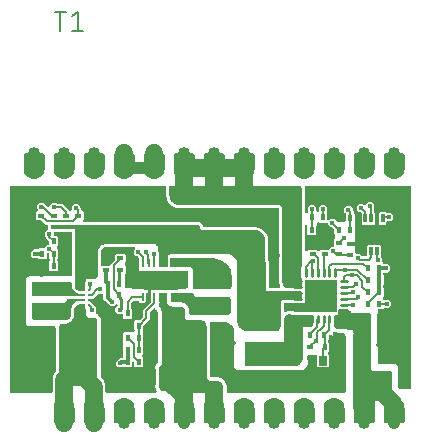
<source format=gbr>
G04 EAGLE Gerber RS-274X export*
G75*
%MOMM*%
%FSLAX34Y34*%
%LPD*%
%INTop Copper*%
%IPPOS*%
%AMOC8*
5,1,8,0,0,1.08239X$1,22.5*%
G01*
%ADD10C,0.152400*%
%ADD11R,0.700000X0.850000*%
%ADD12R,0.450000X0.600000*%
%ADD13R,2.300000X1.650000*%
%ADD14R,0.457200X0.609600*%
%ADD15C,0.280000*%
%ADD16R,2.700000X2.700000*%
%ADD17C,0.503200*%
%ADD18R,0.609600X0.457200*%
%ADD19R,0.450000X0.550000*%
%ADD20R,0.850000X1.300000*%
%ADD21R,1.880000X1.730000*%
%ADD22R,0.300000X0.800000*%
%ADD23R,0.600000X0.450000*%
%ADD24R,1.300000X0.850000*%
%ADD25R,2.000000X0.850000*%
%ADD26R,0.250000X0.700000*%
%ADD27C,0.015800*%
%ADD28R,1.100000X0.200000*%
%ADD29C,0.230000*%
%ADD30C,1.778000*%
%ADD31C,1.016000*%
%ADD32R,2.200000X1.250000*%
%ADD33R,1.250000X2.200000*%
%ADD34C,0.203200*%
%ADD35C,0.406400*%
%ADD36C,0.304800*%
%ADD37C,0.508000*%
%ADD38C,0.254000*%
%ADD39C,1.016000*%
%ADD40C,0.457200*%
%ADD41C,0.762000*%
%ADD42C,0.381000*%
%ADD43C,1.524000*%
%ADD44C,1.000000*%
%ADD45C,0.635000*%
%ADD46C,1.778000*%
%ADD47C,0.177800*%

G36*
X40190Y25917D02*
X40190Y25917D01*
X40248Y25915D01*
X40330Y25937D01*
X40414Y25949D01*
X40467Y25972D01*
X40523Y25987D01*
X40596Y26030D01*
X40673Y26065D01*
X40718Y26103D01*
X40768Y26132D01*
X40826Y26194D01*
X40890Y26248D01*
X40922Y26297D01*
X40962Y26340D01*
X41001Y26415D01*
X41048Y26485D01*
X41065Y26541D01*
X41092Y26593D01*
X41103Y26661D01*
X41133Y26756D01*
X41136Y26856D01*
X41147Y26924D01*
X41147Y39004D01*
X42617Y42552D01*
X43390Y43325D01*
X43442Y43395D01*
X43502Y43459D01*
X43528Y43508D01*
X43561Y43552D01*
X43592Y43634D01*
X43632Y43712D01*
X43640Y43759D01*
X43662Y43818D01*
X43674Y43965D01*
X43687Y44043D01*
X43687Y80744D01*
X43684Y80765D01*
X43686Y80786D01*
X43680Y80821D01*
X43681Y80849D01*
X43663Y80916D01*
X43647Y81026D01*
X43639Y81045D01*
X43635Y81066D01*
X43613Y81107D01*
X43609Y81124D01*
X43587Y81160D01*
X43531Y81285D01*
X43524Y81293D01*
X43539Y81401D01*
X43538Y81526D01*
X43541Y81650D01*
X43536Y81668D01*
X43536Y81686D01*
X43500Y81805D01*
X43469Y81925D01*
X43460Y81941D01*
X43455Y81958D01*
X43387Y82063D01*
X43324Y82170D01*
X43311Y82182D01*
X43301Y82197D01*
X43207Y82279D01*
X43116Y82364D01*
X43100Y82373D01*
X43087Y82384D01*
X42974Y82437D01*
X42863Y82494D01*
X42847Y82496D01*
X42829Y82505D01*
X42549Y82549D01*
X42540Y82548D01*
X42532Y82549D01*
X21853Y82549D01*
X21832Y82546D01*
X21811Y82548D01*
X21692Y82526D01*
X21588Y82512D01*
X21369Y82541D01*
X21292Y82540D01*
X21236Y82549D01*
X20859Y82549D01*
X20838Y82546D01*
X20735Y82589D01*
X20533Y82641D01*
X20479Y82658D01*
X20342Y82676D01*
X20332Y82683D01*
X20271Y82705D01*
X20214Y82736D01*
X20162Y82747D01*
X20043Y82838D01*
X19861Y82941D01*
X19813Y82971D01*
X19685Y83024D01*
X19677Y83034D01*
X19624Y83070D01*
X19577Y83115D01*
X19530Y83139D01*
X19438Y83259D01*
X19289Y83405D01*
X19251Y83446D01*
X19141Y83530D01*
X19136Y83541D01*
X19094Y83591D01*
X19060Y83646D01*
X19021Y83682D01*
X18963Y83821D01*
X18857Y84000D01*
X18830Y84051D01*
X18746Y84160D01*
X18744Y84173D01*
X18717Y84231D01*
X18698Y84293D01*
X18669Y84338D01*
X18650Y84487D01*
X18594Y84687D01*
X18581Y84743D01*
X18538Y84847D01*
X18541Y84867D01*
X18541Y85244D01*
X18531Y85320D01*
X18533Y85377D01*
X18501Y85616D01*
X18537Y85767D01*
X18534Y85820D01*
X18541Y85861D01*
X18541Y121149D01*
X18538Y121170D01*
X18540Y121191D01*
X18518Y121310D01*
X18504Y121414D01*
X18533Y121633D01*
X18532Y121710D01*
X18541Y121766D01*
X18541Y122143D01*
X18538Y122164D01*
X18581Y122267D01*
X18633Y122469D01*
X18650Y122523D01*
X18668Y122660D01*
X18675Y122670D01*
X18697Y122731D01*
X18728Y122788D01*
X18739Y122840D01*
X18830Y122959D01*
X18933Y123141D01*
X18963Y123189D01*
X19016Y123317D01*
X19026Y123325D01*
X19062Y123378D01*
X19107Y123425D01*
X19131Y123472D01*
X19251Y123564D01*
X19355Y123671D01*
X19405Y123712D01*
X19419Y123733D01*
X19438Y123751D01*
X19522Y123861D01*
X19534Y123866D01*
X19583Y123908D01*
X19638Y123942D01*
X19674Y123981D01*
X19813Y124039D01*
X19992Y124145D01*
X20043Y124172D01*
X20152Y124256D01*
X20165Y124258D01*
X20223Y124285D01*
X20285Y124304D01*
X20330Y124333D01*
X20479Y124352D01*
X20679Y124408D01*
X20735Y124421D01*
X20839Y124464D01*
X20859Y124461D01*
X21236Y124461D01*
X21312Y124471D01*
X21369Y124469D01*
X21608Y124501D01*
X21759Y124465D01*
X21812Y124468D01*
X21853Y124461D01*
X56896Y124461D01*
X56954Y124469D01*
X57012Y124467D01*
X57094Y124489D01*
X57178Y124501D01*
X57231Y124524D01*
X57287Y124539D01*
X57360Y124582D01*
X57437Y124617D01*
X57482Y124655D01*
X57532Y124684D01*
X57590Y124746D01*
X57654Y124800D01*
X57686Y124849D01*
X57726Y124892D01*
X57765Y124967D01*
X57812Y125037D01*
X57829Y125093D01*
X57856Y125145D01*
X57867Y125213D01*
X57897Y125308D01*
X57900Y125408D01*
X57911Y125476D01*
X57911Y161485D01*
X57903Y161543D01*
X57905Y161602D01*
X57883Y161683D01*
X57871Y161767D01*
X57848Y161820D01*
X57833Y161877D01*
X57790Y161949D01*
X57755Y162026D01*
X57717Y162071D01*
X57688Y162121D01*
X57626Y162179D01*
X57572Y162243D01*
X57523Y162276D01*
X57480Y162316D01*
X57405Y162354D01*
X57335Y162401D01*
X57279Y162418D01*
X57227Y162445D01*
X57159Y162456D01*
X57064Y162486D01*
X56964Y162489D01*
X56956Y162490D01*
X56940Y162494D01*
X56933Y162494D01*
X56896Y162500D01*
X56830Y162500D01*
X56782Y162494D01*
X56780Y162494D01*
X56776Y162493D01*
X56743Y162488D01*
X56656Y162485D01*
X56603Y162468D01*
X56549Y162461D01*
X56469Y162425D01*
X56386Y162398D01*
X56346Y162370D01*
X56289Y162344D01*
X56176Y162248D01*
X56173Y162246D01*
X48782Y162246D01*
X48770Y162256D01*
X48706Y162316D01*
X48657Y162341D01*
X48613Y162374D01*
X48531Y162405D01*
X48453Y162445D01*
X48405Y162453D01*
X48347Y162475D01*
X48199Y162487D01*
X48122Y162500D01*
X46438Y162500D01*
X46351Y162488D01*
X46264Y162485D01*
X46211Y162468D01*
X46157Y162461D01*
X46077Y162425D01*
X45994Y162398D01*
X45954Y162370D01*
X45897Y162344D01*
X45784Y162248D01*
X45781Y162246D01*
X42926Y162246D01*
X42868Y162238D01*
X42810Y162240D01*
X42728Y162218D01*
X42644Y162207D01*
X42591Y162183D01*
X42535Y162168D01*
X42462Y162125D01*
X42385Y162090D01*
X42340Y162053D01*
X42290Y162023D01*
X42232Y161961D01*
X42168Y161907D01*
X42136Y161858D01*
X42096Y161815D01*
X42057Y161740D01*
X42010Y161670D01*
X41993Y161614D01*
X41966Y161562D01*
X41955Y161494D01*
X41925Y161399D01*
X41922Y161299D01*
X41911Y161231D01*
X41911Y159965D01*
X41919Y159907D01*
X41917Y159849D01*
X41939Y159767D01*
X41951Y159683D01*
X41974Y159630D01*
X41989Y159574D01*
X42032Y159501D01*
X42067Y159424D01*
X42105Y159379D01*
X42134Y159329D01*
X42196Y159271D01*
X42250Y159207D01*
X42299Y159175D01*
X42342Y159135D01*
X42417Y159096D01*
X42487Y159049D01*
X42543Y159032D01*
X42595Y159005D01*
X42663Y158994D01*
X42758Y158964D01*
X42858Y158961D01*
X42926Y158950D01*
X44941Y158950D01*
X45834Y158057D01*
X45834Y150697D01*
X44931Y149795D01*
X44896Y149748D01*
X44854Y149708D01*
X44811Y149635D01*
X44760Y149568D01*
X44740Y149513D01*
X44710Y149463D01*
X44689Y149381D01*
X44659Y149302D01*
X44654Y149244D01*
X44640Y149187D01*
X44643Y149103D01*
X44636Y149019D01*
X44647Y148962D01*
X44649Y148903D01*
X44675Y148823D01*
X44691Y148740D01*
X44718Y148688D01*
X44736Y148633D01*
X44776Y148576D01*
X44822Y148488D01*
X44891Y148415D01*
X44931Y148359D01*
X45780Y147511D01*
X45780Y146942D01*
X45792Y146855D01*
X45795Y146768D01*
X45812Y146715D01*
X45819Y146660D01*
X45855Y146581D01*
X45882Y146497D01*
X45910Y146458D01*
X45936Y146401D01*
X46031Y146288D01*
X46042Y146273D01*
X46042Y143932D01*
X46024Y143909D01*
X45964Y143845D01*
X45939Y143796D01*
X45906Y143751D01*
X45875Y143670D01*
X45835Y143592D01*
X45827Y143544D01*
X45805Y143486D01*
X45793Y143338D01*
X45780Y143261D01*
X45780Y140152D01*
X45061Y139433D01*
X45008Y139363D01*
X44948Y139299D01*
X44923Y139250D01*
X44890Y139206D01*
X44859Y139124D01*
X44819Y139046D01*
X44811Y138999D01*
X44789Y138940D01*
X44782Y138853D01*
X44770Y138806D01*
X44771Y138760D01*
X44764Y138715D01*
X44764Y138696D01*
X44767Y138674D01*
X44765Y138657D01*
X44776Y138603D01*
X44779Y138522D01*
X44796Y138469D01*
X44803Y138414D01*
X44839Y138335D01*
X44866Y138251D01*
X44894Y138212D01*
X44920Y138155D01*
X45016Y138042D01*
X45061Y137978D01*
X45780Y137259D01*
X45780Y129900D01*
X44886Y129007D01*
X39051Y129007D01*
X38158Y129900D01*
X38158Y137259D01*
X38877Y137978D01*
X38929Y138048D01*
X38989Y138112D01*
X39014Y138161D01*
X39048Y138205D01*
X39079Y138287D01*
X39119Y138365D01*
X39127Y138412D01*
X39149Y138471D01*
X39156Y138558D01*
X39168Y138605D01*
X39167Y138651D01*
X39174Y138696D01*
X39174Y138715D01*
X39171Y138737D01*
X39172Y138754D01*
X39162Y138808D01*
X39159Y138889D01*
X39142Y138942D01*
X39134Y138997D01*
X39098Y139077D01*
X39072Y139160D01*
X39044Y139199D01*
X39018Y139256D01*
X38922Y139369D01*
X38877Y139433D01*
X38158Y140152D01*
X38158Y143256D01*
X38150Y143314D01*
X38151Y143372D01*
X38130Y143454D01*
X38118Y143538D01*
X38094Y143591D01*
X38080Y143647D01*
X38037Y143720D01*
X38002Y143797D01*
X37964Y143842D01*
X37934Y143892D01*
X37873Y143950D01*
X37818Y144014D01*
X37770Y144046D01*
X37727Y144086D01*
X37652Y144125D01*
X37582Y144172D01*
X37526Y144189D01*
X37474Y144216D01*
X37406Y144227D01*
X37311Y144257D01*
X37211Y144260D01*
X37143Y144271D01*
X37085Y144263D01*
X37026Y144265D01*
X36945Y144243D01*
X36861Y144231D01*
X36808Y144208D01*
X36751Y144193D01*
X36679Y144150D01*
X36602Y144115D01*
X36557Y144077D01*
X36507Y144048D01*
X36449Y143986D01*
X36385Y143932D01*
X36352Y143883D01*
X36312Y143840D01*
X36274Y143765D01*
X36227Y143695D01*
X36210Y143639D01*
X36183Y143587D01*
X36172Y143519D01*
X36142Y143424D01*
X36139Y143324D01*
X36128Y143256D01*
X36128Y140152D01*
X35234Y139259D01*
X29399Y139259D01*
X28888Y139770D01*
X28841Y139805D01*
X28801Y139848D01*
X28728Y139890D01*
X28661Y139941D01*
X28606Y139962D01*
X28556Y139991D01*
X28474Y140012D01*
X28395Y140042D01*
X28337Y140047D01*
X28280Y140061D01*
X28196Y140059D01*
X28112Y140066D01*
X28054Y140054D01*
X27996Y140052D01*
X27916Y140026D01*
X27833Y140010D01*
X27781Y139983D01*
X27725Y139965D01*
X27709Y139953D01*
X24689Y139953D01*
X22605Y142037D01*
X22605Y144983D01*
X25010Y147388D01*
X27963Y147388D01*
X28049Y147400D01*
X28137Y147403D01*
X28189Y147420D01*
X28244Y147428D01*
X28324Y147464D01*
X28407Y147491D01*
X28447Y147519D01*
X28504Y147544D01*
X28617Y147640D01*
X28681Y147685D01*
X29399Y148404D01*
X33782Y148404D01*
X33840Y148412D01*
X33898Y148411D01*
X33980Y148432D01*
X34064Y148444D01*
X34117Y148468D01*
X34173Y148483D01*
X34246Y148526D01*
X34323Y148560D01*
X34368Y148598D01*
X34418Y148628D01*
X34476Y148689D01*
X34540Y148744D01*
X34572Y148792D01*
X34612Y148835D01*
X34651Y148910D01*
X34698Y148980D01*
X34715Y149036D01*
X34742Y149088D01*
X34753Y149156D01*
X34783Y149251D01*
X34784Y149288D01*
X36881Y151385D01*
X37197Y151385D01*
X37255Y151393D01*
X37313Y151391D01*
X37395Y151413D01*
X37479Y151425D01*
X37532Y151448D01*
X37588Y151463D01*
X37661Y151506D01*
X37738Y151541D01*
X37783Y151579D01*
X37833Y151608D01*
X37891Y151670D01*
X37955Y151724D01*
X37987Y151773D01*
X38027Y151816D01*
X38066Y151891D01*
X38113Y151961D01*
X38130Y152017D01*
X38157Y152069D01*
X38168Y152137D01*
X38198Y152232D01*
X38201Y152332D01*
X38212Y152400D01*
X38212Y153815D01*
X38200Y153901D01*
X38197Y153989D01*
X38180Y154042D01*
X38172Y154096D01*
X38137Y154176D01*
X38110Y154259D01*
X38082Y154299D01*
X38056Y154356D01*
X37997Y154425D01*
X37973Y154466D01*
X37941Y154496D01*
X37915Y154533D01*
X35559Y156888D01*
X35559Y157559D01*
X35547Y157646D01*
X35544Y157733D01*
X35527Y157786D01*
X35519Y157841D01*
X35484Y157921D01*
X35457Y158004D01*
X35429Y158043D01*
X35403Y158100D01*
X35307Y158214D01*
X35262Y158277D01*
X34797Y158742D01*
X34797Y161688D01*
X37037Y163928D01*
X37082Y163966D01*
X37132Y163996D01*
X37190Y164057D01*
X37254Y164112D01*
X37286Y164160D01*
X37326Y164203D01*
X37365Y164278D01*
X37412Y164348D01*
X37429Y164404D01*
X37456Y164456D01*
X37467Y164524D01*
X37497Y164619D01*
X37500Y164719D01*
X37511Y164787D01*
X37511Y167327D01*
X37503Y167385D01*
X37505Y167444D01*
X37483Y167525D01*
X37471Y167609D01*
X37448Y167662D01*
X37433Y167719D01*
X37390Y167791D01*
X37355Y167868D01*
X37317Y167913D01*
X37288Y167963D01*
X37226Y168021D01*
X37172Y168085D01*
X37123Y168118D01*
X37080Y168158D01*
X37005Y168196D01*
X36935Y168243D01*
X36879Y168260D01*
X36827Y168287D01*
X36759Y168298D01*
X36664Y168328D01*
X36564Y168331D01*
X36496Y168342D01*
X34830Y168342D01*
X32896Y170277D01*
X31572Y171601D01*
X31502Y171654D01*
X31438Y171714D01*
X31389Y171739D01*
X31345Y171772D01*
X31263Y171803D01*
X31185Y171843D01*
X31137Y171851D01*
X31079Y171873D01*
X30931Y171885D01*
X30854Y171898D01*
X27736Y171898D01*
X26843Y172792D01*
X26843Y178627D01*
X27736Y179520D01*
X27883Y179520D01*
X27912Y179524D01*
X27941Y179522D01*
X28052Y179544D01*
X28165Y179560D01*
X28191Y179572D01*
X28220Y179577D01*
X28321Y179630D01*
X28424Y179676D01*
X28446Y179695D01*
X28472Y179708D01*
X28555Y179787D01*
X28641Y179860D01*
X28657Y179884D01*
X28679Y179904D01*
X28736Y180002D01*
X28799Y180096D01*
X28807Y180124D01*
X28822Y180150D01*
X28850Y180259D01*
X28884Y180367D01*
X28885Y180397D01*
X28892Y180425D01*
X28889Y180538D01*
X28892Y180652D01*
X28884Y180680D01*
X28883Y180709D01*
X28848Y180817D01*
X28820Y180927D01*
X28805Y180952D01*
X28796Y180980D01*
X28750Y181044D01*
X28675Y181171D01*
X28629Y181214D01*
X28601Y181253D01*
X27939Y181915D01*
X27939Y184861D01*
X30023Y186945D01*
X32969Y186945D01*
X33434Y186480D01*
X33504Y186428D01*
X33568Y186368D01*
X33617Y186342D01*
X33661Y186309D01*
X33743Y186278D01*
X33821Y186238D01*
X33868Y186230D01*
X33927Y186208D01*
X34074Y186196D01*
X34152Y186183D01*
X34178Y186183D01*
X36112Y184248D01*
X36874Y183486D01*
X36898Y183469D01*
X36917Y183446D01*
X37011Y183383D01*
X37101Y183315D01*
X37129Y183305D01*
X37153Y183289D01*
X37261Y183254D01*
X37367Y183214D01*
X37396Y183212D01*
X37424Y183203D01*
X37538Y183200D01*
X37650Y183191D01*
X37679Y183196D01*
X37708Y183196D01*
X37818Y183224D01*
X37929Y183246D01*
X37955Y183260D01*
X37983Y183267D01*
X38081Y183325D01*
X38181Y183377D01*
X38203Y183398D01*
X38228Y183413D01*
X38305Y183495D01*
X38387Y183573D01*
X38402Y183598D01*
X38422Y183620D01*
X38474Y183721D01*
X38531Y183818D01*
X38538Y183847D01*
X38552Y183873D01*
X38565Y183950D01*
X38601Y184094D01*
X38599Y184156D01*
X38607Y184204D01*
X38607Y184861D01*
X40691Y186945D01*
X43637Y186945D01*
X44102Y186480D01*
X44172Y186428D01*
X44236Y186368D01*
X44285Y186342D01*
X44329Y186309D01*
X44411Y186278D01*
X44489Y186238D01*
X44536Y186230D01*
X44595Y186208D01*
X44742Y186196D01*
X44820Y186183D01*
X49418Y186183D01*
X51352Y184248D01*
X55416Y180184D01*
X55440Y180167D01*
X55459Y180144D01*
X55553Y180081D01*
X55643Y180013D01*
X55671Y180003D01*
X55695Y179987D01*
X55803Y179952D01*
X55909Y179912D01*
X55938Y179910D01*
X55966Y179901D01*
X56080Y179898D01*
X56192Y179889D01*
X56221Y179894D01*
X56250Y179894D01*
X56360Y179922D01*
X56471Y179944D01*
X56497Y179958D01*
X56525Y179965D01*
X56623Y180023D01*
X56723Y180075D01*
X56745Y180096D01*
X56770Y180111D01*
X56847Y180193D01*
X56929Y180271D01*
X56944Y180297D01*
X56964Y180318D01*
X57016Y180419D01*
X57073Y180516D01*
X57080Y180545D01*
X57094Y180571D01*
X57107Y180648D01*
X57143Y180792D01*
X57141Y180854D01*
X57149Y180902D01*
X57149Y184099D01*
X59233Y186183D01*
X62179Y186183D01*
X64263Y184099D01*
X64263Y183696D01*
X64275Y183610D01*
X64278Y183522D01*
X64295Y183469D01*
X64303Y183415D01*
X64338Y183335D01*
X64365Y183252D01*
X64393Y183212D01*
X64419Y183155D01*
X64515Y183042D01*
X64560Y182978D01*
X65587Y181951D01*
X65587Y180535D01*
X65596Y180477D01*
X65594Y180419D01*
X65615Y180337D01*
X65627Y180254D01*
X65651Y180200D01*
X65666Y180144D01*
X65709Y180071D01*
X65743Y179994D01*
X65781Y179950D01*
X65811Y179899D01*
X65873Y179842D01*
X65927Y179777D01*
X65976Y179745D01*
X66018Y179705D01*
X66093Y179666D01*
X66164Y179620D01*
X66220Y179602D01*
X66272Y179575D01*
X66340Y179564D01*
X66435Y179534D01*
X66459Y179533D01*
X67365Y178627D01*
X67365Y172792D01*
X66742Y172168D01*
X66724Y172144D01*
X66702Y172125D01*
X66639Y172031D01*
X66571Y171941D01*
X66560Y171913D01*
X66544Y171889D01*
X66510Y171781D01*
X66469Y171675D01*
X66467Y171646D01*
X66458Y171618D01*
X66455Y171504D01*
X66446Y171392D01*
X66452Y171363D01*
X66451Y171334D01*
X66480Y171224D01*
X66502Y171113D01*
X66515Y171087D01*
X66523Y171059D01*
X66580Y170961D01*
X66633Y170861D01*
X66653Y170839D01*
X66668Y170814D01*
X66751Y170737D01*
X66829Y170655D01*
X66854Y170640D01*
X66875Y170620D01*
X66976Y170568D01*
X67074Y170511D01*
X67102Y170504D01*
X67128Y170490D01*
X67206Y170477D01*
X67349Y170441D01*
X67412Y170443D01*
X67459Y170435D01*
X162451Y170435D01*
X162471Y170438D01*
X162492Y170436D01*
X162612Y170458D01*
X162732Y170475D01*
X162751Y170483D01*
X162772Y170487D01*
X162838Y170522D01*
X162958Y170576D01*
X163543Y170499D01*
X163640Y170500D01*
X163737Y170492D01*
X163776Y170501D01*
X163827Y170502D01*
X163992Y170551D01*
X164064Y170567D01*
X164224Y170634D01*
X164519Y170512D01*
X164549Y170504D01*
X164576Y170490D01*
X164654Y170477D01*
X164794Y170441D01*
X164859Y170443D01*
X164907Y170435D01*
X165286Y170435D01*
X165330Y170418D01*
X165342Y170417D01*
X165353Y170413D01*
X165391Y170412D01*
X165421Y170389D01*
X165505Y170341D01*
X165585Y170286D01*
X165624Y170274D01*
X165668Y170249D01*
X165836Y170209D01*
X165869Y170199D01*
X165878Y170187D01*
X165941Y170125D01*
X165996Y170058D01*
X166042Y170026D01*
X166081Y169988D01*
X166158Y169946D01*
X166230Y169896D01*
X166276Y169882D01*
X166331Y169853D01*
X166476Y169821D01*
X166551Y169798D01*
X166565Y169796D01*
X166607Y169755D01*
X166670Y169681D01*
X166705Y169660D01*
X166741Y169624D01*
X166893Y169542D01*
X166922Y169524D01*
X166928Y169509D01*
X166972Y169434D01*
X167008Y169354D01*
X167044Y169312D01*
X167072Y169264D01*
X167136Y169204D01*
X167193Y169138D01*
X167234Y169112D01*
X167279Y169069D01*
X167411Y169001D01*
X167477Y168960D01*
X167490Y168955D01*
X167520Y168903D01*
X167562Y168816D01*
X167590Y168786D01*
X167615Y168742D01*
X167741Y168624D01*
X167764Y168599D01*
X167766Y168583D01*
X167790Y168499D01*
X167804Y168413D01*
X167828Y168363D01*
X167842Y168309D01*
X167888Y168235D01*
X167926Y168156D01*
X167959Y168121D01*
X167992Y168067D01*
X168101Y167968D01*
X168155Y167910D01*
X168166Y167902D01*
X168182Y167845D01*
X168199Y167749D01*
X168218Y167714D01*
X168232Y167664D01*
X168322Y167518D01*
X168357Y167453D01*
X168410Y167383D01*
X168414Y167369D01*
X168446Y167249D01*
X168455Y167233D01*
X168460Y167216D01*
X168528Y167111D01*
X168591Y167004D01*
X168604Y166992D01*
X168614Y166977D01*
X168707Y166895D01*
X168798Y166810D01*
X168814Y166801D01*
X168828Y166790D01*
X168941Y166737D01*
X169052Y166680D01*
X169068Y166678D01*
X169085Y166669D01*
X169366Y166625D01*
X169375Y166626D01*
X169383Y166625D01*
X209595Y166625D01*
X209638Y166631D01*
X209681Y166628D01*
X209778Y166651D01*
X209876Y166665D01*
X209916Y166682D01*
X209958Y166692D01*
X210020Y166729D01*
X211163Y166629D01*
X211213Y166631D01*
X211251Y166625D01*
X211966Y166625D01*
X212062Y166638D01*
X212159Y166643D01*
X212197Y166657D01*
X212247Y166665D01*
X212336Y166704D01*
X213240Y166462D01*
X213345Y166450D01*
X213414Y166432D01*
X214469Y166339D01*
X215428Y165892D01*
X215530Y165861D01*
X215595Y165831D01*
X216617Y165557D01*
X217484Y164950D01*
X217579Y164902D01*
X217638Y164862D01*
X218597Y164414D01*
X219346Y163666D01*
X219430Y163602D01*
X219481Y163552D01*
X220349Y162945D01*
X220956Y162077D01*
X221028Y162000D01*
X221070Y161942D01*
X221818Y161193D01*
X222266Y160234D01*
X222323Y160145D01*
X222354Y160080D01*
X222961Y159213D01*
X223235Y158191D01*
X223277Y158093D01*
X223296Y158024D01*
X223743Y157065D01*
X223836Y156010D01*
X223860Y155907D01*
X223866Y155836D01*
X224107Y154938D01*
X224084Y154893D01*
X224078Y154853D01*
X224058Y154806D01*
X224041Y154635D01*
X224029Y154562D01*
X224029Y153847D01*
X224036Y153798D01*
X224033Y153759D01*
X224132Y152628D01*
X224116Y152602D01*
X224104Y152561D01*
X224084Y152522D01*
X224072Y152447D01*
X224038Y152329D01*
X224038Y152249D01*
X224029Y152191D01*
X224029Y115824D01*
X224037Y115766D01*
X224035Y115708D01*
X224057Y115626D01*
X224069Y115542D01*
X224092Y115489D01*
X224107Y115433D01*
X224150Y115360D01*
X224185Y115283D01*
X224223Y115238D01*
X224252Y115188D01*
X224314Y115130D01*
X224368Y115066D01*
X224417Y115034D01*
X224460Y114994D01*
X224535Y114955D01*
X224605Y114908D01*
X224661Y114891D01*
X224713Y114864D01*
X224781Y114853D01*
X224876Y114823D01*
X224976Y114820D01*
X225044Y114809D01*
X233006Y114809D01*
X233092Y114821D01*
X233179Y114824D01*
X233232Y114841D01*
X233288Y114849D01*
X233367Y114884D01*
X233449Y114911D01*
X233496Y114942D01*
X233547Y114965D01*
X233613Y115021D01*
X233685Y115069D01*
X233721Y115112D01*
X233764Y115148D01*
X233812Y115221D01*
X233868Y115287D01*
X233891Y115338D01*
X233922Y115385D01*
X233948Y115468D01*
X233983Y115547D01*
X233991Y115603D01*
X234008Y115656D01*
X234010Y115743D01*
X234022Y115829D01*
X234013Y115877D01*
X234015Y115940D01*
X233980Y116075D01*
X233977Y116106D01*
X233971Y116119D01*
X233964Y116160D01*
X233946Y116211D01*
X233878Y116344D01*
X233848Y116416D01*
X233581Y116840D01*
X233580Y116842D01*
X233579Y116844D01*
X233565Y116859D01*
X233547Y116881D01*
X233534Y116902D01*
X233509Y116926D01*
X233415Y117037D01*
X233402Y117086D01*
X233417Y117266D01*
X233411Y117297D01*
X233412Y117323D01*
X233356Y117820D01*
X233319Y117965D01*
X233306Y118042D01*
X233277Y118123D01*
X233250Y118176D01*
X233232Y118232D01*
X233192Y118288D01*
X233157Y118356D01*
X233149Y118408D01*
X233150Y118413D01*
X233148Y118420D01*
X233131Y118535D01*
X233119Y118564D01*
X233114Y118589D01*
X233040Y118802D01*
X233071Y118866D01*
X233089Y118922D01*
X233116Y118975D01*
X233127Y119043D01*
X233157Y119137D01*
X233157Y119144D01*
X233159Y119195D01*
X233160Y119238D01*
X233171Y119306D01*
X233171Y119406D01*
X233162Y119470D01*
X233165Y119520D01*
X233045Y120584D01*
X233094Y120668D01*
X233102Y120698D01*
X233116Y120725D01*
X233129Y120802D01*
X233165Y120943D01*
X233163Y121007D01*
X233171Y121056D01*
X233171Y181128D01*
X233162Y181192D01*
X233165Y181241D01*
X233133Y181520D01*
X233099Y181653D01*
X233096Y181686D01*
X233090Y181701D01*
X233083Y181742D01*
X233066Y181791D01*
X233003Y181911D01*
X232993Y181943D01*
X232983Y181957D01*
X232967Y181995D01*
X232940Y182039D01*
X232852Y182142D01*
X232835Y182171D01*
X232823Y182182D01*
X232799Y182216D01*
X232763Y182252D01*
X232653Y182334D01*
X232630Y182358D01*
X232615Y182367D01*
X232584Y182394D01*
X232541Y182421D01*
X232417Y182477D01*
X232389Y182495D01*
X232373Y182500D01*
X232336Y182520D01*
X232288Y182537D01*
X232142Y182566D01*
X232066Y182587D01*
X231787Y182619D01*
X231723Y182617D01*
X231674Y182625D01*
X149536Y182625D01*
X149499Y182620D01*
X149461Y182622D01*
X149358Y182600D01*
X149255Y182585D01*
X149220Y182570D01*
X149183Y182562D01*
X149115Y182523D01*
X149089Y182511D01*
X147982Y182620D01*
X147926Y182618D01*
X147882Y182625D01*
X147339Y182625D01*
X147260Y182614D01*
X147179Y182613D01*
X147128Y182595D01*
X147058Y182585D01*
X146937Y182531D01*
X146770Y182582D01*
X146708Y182591D01*
X146660Y182615D01*
X146093Y182787D01*
X145972Y182806D01*
X145898Y182826D01*
X144943Y182920D01*
X144935Y182919D01*
X144928Y182924D01*
X144082Y183377D01*
X143966Y183419D01*
X143898Y183453D01*
X142979Y183731D01*
X142971Y183733D01*
X142966Y183739D01*
X142224Y184348D01*
X142119Y184411D01*
X142058Y184458D01*
X141212Y184911D01*
X141204Y184914D01*
X141200Y184920D01*
X140591Y185662D01*
X140501Y185745D01*
X140450Y185803D01*
X139708Y186412D01*
X139701Y186416D01*
X139699Y186424D01*
X139246Y187270D01*
X139174Y187369D01*
X139136Y187436D01*
X138527Y188178D01*
X138520Y188184D01*
X138519Y188191D01*
X138241Y189110D01*
X138189Y189221D01*
X138165Y189294D01*
X137712Y190140D01*
X137707Y190147D01*
X137708Y190155D01*
X137614Y191110D01*
X137585Y191230D01*
X137575Y191305D01*
X137403Y191872D01*
X137380Y191921D01*
X137373Y191969D01*
X137370Y191976D01*
X137370Y191982D01*
X137320Y192146D01*
X137321Y192149D01*
X137358Y192220D01*
X137367Y192273D01*
X137391Y192340D01*
X137400Y192474D01*
X137413Y192551D01*
X137413Y193094D01*
X137405Y193150D01*
X137408Y193194D01*
X137300Y194296D01*
X137331Y194347D01*
X137341Y194383D01*
X137358Y194417D01*
X137371Y194494D01*
X137405Y194621D01*
X137404Y194694D01*
X137413Y194748D01*
X137413Y200406D01*
X137405Y200464D01*
X137407Y200522D01*
X137385Y200604D01*
X137373Y200688D01*
X137350Y200741D01*
X137335Y200797D01*
X137292Y200870D01*
X137257Y200947D01*
X137219Y200992D01*
X137190Y201042D01*
X137128Y201100D01*
X137074Y201164D01*
X137025Y201196D01*
X136982Y201236D01*
X136907Y201275D01*
X136837Y201322D01*
X136781Y201339D01*
X136729Y201366D01*
X136661Y201377D01*
X136566Y201407D01*
X136466Y201410D01*
X136398Y201421D01*
X6142Y201421D01*
X6085Y201413D01*
X6026Y201415D01*
X5944Y201393D01*
X5861Y201381D01*
X5808Y201358D01*
X5751Y201343D01*
X5678Y201300D01*
X5601Y201265D01*
X5557Y201227D01*
X5507Y201198D01*
X5449Y201136D01*
X5384Y201082D01*
X5352Y201033D01*
X5312Y200990D01*
X5274Y200915D01*
X5227Y200845D01*
X5209Y200789D01*
X5183Y200737D01*
X5171Y200669D01*
X5141Y200574D01*
X5138Y200474D01*
X5127Y200406D01*
X5092Y26924D01*
X5100Y26866D01*
X5098Y26808D01*
X5120Y26726D01*
X5132Y26643D01*
X5155Y26589D01*
X5170Y26533D01*
X5213Y26460D01*
X5248Y26383D01*
X5286Y26338D01*
X5316Y26288D01*
X5377Y26231D01*
X5431Y26166D01*
X5480Y26134D01*
X5523Y26094D01*
X5598Y26055D01*
X5668Y26009D01*
X5724Y25991D01*
X5776Y25964D01*
X5844Y25953D01*
X5939Y25923D01*
X6039Y25920D01*
X6107Y25909D01*
X40132Y25909D01*
X40190Y25917D01*
G37*
G36*
X343912Y28965D02*
X343912Y28965D01*
X343970Y28963D01*
X344052Y28985D01*
X344136Y28997D01*
X344189Y29020D01*
X344245Y29035D01*
X344318Y29078D01*
X344395Y29113D01*
X344440Y29151D01*
X344490Y29180D01*
X344548Y29242D01*
X344612Y29296D01*
X344644Y29345D01*
X344684Y29388D01*
X344723Y29463D01*
X344770Y29533D01*
X344787Y29589D01*
X344814Y29641D01*
X344825Y29709D01*
X344855Y29804D01*
X344858Y29904D01*
X344869Y29972D01*
X344869Y200406D01*
X344861Y200464D01*
X344863Y200522D01*
X344841Y200604D01*
X344829Y200688D01*
X344806Y200741D01*
X344791Y200797D01*
X344748Y200870D01*
X344713Y200947D01*
X344675Y200992D01*
X344646Y201042D01*
X344584Y201100D01*
X344530Y201164D01*
X344481Y201196D01*
X344438Y201236D01*
X344363Y201275D01*
X344293Y201322D01*
X344237Y201339D01*
X344185Y201366D01*
X344117Y201377D01*
X344022Y201407D01*
X343922Y201410D01*
X343854Y201421D01*
X255545Y201421D01*
X255422Y201404D01*
X255298Y201391D01*
X255282Y201384D01*
X255264Y201381D01*
X255150Y201331D01*
X255035Y201284D01*
X255021Y201273D01*
X255005Y201265D01*
X254910Y201185D01*
X254812Y201108D01*
X254801Y201093D01*
X254788Y201082D01*
X254719Y200978D01*
X254646Y200877D01*
X254640Y200860D01*
X254630Y200845D01*
X254592Y200726D01*
X254551Y200609D01*
X254550Y200593D01*
X254544Y200574D01*
X254537Y200290D01*
X254539Y200281D01*
X254539Y200273D01*
X254557Y200140D01*
X254562Y200119D01*
X254563Y200098D01*
X254600Y199983D01*
X254633Y199866D01*
X254644Y199848D01*
X254650Y199828D01*
X254694Y199767D01*
X254767Y199649D01*
X254767Y199645D01*
X254765Y199614D01*
X254782Y199537D01*
X254803Y199394D01*
X254829Y199335D01*
X254840Y199287D01*
X254919Y199097D01*
X254852Y198936D01*
X254828Y198842D01*
X254795Y198751D01*
X254794Y198711D01*
X254781Y198661D01*
X254786Y198489D01*
X254784Y198415D01*
X254905Y197495D01*
X254892Y197471D01*
X254833Y197365D01*
X254828Y197344D01*
X254818Y197326D01*
X254806Y197252D01*
X254767Y197088D01*
X254770Y197036D01*
X254763Y196995D01*
X254763Y178842D01*
X254767Y178813D01*
X254764Y178784D01*
X254787Y178673D01*
X254803Y178561D01*
X254815Y178534D01*
X254820Y178505D01*
X254873Y178405D01*
X254919Y178301D01*
X254938Y178279D01*
X254951Y178253D01*
X255029Y178171D01*
X255102Y178084D01*
X255127Y178068D01*
X255147Y178047D01*
X255245Y177990D01*
X255339Y177927D01*
X255367Y177918D01*
X255392Y177903D01*
X255502Y177875D01*
X255610Y177841D01*
X255640Y177840D01*
X255668Y177833D01*
X255781Y177837D01*
X255894Y177834D01*
X255923Y177841D01*
X255952Y177842D01*
X256060Y177877D01*
X256169Y177906D01*
X256195Y177920D01*
X256223Y177930D01*
X256287Y177975D01*
X256414Y178051D01*
X256457Y178096D01*
X256496Y178124D01*
X257060Y178688D01*
X257095Y178735D01*
X257137Y178775D01*
X257180Y178848D01*
X257231Y178916D01*
X257252Y178970D01*
X257281Y179021D01*
X257302Y179103D01*
X257332Y179181D01*
X257337Y179239D01*
X257351Y179296D01*
X257349Y179381D01*
X257356Y179465D01*
X257344Y179522D01*
X257342Y179580D01*
X257316Y179661D01*
X257300Y179743D01*
X257273Y179795D01*
X257255Y179851D01*
X257215Y179907D01*
X257169Y179996D01*
X257100Y180068D01*
X257060Y180124D01*
X257047Y180137D01*
X257047Y183083D01*
X259131Y185167D01*
X262077Y185167D01*
X264161Y183083D01*
X264161Y180594D01*
X264169Y180536D01*
X264167Y180478D01*
X264189Y180396D01*
X264201Y180312D01*
X264224Y180259D01*
X264239Y180203D01*
X264282Y180130D01*
X264317Y180053D01*
X264355Y180008D01*
X264384Y179958D01*
X264446Y179900D01*
X264500Y179836D01*
X264549Y179804D01*
X264592Y179764D01*
X264667Y179725D01*
X264737Y179678D01*
X264793Y179661D01*
X264801Y179657D01*
X264975Y179482D01*
X264999Y179465D01*
X265018Y179442D01*
X265072Y179406D01*
X265082Y179396D01*
X265100Y179387D01*
X265112Y179380D01*
X265202Y179311D01*
X265230Y179301D01*
X265254Y179285D01*
X265362Y179250D01*
X265468Y179210D01*
X265497Y179208D01*
X265525Y179199D01*
X265638Y179196D01*
X265751Y179186D01*
X265780Y179192D01*
X265809Y179192D01*
X265919Y179220D01*
X266030Y179242D01*
X266056Y179256D01*
X266085Y179263D01*
X266182Y179321D01*
X266282Y179373D01*
X266304Y179394D01*
X266329Y179409D01*
X266406Y179491D01*
X266489Y179569D01*
X266503Y179594D01*
X266523Y179616D01*
X266575Y179717D01*
X266632Y179814D01*
X266640Y179843D01*
X266653Y179869D01*
X266666Y179946D01*
X266702Y180090D01*
X266700Y180152D01*
X266708Y180200D01*
X266708Y182838D01*
X268792Y184922D01*
X271738Y184922D01*
X273822Y182838D01*
X273822Y179892D01*
X273673Y179743D01*
X273638Y179697D01*
X273596Y179656D01*
X273553Y179583D01*
X273502Y179516D01*
X273481Y179461D01*
X273452Y179411D01*
X273431Y179329D01*
X273401Y179250D01*
X273396Y179192D01*
X273382Y179135D01*
X273384Y179051D01*
X273377Y178967D01*
X273389Y178910D01*
X273391Y178851D01*
X273417Y178771D01*
X273433Y178688D01*
X273460Y178636D01*
X273478Y178581D01*
X273518Y178525D01*
X273564Y178436D01*
X273633Y178364D01*
X273673Y178307D01*
X273813Y178168D01*
X273813Y173090D01*
X273817Y173061D01*
X273814Y173031D01*
X273819Y173006D01*
X273819Y173004D01*
X273822Y172994D01*
X273837Y172920D01*
X273853Y172808D01*
X273865Y172782D01*
X273870Y172753D01*
X273923Y172652D01*
X273969Y172549D01*
X273988Y172526D01*
X274001Y172500D01*
X274079Y172418D01*
X274152Y172332D01*
X274177Y172316D01*
X274197Y172294D01*
X274295Y172237D01*
X274389Y172174D01*
X274417Y172165D01*
X274442Y172151D01*
X274552Y172123D01*
X274660Y172088D01*
X274690Y172088D01*
X274718Y172080D01*
X274831Y172084D01*
X274944Y172081D01*
X274973Y172089D01*
X275002Y172090D01*
X275110Y172124D01*
X275219Y172153D01*
X275245Y172168D01*
X275273Y172177D01*
X275337Y172223D01*
X275464Y172298D01*
X275507Y172344D01*
X275546Y172372D01*
X276528Y173354D01*
X279475Y173354D01*
X281589Y171240D01*
X281659Y171188D01*
X281723Y171128D01*
X281772Y171102D01*
X281816Y171069D01*
X281898Y171038D01*
X281976Y170998D01*
X282023Y170990D01*
X282082Y170968D01*
X282229Y170956D01*
X282307Y170943D01*
X288373Y170943D01*
X288431Y170951D01*
X288489Y170949D01*
X288571Y170971D01*
X288655Y170983D01*
X288708Y171006D01*
X288765Y171021D01*
X288837Y171064D01*
X288914Y171099D01*
X288959Y171137D01*
X289009Y171166D01*
X289067Y171228D01*
X289131Y171282D01*
X289163Y171331D01*
X289203Y171374D01*
X289242Y171449D01*
X289289Y171519D01*
X289306Y171575D01*
X289333Y171627D01*
X289344Y171695D01*
X289374Y171790D01*
X289377Y171890D01*
X289388Y171958D01*
X289388Y177347D01*
X289376Y177434D01*
X289373Y177521D01*
X289356Y177574D01*
X289349Y177629D01*
X289313Y177708D01*
X289286Y177792D01*
X289258Y177831D01*
X289232Y177888D01*
X289137Y178001D01*
X289091Y178065D01*
X288035Y179121D01*
X288035Y182067D01*
X290119Y184151D01*
X293065Y184151D01*
X295149Y182067D01*
X295149Y181769D01*
X295161Y181683D01*
X295164Y181595D01*
X295181Y181543D01*
X295189Y181488D01*
X295224Y181408D01*
X295251Y181325D01*
X295279Y181286D01*
X295305Y181228D01*
X295401Y181115D01*
X295446Y181051D01*
X296212Y180286D01*
X296212Y178331D01*
X296224Y178244D01*
X296227Y178157D01*
X296244Y178104D01*
X296252Y178049D01*
X296287Y177970D01*
X296314Y177886D01*
X296342Y177847D01*
X296368Y177790D01*
X296464Y177677D01*
X296509Y177613D01*
X296938Y177184D01*
X296938Y171308D01*
X296950Y171222D01*
X296953Y171134D01*
X296970Y171081D01*
X296978Y171027D01*
X297013Y170947D01*
X297040Y170864D01*
X297068Y170824D01*
X297094Y170767D01*
X297181Y170665D01*
X297181Y146110D01*
X297193Y146023D01*
X297196Y145936D01*
X297213Y145883D01*
X297221Y145828D01*
X297256Y145748D01*
X297283Y145665D01*
X297311Y145626D01*
X297337Y145569D01*
X297433Y145455D01*
X297478Y145392D01*
X297541Y145328D01*
X297541Y144780D01*
X297550Y144722D01*
X297548Y144664D01*
X297569Y144582D01*
X297581Y144498D01*
X297605Y144445D01*
X297620Y144389D01*
X297663Y144316D01*
X297698Y144239D01*
X297735Y144194D01*
X297765Y144144D01*
X297827Y144086D01*
X297881Y144022D01*
X297930Y143990D01*
X297973Y143950D01*
X298048Y143911D01*
X298118Y143864D01*
X298174Y143847D01*
X298226Y143820D01*
X298294Y143809D01*
X298389Y143779D01*
X298489Y143776D01*
X298557Y143765D01*
X301193Y143765D01*
X303102Y141856D01*
X303172Y141803D01*
X303236Y141743D01*
X303285Y141718D01*
X303329Y141685D01*
X303411Y141654D01*
X303489Y141614D01*
X303537Y141606D01*
X303595Y141584D01*
X303743Y141571D01*
X303820Y141558D01*
X306702Y141558D01*
X306760Y141567D01*
X306818Y141565D01*
X306900Y141586D01*
X306984Y141598D01*
X307037Y141622D01*
X307094Y141637D01*
X307166Y141680D01*
X307243Y141715D01*
X307288Y141752D01*
X307338Y141782D01*
X307396Y141844D01*
X307460Y141898D01*
X307492Y141947D01*
X307532Y141990D01*
X307571Y142065D01*
X307618Y142135D01*
X307635Y142191D01*
X307662Y142243D01*
X307673Y142311D01*
X307703Y142406D01*
X307706Y142506D01*
X307717Y142574D01*
X307717Y150253D01*
X308610Y151146D01*
X317874Y151146D01*
X318767Y150253D01*
X318767Y141852D01*
X318779Y141765D01*
X318782Y141678D01*
X318799Y141625D01*
X318807Y141570D01*
X318842Y141490D01*
X318869Y141407D01*
X318897Y141368D01*
X318923Y141311D01*
X319019Y141198D01*
X319064Y141134D01*
X320295Y139903D01*
X320295Y136839D01*
X320307Y136752D01*
X320310Y136665D01*
X320327Y136612D01*
X320335Y136557D01*
X320370Y136478D01*
X320397Y136394D01*
X320425Y136355D01*
X320451Y136298D01*
X320547Y136185D01*
X320592Y136121D01*
X321541Y135172D01*
X321611Y135120D01*
X321675Y135060D01*
X321724Y135034D01*
X321768Y135001D01*
X321850Y134970D01*
X321928Y134930D01*
X321975Y134922D01*
X322034Y134900D01*
X322181Y134888D01*
X322259Y134875D01*
X324976Y134875D01*
X327059Y132791D01*
X327059Y129845D01*
X324976Y127761D01*
X322232Y127761D01*
X322175Y127753D01*
X322116Y127755D01*
X322034Y127733D01*
X321951Y127721D01*
X321898Y127698D01*
X321841Y127683D01*
X321769Y127640D01*
X321692Y127605D01*
X321647Y127567D01*
X321597Y127538D01*
X321539Y127476D01*
X321475Y127422D01*
X321442Y127373D01*
X321402Y127330D01*
X321364Y127255D01*
X321317Y127185D01*
X321299Y127129D01*
X321273Y127077D01*
X321261Y127009D01*
X321231Y126914D01*
X321229Y126814D01*
X321217Y126746D01*
X321217Y125624D01*
X321229Y125537D01*
X321232Y125450D01*
X321249Y125397D01*
X321257Y125342D01*
X321293Y125263D01*
X321320Y125179D01*
X321348Y125140D01*
X321373Y125083D01*
X321469Y124970D01*
X321471Y124967D01*
X321471Y117576D01*
X321462Y117564D01*
X321402Y117500D01*
X321377Y117451D01*
X321344Y117406D01*
X321313Y117325D01*
X321273Y117247D01*
X321265Y117199D01*
X321242Y117141D01*
X321230Y116993D01*
X321217Y116916D01*
X321217Y115390D01*
X321229Y115304D01*
X321232Y115216D01*
X321249Y115164D01*
X321257Y115109D01*
X321293Y115029D01*
X321320Y114946D01*
X321348Y114906D01*
X321373Y114849D01*
X321469Y114736D01*
X321471Y114733D01*
X321471Y107356D01*
X320936Y106821D01*
X320922Y106802D01*
X320906Y106789D01*
X320889Y106763D01*
X320859Y106734D01*
X320816Y106661D01*
X320765Y106594D01*
X320750Y106555D01*
X320748Y106552D01*
X320745Y106540D01*
X320744Y106540D01*
X320715Y106489D01*
X320694Y106407D01*
X320664Y106329D01*
X320659Y106270D01*
X320645Y106214D01*
X320647Y106129D01*
X320640Y106045D01*
X320652Y105988D01*
X320654Y105929D01*
X320680Y105849D01*
X320696Y105766D01*
X320723Y105715D01*
X320741Y105659D01*
X320781Y105603D01*
X320827Y105514D01*
X320896Y105442D01*
X320936Y105386D01*
X321381Y104941D01*
X321450Y104889D01*
X321514Y104829D01*
X321564Y104803D01*
X321608Y104770D01*
X321689Y104739D01*
X321767Y104699D01*
X321815Y104691D01*
X321873Y104669D01*
X322021Y104657D01*
X322098Y104644D01*
X325430Y104644D01*
X327514Y102560D01*
X327514Y99614D01*
X325430Y97530D01*
X322344Y97530D01*
X322301Y97541D01*
X322222Y97571D01*
X322164Y97576D01*
X322107Y97591D01*
X322023Y97588D01*
X321939Y97595D01*
X321881Y97583D01*
X321823Y97582D01*
X321743Y97556D01*
X321660Y97539D01*
X321608Y97512D01*
X321552Y97494D01*
X321496Y97454D01*
X321408Y97408D01*
X321335Y97339D01*
X321279Y97299D01*
X320578Y96598D01*
X317246Y96598D01*
X317188Y96590D01*
X317130Y96591D01*
X317048Y96570D01*
X316964Y96558D01*
X316911Y96534D01*
X316855Y96520D01*
X316782Y96477D01*
X316705Y96442D01*
X316660Y96404D01*
X316610Y96374D01*
X316552Y96313D01*
X316488Y96258D01*
X316456Y96210D01*
X316416Y96167D01*
X316377Y96092D01*
X316330Y96022D01*
X316313Y95966D01*
X316286Y95914D01*
X316275Y95846D01*
X316245Y95751D01*
X316242Y95651D01*
X316231Y95583D01*
X316231Y51308D01*
X316239Y51250D01*
X316237Y51192D01*
X316259Y51110D01*
X316271Y51026D01*
X316294Y50973D01*
X316309Y50917D01*
X316352Y50844D01*
X316387Y50767D01*
X316425Y50722D01*
X316454Y50672D01*
X316516Y50614D01*
X316570Y50550D01*
X316619Y50518D01*
X316662Y50478D01*
X316737Y50439D01*
X316807Y50392D01*
X316863Y50375D01*
X316915Y50348D01*
X316983Y50337D01*
X317078Y50307D01*
X317178Y50304D01*
X317246Y50293D01*
X330191Y50293D01*
X330212Y50296D01*
X330233Y50294D01*
X330352Y50316D01*
X330456Y50330D01*
X330675Y50301D01*
X330752Y50302D01*
X330808Y50293D01*
X331185Y50293D01*
X331206Y50296D01*
X331309Y50253D01*
X331511Y50201D01*
X331565Y50184D01*
X331702Y50166D01*
X331712Y50159D01*
X331773Y50137D01*
X331830Y50106D01*
X331882Y50095D01*
X332001Y50004D01*
X332183Y49901D01*
X332231Y49871D01*
X332359Y49818D01*
X332367Y49808D01*
X332420Y49772D01*
X332467Y49727D01*
X332514Y49703D01*
X332606Y49583D01*
X332755Y49437D01*
X332793Y49396D01*
X332903Y49312D01*
X332908Y49300D01*
X332950Y49251D01*
X332984Y49196D01*
X333023Y49160D01*
X333081Y49021D01*
X333187Y48841D01*
X333214Y48791D01*
X333298Y48682D01*
X333300Y48669D01*
X333327Y48611D01*
X333346Y48549D01*
X333375Y48504D01*
X333394Y48355D01*
X333450Y48155D01*
X333463Y48099D01*
X333506Y47995D01*
X333503Y47975D01*
X333503Y47598D01*
X333513Y47522D01*
X333511Y47465D01*
X333543Y47226D01*
X333507Y47075D01*
X333510Y47022D01*
X333503Y46981D01*
X333503Y31582D01*
X333512Y31518D01*
X333509Y31468D01*
X333557Y31045D01*
X333594Y30901D01*
X333607Y30824D01*
X333719Y30504D01*
X333788Y30371D01*
X333818Y30299D01*
X333998Y30012D01*
X334095Y29898D01*
X334140Y29834D01*
X334380Y29594D01*
X334499Y29504D01*
X334558Y29452D01*
X334845Y29272D01*
X334981Y29211D01*
X335050Y29173D01*
X335370Y29061D01*
X335516Y29032D01*
X335591Y29011D01*
X336014Y28963D01*
X336079Y28965D01*
X336128Y28957D01*
X343854Y28957D01*
X343912Y28965D01*
G37*
G36*
X229896Y78238D02*
X229896Y78238D01*
X229927Y78236D01*
X230775Y78331D01*
X230822Y78347D01*
X230885Y78357D01*
X231691Y78639D01*
X231733Y78664D01*
X231793Y78688D01*
X232515Y79142D01*
X232551Y79176D01*
X232604Y79213D01*
X233207Y79816D01*
X233235Y79857D01*
X233278Y79905D01*
X233732Y80627D01*
X233750Y80673D01*
X233781Y80729D01*
X234063Y81535D01*
X234070Y81584D01*
X234089Y81645D01*
X234184Y82493D01*
X234182Y82520D01*
X234187Y82550D01*
X234187Y102837D01*
X234235Y103198D01*
X234361Y103503D01*
X234563Y103765D01*
X234825Y103967D01*
X235130Y104093D01*
X235491Y104141D01*
X243095Y104141D01*
X243103Y104142D01*
X243110Y104141D01*
X243200Y104162D01*
X243291Y104180D01*
X243298Y104185D01*
X243306Y104187D01*
X243454Y104289D01*
X243802Y104638D01*
X246266Y104638D01*
X246274Y104639D01*
X246282Y104638D01*
X246372Y104659D01*
X246463Y104677D01*
X246469Y104682D01*
X246477Y104683D01*
X246590Y104762D01*
X251486Y104762D01*
X251491Y104763D01*
X251497Y104762D01*
X251590Y104783D01*
X251683Y104801D01*
X251687Y104804D01*
X251692Y104805D01*
X251770Y104861D01*
X251849Y104914D01*
X251851Y104918D01*
X251856Y104921D01*
X251906Y105003D01*
X251958Y105082D01*
X251959Y105087D01*
X251961Y105092D01*
X251993Y105269D01*
X251993Y111249D01*
X251992Y111254D01*
X251993Y111259D01*
X251973Y111352D01*
X251954Y111445D01*
X251951Y111450D01*
X251950Y111455D01*
X251895Y111533D01*
X251841Y111611D01*
X251837Y111614D01*
X251834Y111618D01*
X251752Y111669D01*
X251673Y111720D01*
X251668Y111721D01*
X251664Y111724D01*
X251486Y111756D01*
X243802Y111756D01*
X243439Y112119D01*
X243433Y112123D01*
X243428Y112129D01*
X243350Y112178D01*
X243273Y112230D01*
X243265Y112231D01*
X243258Y112235D01*
X243081Y112267D01*
X223553Y112267D01*
X222995Y112341D01*
X222506Y112543D01*
X222086Y112866D01*
X221763Y113286D01*
X221561Y113775D01*
X221487Y114333D01*
X221487Y136580D01*
X221486Y136588D01*
X221487Y136595D01*
X221466Y136685D01*
X221448Y136776D01*
X221443Y136783D01*
X221441Y136791D01*
X221339Y136939D01*
X220979Y137298D01*
X220979Y141093D01*
X221017Y141154D01*
X221069Y141231D01*
X221070Y141239D01*
X221074Y141246D01*
X221106Y141423D01*
X221106Y156250D01*
X221095Y156304D01*
X221089Y156382D01*
X220873Y157189D01*
X220855Y157225D01*
X220842Y157272D01*
X220237Y158571D01*
X220222Y158591D01*
X220190Y158637D01*
X220188Y158645D01*
X220178Y158697D01*
X220172Y158705D01*
X220170Y158715D01*
X220113Y158837D01*
X220089Y158870D01*
X220068Y158914D01*
X219078Y160328D01*
X219049Y160356D01*
X219021Y160396D01*
X217800Y161617D01*
X217767Y161639D01*
X217732Y161674D01*
X216318Y162664D01*
X216281Y162680D01*
X216241Y162709D01*
X214676Y163438D01*
X214638Y163448D01*
X214593Y163469D01*
X212925Y163915D01*
X212886Y163918D01*
X212838Y163931D01*
X211118Y164081D01*
X211098Y164079D01*
X211074Y164083D01*
X167673Y164083D01*
X167181Y164148D01*
X166753Y164325D01*
X166385Y164607D01*
X166103Y164975D01*
X165926Y165403D01*
X165805Y166323D01*
X165787Y166374D01*
X165771Y166451D01*
X165618Y166818D01*
X165588Y166863D01*
X165552Y166933D01*
X165310Y167248D01*
X165269Y167284D01*
X165216Y167342D01*
X164901Y167584D01*
X164852Y167608D01*
X164786Y167650D01*
X164419Y167803D01*
X164365Y167813D01*
X164291Y167837D01*
X163896Y167889D01*
X163866Y167887D01*
X163830Y167893D01*
X63246Y167893D01*
X63216Y167887D01*
X63180Y167889D01*
X62588Y167811D01*
X62536Y167793D01*
X62460Y167777D01*
X61909Y167548D01*
X61864Y167518D01*
X61794Y167482D01*
X61321Y167119D01*
X61285Y167078D01*
X61227Y167025D01*
X60864Y166552D01*
X60840Y166503D01*
X60798Y166437D01*
X60569Y165886D01*
X60559Y165832D01*
X60535Y165758D01*
X60457Y165166D01*
X60459Y165136D01*
X60453Y165100D01*
X60453Y116586D01*
X60460Y116550D01*
X60459Y116507D01*
X60509Y116193D01*
X60528Y116142D01*
X60535Y116117D01*
X60545Y116071D01*
X60552Y116062D01*
X60558Y116042D01*
X60702Y115759D01*
X60735Y115716D01*
X60795Y115630D01*
X61020Y115405D01*
X61024Y115403D01*
X61026Y115400D01*
X61064Y115376D01*
X61065Y115375D01*
X61149Y115312D01*
X61432Y115168D01*
X61484Y115153D01*
X61583Y115119D01*
X61897Y115069D01*
X61933Y115071D01*
X61976Y115063D01*
X66548Y115063D01*
X66578Y115069D01*
X66614Y115067D01*
X67140Y115136D01*
X67192Y115154D01*
X67268Y115171D01*
X67584Y115302D01*
X67758Y115374D01*
X67803Y115404D01*
X67873Y115440D01*
X68294Y115763D01*
X68330Y115804D01*
X68387Y115856D01*
X68474Y115970D01*
X68506Y116035D01*
X68542Y116090D01*
X68543Y116094D01*
X68547Y116101D01*
X68552Y116129D01*
X68563Y116150D01*
X68566Y116204D01*
X68579Y116279D01*
X68579Y119750D01*
X68939Y120109D01*
X68943Y120116D01*
X68949Y120121D01*
X68998Y120199D01*
X69050Y120276D01*
X69051Y120284D01*
X69055Y120291D01*
X69087Y120468D01*
X69087Y120617D01*
X69161Y121175D01*
X69363Y121664D01*
X69686Y122084D01*
X70106Y122407D01*
X70595Y122609D01*
X71153Y122683D01*
X77470Y122683D01*
X77506Y122690D01*
X77549Y122689D01*
X77942Y122751D01*
X77992Y122770D01*
X78093Y122800D01*
X78447Y122981D01*
X78489Y123014D01*
X78575Y123074D01*
X78856Y123355D01*
X78886Y123400D01*
X78949Y123483D01*
X79130Y123837D01*
X79144Y123889D01*
X79179Y123988D01*
X79241Y124381D01*
X79239Y124417D01*
X79247Y124460D01*
X79247Y144755D01*
X79386Y146167D01*
X79791Y147501D01*
X80448Y148730D01*
X81332Y149808D01*
X82410Y150692D01*
X83639Y151349D01*
X84973Y151754D01*
X86385Y151893D01*
X126971Y151893D01*
X127734Y151807D01*
X128432Y151563D01*
X129057Y151170D01*
X129580Y150647D01*
X129973Y150022D01*
X130217Y149324D01*
X130303Y148561D01*
X130303Y146664D01*
X130304Y146656D01*
X130303Y146649D01*
X130324Y146559D01*
X130342Y146468D01*
X130347Y146461D01*
X130349Y146453D01*
X130451Y146305D01*
X131201Y145556D01*
X131201Y141768D01*
X131099Y141666D01*
X131094Y141659D01*
X131088Y141655D01*
X131039Y141576D01*
X130988Y141499D01*
X130986Y141491D01*
X130982Y141485D01*
X130950Y141307D01*
X130950Y141031D01*
X130952Y141023D01*
X130951Y141015D01*
X130972Y140926D01*
X130990Y140834D01*
X130994Y140828D01*
X130996Y140820D01*
X131099Y140672D01*
X131184Y140587D01*
X131184Y132859D01*
X131185Y132854D01*
X131184Y132848D01*
X131205Y132755D01*
X131224Y132662D01*
X131227Y132658D01*
X131228Y132653D01*
X131283Y132575D01*
X131337Y132496D01*
X131341Y132494D01*
X131344Y132489D01*
X131425Y132439D01*
X131505Y132387D01*
X131510Y132386D01*
X131514Y132384D01*
X131692Y132352D01*
X137922Y132352D01*
X137927Y132353D01*
X137932Y132352D01*
X138025Y132372D01*
X138119Y132391D01*
X138123Y132394D01*
X138128Y132395D01*
X138206Y132450D01*
X138284Y132504D01*
X138287Y132508D01*
X138291Y132511D01*
X138342Y132593D01*
X138394Y132672D01*
X138394Y132677D01*
X138397Y132681D01*
X138429Y132859D01*
X138429Y140434D01*
X138502Y141083D01*
X138709Y141673D01*
X139041Y142202D01*
X139484Y142645D01*
X140013Y142977D01*
X140603Y143184D01*
X141253Y143257D01*
X188697Y143257D01*
X190456Y143084D01*
X192123Y142578D01*
X193660Y141756D01*
X195007Y140651D01*
X196112Y139304D01*
X196934Y137767D01*
X197440Y136100D01*
X197613Y134341D01*
X197613Y86360D01*
X197615Y86347D01*
X197614Y86338D01*
X197617Y86327D01*
X197615Y86310D01*
X197762Y84824D01*
X197775Y84781D01*
X197781Y84726D01*
X198215Y83297D01*
X198236Y83258D01*
X198253Y83205D01*
X198957Y81887D01*
X198985Y81853D01*
X199012Y81805D01*
X199960Y80650D01*
X199994Y80622D01*
X200030Y80580D01*
X201185Y79632D01*
X201224Y79611D01*
X201267Y79577D01*
X201449Y79480D01*
X201458Y79477D01*
X201465Y79472D01*
X201638Y79422D01*
X201641Y79422D01*
X202438Y79344D01*
X202461Y79346D01*
X202488Y79341D01*
X202679Y79341D01*
X202800Y79194D01*
X202818Y79179D01*
X202833Y79157D01*
X202985Y79005D01*
X202986Y78999D01*
X203002Y78977D01*
X203002Y78969D01*
X203029Y78920D01*
X203047Y78866D01*
X203077Y78832D01*
X203098Y78793D01*
X203142Y78758D01*
X203179Y78716D01*
X203223Y78693D01*
X203255Y78668D01*
X203295Y78657D01*
X203340Y78633D01*
X204106Y78401D01*
X204150Y78397D01*
X204204Y78382D01*
X205690Y78235D01*
X205714Y78238D01*
X205740Y78233D01*
X229870Y78233D01*
X229896Y78238D01*
G37*
G36*
X288348Y25917D02*
X288348Y25917D01*
X288406Y25915D01*
X288488Y25937D01*
X288572Y25949D01*
X288625Y25972D01*
X288681Y25987D01*
X288754Y26030D01*
X288831Y26065D01*
X288876Y26103D01*
X288926Y26132D01*
X288984Y26194D01*
X289048Y26248D01*
X289080Y26297D01*
X289120Y26340D01*
X289159Y26415D01*
X289206Y26485D01*
X289223Y26541D01*
X289250Y26593D01*
X289261Y26661D01*
X289291Y26756D01*
X289294Y26856D01*
X289305Y26924D01*
X289305Y73406D01*
X289297Y73464D01*
X289299Y73522D01*
X289277Y73604D01*
X289265Y73688D01*
X289242Y73741D01*
X289227Y73797D01*
X289184Y73870D01*
X289149Y73947D01*
X289111Y73992D01*
X289082Y74042D01*
X289020Y74100D01*
X288966Y74164D01*
X288917Y74196D01*
X288874Y74236D01*
X288799Y74275D01*
X288729Y74322D01*
X288673Y74339D01*
X288621Y74366D01*
X288553Y74377D01*
X288458Y74407D01*
X288358Y74410D01*
X288290Y74421D01*
X281724Y74421D01*
X281716Y74420D01*
X281708Y74421D01*
X281576Y74400D01*
X281442Y74381D01*
X281435Y74378D01*
X281427Y74377D01*
X281383Y74355D01*
X281183Y74265D01*
X281154Y74241D01*
X281127Y74227D01*
X281064Y74181D01*
X280282Y74305D01*
X280212Y74306D01*
X280142Y74317D01*
X280081Y74308D01*
X279998Y74310D01*
X279884Y74279D01*
X279810Y74268D01*
X279284Y74097D01*
X278865Y74311D01*
X278798Y74334D01*
X278735Y74366D01*
X278675Y74376D01*
X278596Y74403D01*
X278478Y74409D01*
X278404Y74421D01*
X277964Y74421D01*
X277939Y74440D01*
X277857Y74471D01*
X277779Y74511D01*
X277731Y74519D01*
X277673Y74542D01*
X277582Y74549D01*
X277479Y74624D01*
X277372Y74704D01*
X277365Y74707D01*
X277358Y74712D01*
X277311Y74728D01*
X277106Y74806D01*
X277090Y74807D01*
X277021Y74901D01*
X276926Y75000D01*
X276831Y75100D01*
X276827Y75102D01*
X276823Y75106D01*
X276703Y75175D01*
X276585Y75244D01*
X276581Y75245D01*
X276577Y75247D01*
X276442Y75280D01*
X276310Y75314D01*
X276305Y75314D01*
X276301Y75315D01*
X276165Y75309D01*
X276026Y75305D01*
X276021Y75303D01*
X276017Y75303D01*
X275888Y75260D01*
X275755Y75217D01*
X275752Y75215D01*
X275747Y75213D01*
X275513Y75052D01*
X275498Y75034D01*
X275482Y75022D01*
X275257Y74797D01*
X275204Y74727D01*
X275144Y74664D01*
X275119Y74614D01*
X275086Y74570D01*
X275055Y74488D01*
X275015Y74411D01*
X275007Y74363D01*
X274985Y74304D01*
X274972Y74157D01*
X274959Y74079D01*
X274959Y71296D01*
X274531Y70867D01*
X274478Y70798D01*
X274418Y70734D01*
X274393Y70684D01*
X274360Y70640D01*
X274329Y70558D01*
X274289Y70481D01*
X274281Y70433D01*
X274259Y70375D01*
X274246Y70227D01*
X274233Y70150D01*
X274233Y69614D01*
X274246Y69527D01*
X274248Y69440D01*
X274265Y69387D01*
X274273Y69332D01*
X274309Y69252D01*
X274336Y69169D01*
X274364Y69130D01*
X274390Y69073D01*
X274485Y68960D01*
X274502Y68937D01*
X274506Y68929D01*
X274509Y68926D01*
X274531Y68896D01*
X275213Y68213D01*
X275213Y60950D01*
X274597Y60333D01*
X274561Y60287D01*
X274519Y60246D01*
X274476Y60173D01*
X274426Y60106D01*
X274405Y60051D01*
X274375Y60001D01*
X274355Y59919D01*
X274324Y59840D01*
X274320Y59782D01*
X274305Y59725D01*
X274308Y59641D01*
X274301Y59557D01*
X274312Y59500D01*
X274314Y59441D01*
X274340Y59361D01*
X274357Y59278D01*
X274384Y59226D01*
X274402Y59171D01*
X274442Y59115D01*
X274488Y59026D01*
X274557Y58954D01*
X274597Y58897D01*
X275400Y58094D01*
X275400Y48331D01*
X274507Y47438D01*
X266244Y47438D01*
X265351Y48331D01*
X265351Y57150D01*
X265342Y57208D01*
X265344Y57266D01*
X265323Y57348D01*
X265311Y57432D01*
X265287Y57485D01*
X265272Y57541D01*
X265229Y57614D01*
X265194Y57691D01*
X265157Y57736D01*
X265127Y57786D01*
X265065Y57844D01*
X265011Y57908D01*
X264962Y57940D01*
X264920Y57980D01*
X264844Y58019D01*
X264774Y58066D01*
X264718Y58083D01*
X264666Y58110D01*
X264598Y58121D01*
X264503Y58151D01*
X264403Y58154D01*
X264335Y58165D01*
X258272Y58165D01*
X258144Y58147D01*
X258014Y58132D01*
X258004Y58127D01*
X257991Y58125D01*
X257802Y58041D01*
X257701Y58018D01*
X257688Y58010D01*
X257673Y58006D01*
X257564Y57942D01*
X257453Y57880D01*
X257442Y57869D01*
X257428Y57861D01*
X257341Y57769D01*
X257252Y57679D01*
X257244Y57665D01*
X257234Y57654D01*
X257176Y57541D01*
X257115Y57430D01*
X257111Y57414D01*
X257104Y57401D01*
X257093Y57333D01*
X257052Y57152D01*
X257055Y57106D01*
X257049Y57070D01*
X257049Y51333D01*
X257053Y51303D01*
X257051Y51272D01*
X257073Y51163D01*
X257084Y51084D01*
X257055Y50828D01*
X257057Y50763D01*
X257049Y50714D01*
X257049Y50440D01*
X257005Y50325D01*
X256999Y50261D01*
X256986Y50213D01*
X256967Y50049D01*
X256971Y49933D01*
X256968Y49817D01*
X256975Y49794D01*
X256975Y49765D01*
X256980Y49751D01*
X256949Y49664D01*
X256920Y49517D01*
X256899Y49442D01*
X256889Y49350D01*
X256878Y49339D01*
X256750Y49091D01*
X256748Y49087D01*
X256662Y48842D01*
X256640Y48729D01*
X256611Y48616D01*
X256612Y48592D01*
X256607Y48564D01*
X256608Y48549D01*
X256559Y48471D01*
X256498Y48334D01*
X256460Y48266D01*
X256430Y48179D01*
X256417Y48170D01*
X256236Y47956D01*
X256234Y47953D01*
X256096Y47734D01*
X256075Y47687D01*
X256062Y47668D01*
X256052Y47636D01*
X256049Y47628D01*
X255996Y47525D01*
X255992Y47501D01*
X255980Y47474D01*
X255978Y47459D01*
X255913Y47394D01*
X255823Y47275D01*
X255771Y47217D01*
X255722Y47139D01*
X255707Y47133D01*
X255629Y47074D01*
X255627Y47073D01*
X255622Y47069D01*
X255484Y46965D01*
X255481Y46962D01*
X255480Y46962D01*
X255298Y46779D01*
X255228Y46687D01*
X255153Y46597D01*
X255144Y46575D01*
X255127Y46552D01*
X255121Y46538D01*
X255043Y46489D01*
X254929Y46393D01*
X254866Y46347D01*
X254800Y46282D01*
X254785Y46280D01*
X254531Y46166D01*
X254526Y46164D01*
X254526Y46163D01*
X254525Y46163D01*
X254357Y46058D01*
X254307Y46026D01*
X254218Y45951D01*
X254126Y45881D01*
X254112Y45861D01*
X254089Y45842D01*
X254081Y45830D01*
X253994Y45800D01*
X253862Y45731D01*
X253789Y45701D01*
X253711Y45652D01*
X253696Y45653D01*
X253421Y45598D01*
X253418Y45598D01*
X253417Y45598D01*
X253173Y45512D01*
X253070Y45459D01*
X252964Y45411D01*
X252946Y45395D01*
X252920Y45382D01*
X252909Y45371D01*
X252818Y45361D01*
X252674Y45324D01*
X252596Y45311D01*
X252509Y45280D01*
X252494Y45285D01*
X252215Y45292D01*
X252211Y45293D01*
X252047Y45274D01*
X252017Y45267D01*
X251986Y45266D01*
X251880Y45231D01*
X251803Y45211D01*
X251546Y45211D01*
X251482Y45202D01*
X251432Y45205D01*
X251159Y45174D01*
X251040Y45205D01*
X250975Y45203D01*
X250927Y45211D01*
X198637Y45211D01*
X198616Y45208D01*
X198595Y45210D01*
X198476Y45188D01*
X198372Y45174D01*
X198153Y45203D01*
X198076Y45202D01*
X198020Y45211D01*
X197570Y45211D01*
X197453Y45260D01*
X197252Y45312D01*
X197197Y45328D01*
X197083Y45343D01*
X197027Y45384D01*
X196966Y45406D01*
X196909Y45437D01*
X196832Y45453D01*
X196782Y45471D01*
X196700Y45535D01*
X196518Y45637D01*
X196470Y45667D01*
X196364Y45711D01*
X196320Y45765D01*
X196266Y45802D01*
X196219Y45846D01*
X196150Y45882D01*
X196106Y45912D01*
X196042Y45995D01*
X195894Y46141D01*
X195855Y46182D01*
X195764Y46252D01*
X195735Y46316D01*
X195693Y46365D01*
X195659Y46421D01*
X195601Y46473D01*
X195567Y46514D01*
X195527Y46610D01*
X195421Y46790D01*
X195395Y46840D01*
X195325Y46931D01*
X195313Y46999D01*
X195285Y47058D01*
X195267Y47120D01*
X195225Y47186D01*
X195202Y47234D01*
X195188Y47337D01*
X195132Y47538D01*
X195120Y47593D01*
X195071Y47710D01*
X195071Y48160D01*
X195061Y48236D01*
X195063Y48293D01*
X195031Y48532D01*
X195067Y48683D01*
X195064Y48736D01*
X195071Y48777D01*
X195071Y77395D01*
X195063Y77451D01*
X195066Y77495D01*
X194918Y79005D01*
X194889Y79124D01*
X194879Y79200D01*
X194460Y80581D01*
X194408Y80692D01*
X194384Y80765D01*
X193704Y82037D01*
X193631Y82136D01*
X193593Y82202D01*
X192678Y83317D01*
X192588Y83401D01*
X192537Y83458D01*
X191422Y84373D01*
X191317Y84437D01*
X191257Y84484D01*
X189985Y85164D01*
X189869Y85206D01*
X189801Y85240D01*
X188420Y85659D01*
X188299Y85678D01*
X188225Y85698D01*
X186715Y85846D01*
X186658Y85844D01*
X186615Y85851D01*
X175376Y85851D01*
X175347Y85847D01*
X175317Y85850D01*
X175206Y85827D01*
X175094Y85811D01*
X175067Y85799D01*
X175039Y85794D01*
X174938Y85741D01*
X174835Y85695D01*
X174812Y85676D01*
X174786Y85663D01*
X174704Y85585D01*
X174618Y85512D01*
X174602Y85487D01*
X174580Y85467D01*
X174523Y85369D01*
X174460Y85275D01*
X174451Y85247D01*
X174437Y85222D01*
X174409Y85112D01*
X174374Y85004D01*
X174374Y84975D01*
X174366Y84946D01*
X174370Y84833D01*
X174367Y84720D01*
X174375Y84691D01*
X174376Y84662D01*
X174410Y84554D01*
X174439Y84445D01*
X174454Y84419D01*
X174463Y84391D01*
X174499Y84341D01*
X174499Y84194D01*
X174499Y84192D01*
X174499Y84189D01*
X174502Y84169D01*
X174539Y83912D01*
X174551Y83884D01*
X174556Y83859D01*
X174684Y83492D01*
X174616Y83352D01*
X174581Y83241D01*
X174540Y83133D01*
X174539Y83109D01*
X174530Y83081D01*
X174522Y82802D01*
X174522Y82798D01*
X174644Y81712D01*
X174633Y81689D01*
X174576Y81592D01*
X174568Y81563D01*
X174554Y81535D01*
X174541Y81458D01*
X174505Y81317D01*
X174507Y81253D01*
X174499Y81204D01*
X174499Y40389D01*
X174508Y40325D01*
X174505Y40275D01*
X174531Y40044D01*
X174553Y39960D01*
X174565Y39874D01*
X174588Y39823D01*
X174602Y39769D01*
X174646Y39694D01*
X174682Y39615D01*
X174718Y39572D01*
X174747Y39524D01*
X174810Y39465D01*
X174866Y39398D01*
X174913Y39367D01*
X174954Y39329D01*
X175031Y39289D01*
X175104Y39241D01*
X175150Y39228D01*
X175206Y39199D01*
X175351Y39171D01*
X175426Y39149D01*
X175657Y39123D01*
X175722Y39125D01*
X175771Y39117D01*
X178486Y39117D01*
X178517Y39121D01*
X178547Y39119D01*
X178657Y39141D01*
X178768Y39157D01*
X178796Y39169D01*
X178826Y39175D01*
X178895Y39213D01*
X179002Y39261D01*
X180229Y39123D01*
X180294Y39125D01*
X180343Y39117D01*
X180368Y39117D01*
X180426Y39125D01*
X180486Y39124D01*
X180511Y39131D01*
X180513Y39131D01*
X180530Y39136D01*
X180552Y39143D01*
X180649Y39157D01*
X180741Y39198D01*
X180808Y39217D01*
X180944Y39283D01*
X181256Y39174D01*
X181258Y39173D01*
X181260Y39172D01*
X181280Y39169D01*
X181534Y39118D01*
X181566Y39121D01*
X181585Y39118D01*
X181608Y39102D01*
X181697Y39035D01*
X181726Y39024D01*
X181751Y39007D01*
X181827Y38986D01*
X181963Y38934D01*
X182027Y38929D01*
X182074Y38915D01*
X182516Y38865D01*
X182518Y38865D01*
X182521Y38865D01*
X182541Y38866D01*
X182800Y38873D01*
X182830Y38883D01*
X182835Y38883D01*
X182889Y38868D01*
X182979Y38828D01*
X183013Y38823D01*
X183021Y38816D01*
X183209Y38638D01*
X183237Y38623D01*
X183256Y38606D01*
X183636Y38368D01*
X183772Y38307D01*
X183841Y38269D01*
X184265Y38121D01*
X184267Y38120D01*
X184269Y38119D01*
X184289Y38116D01*
X184543Y38065D01*
X184575Y38068D01*
X184579Y38067D01*
X184629Y38040D01*
X184707Y37981D01*
X184739Y37969D01*
X184745Y37960D01*
X184889Y37745D01*
X184914Y37725D01*
X184928Y37704D01*
X185246Y37386D01*
X185349Y37309D01*
X185399Y37261D01*
X185412Y37255D01*
X185423Y37245D01*
X185804Y37006D01*
X185806Y37005D01*
X185807Y37003D01*
X185827Y36996D01*
X186063Y36890D01*
X186094Y36885D01*
X186098Y36884D01*
X186141Y36846D01*
X186204Y36771D01*
X186233Y36752D01*
X186237Y36742D01*
X186329Y36500D01*
X186348Y36475D01*
X186358Y36452D01*
X186597Y36071D01*
X186693Y35957D01*
X186738Y35894D01*
X187056Y35576D01*
X187058Y35575D01*
X187059Y35573D01*
X187076Y35561D01*
X187283Y35405D01*
X187312Y35394D01*
X187316Y35391D01*
X187349Y35346D01*
X187394Y35258D01*
X187418Y35233D01*
X187419Y35223D01*
X187456Y34966D01*
X187468Y34938D01*
X187473Y34913D01*
X187621Y34489D01*
X187690Y34356D01*
X187720Y34284D01*
X187958Y33904D01*
X187960Y33902D01*
X187961Y33900D01*
X187975Y33885D01*
X188142Y33687D01*
X188168Y33669D01*
X188171Y33666D01*
X188193Y33614D01*
X188217Y33519D01*
X188235Y33489D01*
X188234Y33478D01*
X188213Y33220D01*
X188219Y33190D01*
X188217Y33164D01*
X188267Y32722D01*
X188275Y32692D01*
X188276Y32662D01*
X188310Y32555D01*
X188338Y32447D01*
X188354Y32420D01*
X188363Y32391D01*
X188409Y32327D01*
X188471Y32222D01*
X188472Y32214D01*
X188509Y31957D01*
X188521Y31929D01*
X188526Y31904D01*
X188635Y31592D01*
X188569Y31456D01*
X188551Y31399D01*
X188524Y31347D01*
X188513Y31279D01*
X188483Y31185D01*
X188480Y31084D01*
X188469Y31016D01*
X188469Y30991D01*
X188476Y30938D01*
X188475Y30901D01*
X188476Y30897D01*
X188475Y30877D01*
X188614Y29642D01*
X188603Y29619D01*
X188546Y29522D01*
X188538Y29493D01*
X188524Y29465D01*
X188511Y29388D01*
X188475Y29247D01*
X188477Y29183D01*
X188469Y29134D01*
X188469Y26924D01*
X188477Y26866D01*
X188475Y26808D01*
X188497Y26726D01*
X188509Y26642D01*
X188532Y26589D01*
X188547Y26533D01*
X188590Y26460D01*
X188625Y26383D01*
X188663Y26338D01*
X188692Y26288D01*
X188754Y26230D01*
X188808Y26166D01*
X188857Y26134D01*
X188900Y26094D01*
X188975Y26055D01*
X189045Y26008D01*
X189101Y25991D01*
X189153Y25964D01*
X189221Y25953D01*
X189316Y25923D01*
X189416Y25920D01*
X189484Y25909D01*
X288290Y25909D01*
X288348Y25917D01*
G37*
G36*
X243517Y114556D02*
X243517Y114556D01*
X243524Y114555D01*
X243614Y114576D01*
X243705Y114594D01*
X243712Y114599D01*
X243720Y114601D01*
X243773Y114638D01*
X251486Y114638D01*
X251491Y114639D01*
X251497Y114638D01*
X251590Y114659D01*
X251683Y114677D01*
X251687Y114680D01*
X251692Y114681D01*
X251770Y114737D01*
X251849Y114790D01*
X251851Y114794D01*
X251856Y114797D01*
X251906Y114879D01*
X251958Y114958D01*
X251959Y114963D01*
X251961Y114968D01*
X251993Y115145D01*
X251993Y122855D01*
X251992Y122862D01*
X251993Y122870D01*
X251972Y122960D01*
X251954Y123051D01*
X251949Y123058D01*
X251948Y123065D01*
X251845Y123213D01*
X251593Y123465D01*
X251593Y132429D01*
X252073Y132908D01*
X252077Y132915D01*
X252083Y132920D01*
X252132Y132998D01*
X252184Y133075D01*
X252185Y133083D01*
X252189Y133090D01*
X252221Y133267D01*
X252221Y198374D01*
X252215Y198404D01*
X252217Y198440D01*
X252122Y199163D01*
X252104Y199215D01*
X252087Y199291D01*
X251808Y199965D01*
X251803Y199973D01*
X251802Y199979D01*
X251774Y200018D01*
X251742Y200080D01*
X251298Y200658D01*
X251257Y200694D01*
X251204Y200752D01*
X250626Y201196D01*
X250577Y201220D01*
X250511Y201262D01*
X250221Y201383D01*
X250212Y201384D01*
X250204Y201389D01*
X250026Y201421D01*
X140462Y201421D01*
X140457Y201420D01*
X140452Y201421D01*
X140359Y201400D01*
X140266Y201382D01*
X140261Y201379D01*
X140256Y201378D01*
X140178Y201322D01*
X140100Y201269D01*
X140097Y201265D01*
X140093Y201262D01*
X140042Y201180D01*
X139990Y201101D01*
X139990Y201096D01*
X139987Y201091D01*
X139955Y200914D01*
X139955Y193294D01*
X139959Y193271D01*
X139957Y193244D01*
X140104Y191758D01*
X140117Y191715D01*
X140123Y191660D01*
X140557Y190231D01*
X140578Y190192D01*
X140595Y190139D01*
X141299Y188821D01*
X141327Y188787D01*
X141354Y188739D01*
X142302Y187584D01*
X142336Y187556D01*
X142372Y187514D01*
X143527Y186566D01*
X143566Y186545D01*
X143609Y186511D01*
X144927Y185807D01*
X144969Y185794D01*
X145019Y185769D01*
X146448Y185335D01*
X146492Y185331D01*
X146546Y185316D01*
X148032Y185169D01*
X148056Y185172D01*
X148082Y185167D01*
X231874Y185167D01*
X232749Y185068D01*
X233554Y184786D01*
X234276Y184333D01*
X234879Y183730D01*
X235332Y183008D01*
X235614Y182203D01*
X235713Y181328D01*
X235713Y119634D01*
X235715Y119624D01*
X235714Y119617D01*
X235717Y119600D01*
X235716Y119577D01*
X235831Y118560D01*
X235846Y118513D01*
X235856Y118449D01*
X236194Y117483D01*
X236219Y117440D01*
X236243Y117380D01*
X236788Y116514D01*
X236822Y116478D01*
X236859Y116425D01*
X237583Y115701D01*
X237624Y115673D01*
X237672Y115630D01*
X238538Y115085D01*
X238585Y115068D01*
X238641Y115036D01*
X239607Y114698D01*
X239656Y114691D01*
X239718Y114673D01*
X240735Y114558D01*
X240762Y114560D01*
X240792Y114555D01*
X243509Y114555D01*
X243517Y114556D01*
G37*
G36*
X128405Y25921D02*
X128405Y25921D01*
X128492Y25924D01*
X128545Y25941D01*
X128600Y25949D01*
X128680Y25984D01*
X128762Y26011D01*
X128809Y26042D01*
X128860Y26065D01*
X128926Y26121D01*
X128998Y26170D01*
X129034Y26212D01*
X129077Y26248D01*
X129125Y26321D01*
X129181Y26387D01*
X129203Y26439D01*
X129234Y26485D01*
X129261Y26568D01*
X129296Y26647D01*
X129303Y26703D01*
X129320Y26756D01*
X129322Y26843D01*
X129334Y26929D01*
X129326Y26977D01*
X129327Y27040D01*
X129308Y27114D01*
X129308Y27130D01*
X129290Y27186D01*
X129277Y27260D01*
X129266Y27292D01*
X129258Y27308D01*
X129256Y27315D01*
X129240Y27341D01*
X129238Y27345D01*
X129220Y27401D01*
X129180Y27457D01*
X129135Y27545D01*
X129066Y27618D01*
X129025Y27674D01*
X128990Y27710D01*
X128990Y27797D01*
X128989Y27799D01*
X128990Y27801D01*
X128969Y27941D01*
X128950Y28079D01*
X128949Y28080D01*
X128949Y28082D01*
X128891Y28211D01*
X128834Y28338D01*
X128832Y28339D01*
X128832Y28341D01*
X128820Y28354D01*
X128650Y28555D01*
X128624Y28572D01*
X128607Y28591D01*
X128539Y28645D01*
X128534Y28695D01*
X128519Y28753D01*
X128514Y28812D01*
X128487Y28875D01*
X128463Y28970D01*
X128411Y29057D01*
X128384Y29122D01*
X128347Y29181D01*
X128345Y29237D01*
X128353Y29321D01*
X128341Y29379D01*
X128339Y29438D01*
X128313Y29517D01*
X128297Y29600D01*
X128270Y29652D01*
X128269Y29653D01*
X128269Y29967D01*
X128269Y29969D01*
X128269Y29971D01*
X128266Y29992D01*
X128260Y30031D01*
X128262Y30086D01*
X128242Y30163D01*
X128229Y30249D01*
X128217Y30277D01*
X128212Y30302D01*
X128065Y30723D01*
X128133Y30864D01*
X128168Y30974D01*
X128209Y31083D01*
X128210Y31107D01*
X128219Y31135D01*
X128227Y31413D01*
X128227Y31418D01*
X128124Y32335D01*
X128135Y32357D01*
X128192Y32454D01*
X128200Y32483D01*
X128214Y32511D01*
X128227Y32588D01*
X128263Y32729D01*
X128261Y32793D01*
X128269Y32842D01*
X128269Y45758D01*
X128268Y45766D01*
X128269Y45774D01*
X128249Y45905D01*
X128229Y46040D01*
X128226Y46047D01*
X128225Y46055D01*
X128203Y46099D01*
X128113Y46299D01*
X128089Y46328D01*
X128082Y46342D01*
X128191Y47030D01*
X128192Y47101D01*
X128203Y47171D01*
X128194Y47231D01*
X128196Y47315D01*
X128165Y47428D01*
X128154Y47503D01*
X128038Y47860D01*
X128159Y48097D01*
X128182Y48164D01*
X128214Y48227D01*
X128224Y48287D01*
X128251Y48366D01*
X128257Y48484D01*
X128269Y48558D01*
X128269Y48738D01*
X128278Y48748D01*
X128304Y48797D01*
X128337Y48841D01*
X128368Y48923D01*
X128408Y49001D01*
X128416Y49048D01*
X128438Y49107D01*
X128450Y49254D01*
X128463Y49332D01*
X128463Y49356D01*
X128507Y49415D01*
X128510Y49422D01*
X128515Y49428D01*
X128531Y49476D01*
X128556Y49542D01*
X128850Y49756D01*
X128856Y49762D01*
X128863Y49765D01*
X128958Y49861D01*
X129055Y49954D01*
X129059Y49961D01*
X129064Y49966D01*
X129087Y50011D01*
X129196Y50200D01*
X129205Y50237D01*
X129219Y50264D01*
X129330Y50606D01*
X129390Y50648D01*
X129395Y50654D01*
X129402Y50659D01*
X129432Y50699D01*
X129476Y50754D01*
X129822Y50867D01*
X129829Y50870D01*
X129837Y50872D01*
X129957Y50933D01*
X130078Y50992D01*
X130083Y50997D01*
X130090Y51001D01*
X130127Y51036D01*
X130288Y51182D01*
X130308Y51214D01*
X130330Y51236D01*
X130361Y51279D01*
X130365Y51286D01*
X130370Y51292D01*
X130432Y51412D01*
X130495Y51530D01*
X130496Y51538D01*
X130500Y51545D01*
X130508Y51594D01*
X130553Y51809D01*
X130550Y51846D01*
X130555Y51876D01*
X130555Y93356D01*
X130543Y93443D01*
X130540Y93530D01*
X130523Y93583D01*
X130515Y93638D01*
X130480Y93718D01*
X130453Y93801D01*
X130425Y93840D01*
X130399Y93897D01*
X130303Y94010D01*
X130258Y94074D01*
X128015Y96317D01*
X128015Y96427D01*
X128011Y96456D01*
X128014Y96485D01*
X127991Y96596D01*
X127975Y96709D01*
X127963Y96735D01*
X127958Y96764D01*
X127905Y96865D01*
X127859Y96968D01*
X127840Y96990D01*
X127827Y97016D01*
X127749Y97099D01*
X127676Y97185D01*
X127651Y97201D01*
X127631Y97223D01*
X127533Y97280D01*
X127439Y97343D01*
X127411Y97352D01*
X127386Y97366D01*
X127276Y97394D01*
X127168Y97428D01*
X127138Y97429D01*
X127110Y97436D01*
X126997Y97433D01*
X126884Y97436D01*
X126855Y97428D01*
X126826Y97427D01*
X126718Y97392D01*
X126609Y97364D01*
X126583Y97349D01*
X126555Y97340D01*
X126492Y97294D01*
X126364Y97219D01*
X126321Y97173D01*
X126282Y97145D01*
X123524Y94387D01*
X123471Y94317D01*
X123412Y94253D01*
X123386Y94204D01*
X123353Y94160D01*
X123322Y94078D01*
X123282Y94000D01*
X123274Y93953D01*
X123252Y93894D01*
X123240Y93746D01*
X123227Y93669D01*
X123227Y87939D01*
X118308Y83021D01*
X118256Y82951D01*
X118196Y82887D01*
X118170Y82838D01*
X118137Y82794D01*
X118106Y82712D01*
X118066Y82634D01*
X118058Y82586D01*
X118036Y82528D01*
X118024Y82380D01*
X118011Y82303D01*
X118011Y79185D01*
X117546Y78721D01*
X117494Y78651D01*
X117434Y78587D01*
X117408Y78538D01*
X117375Y78494D01*
X117344Y78412D01*
X117304Y78334D01*
X117296Y78286D01*
X117274Y78228D01*
X117262Y78080D01*
X117249Y78003D01*
X117249Y77377D01*
X117261Y77291D01*
X117264Y77203D01*
X117281Y77150D01*
X117289Y77096D01*
X117324Y77016D01*
X117351Y76933D01*
X117379Y76893D01*
X117405Y76836D01*
X117501Y76723D01*
X117546Y76659D01*
X118011Y76195D01*
X118011Y68835D01*
X117546Y68371D01*
X117494Y68301D01*
X117434Y68237D01*
X117409Y68188D01*
X117375Y68144D01*
X117344Y68062D01*
X117304Y67984D01*
X117296Y67937D01*
X117274Y67878D01*
X117262Y67730D01*
X117249Y67653D01*
X117249Y67151D01*
X117261Y67064D01*
X117264Y66977D01*
X117281Y66924D01*
X117289Y66870D01*
X117324Y66790D01*
X117351Y66707D01*
X117379Y66667D01*
X117405Y66610D01*
X117501Y66497D01*
X117546Y66433D01*
X118011Y65969D01*
X118011Y58609D01*
X117265Y57864D01*
X117230Y57817D01*
X117188Y57777D01*
X117145Y57704D01*
X117094Y57637D01*
X117074Y57582D01*
X117044Y57532D01*
X117023Y57450D01*
X116993Y57371D01*
X116988Y57313D01*
X116974Y57256D01*
X116977Y57172D01*
X116970Y57088D01*
X116981Y57030D01*
X116983Y56972D01*
X117009Y56892D01*
X117025Y56809D01*
X117052Y56757D01*
X117070Y56701D01*
X117110Y56645D01*
X117156Y56557D01*
X117225Y56484D01*
X117265Y56428D01*
X118011Y55683D01*
X118011Y48323D01*
X117118Y47430D01*
X111282Y47430D01*
X110389Y48323D01*
X110389Y51441D01*
X110377Y51528D01*
X110374Y51615D01*
X110357Y51668D01*
X110350Y51722D01*
X110314Y51802D01*
X110287Y51885D01*
X110259Y51925D01*
X110233Y51982D01*
X110137Y52095D01*
X110092Y52159D01*
X110069Y52176D01*
X110058Y52189D01*
X110050Y52199D01*
X109955Y52262D01*
X109865Y52330D01*
X109837Y52340D01*
X109813Y52356D01*
X109705Y52391D01*
X109599Y52431D01*
X109570Y52433D01*
X109542Y52442D01*
X109429Y52445D01*
X109316Y52454D01*
X109287Y52449D01*
X109258Y52449D01*
X109148Y52421D01*
X109037Y52399D01*
X109011Y52385D01*
X108983Y52378D01*
X108885Y52320D01*
X108785Y52268D01*
X108764Y52247D01*
X108738Y52232D01*
X108661Y52150D01*
X108579Y52072D01*
X108564Y52046D01*
X108544Y52025D01*
X108492Y51924D01*
X108435Y51827D01*
X108428Y51798D01*
X108414Y51772D01*
X108401Y51695D01*
X108365Y51551D01*
X108367Y51489D01*
X108359Y51441D01*
X108359Y48323D01*
X107466Y47430D01*
X101630Y47430D01*
X101392Y47668D01*
X101346Y47703D01*
X101305Y47746D01*
X101233Y47789D01*
X101165Y47839D01*
X101111Y47860D01*
X101060Y47890D01*
X100978Y47910D01*
X100900Y47940D01*
X100841Y47945D01*
X100785Y47960D01*
X100700Y47957D01*
X100616Y47964D01*
X100559Y47952D01*
X100501Y47951D01*
X100420Y47925D01*
X100338Y47908D01*
X100286Y47881D01*
X100230Y47863D01*
X100174Y47823D01*
X100085Y47777D01*
X100013Y47708D01*
X99957Y47668D01*
X99679Y47390D01*
X96732Y47390D01*
X94649Y49474D01*
X94649Y52420D01*
X97788Y55560D01*
X99976Y55560D01*
X100034Y55568D01*
X100092Y55566D01*
X100174Y55588D01*
X100258Y55600D01*
X100311Y55624D01*
X100368Y55638D01*
X100440Y55681D01*
X100517Y55716D01*
X100562Y55754D01*
X100612Y55784D01*
X100670Y55845D01*
X100734Y55900D01*
X100766Y55948D01*
X100806Y55991D01*
X100845Y56066D01*
X100892Y56136D01*
X100909Y56192D01*
X100936Y56244D01*
X100947Y56312D01*
X100977Y56407D01*
X100980Y56507D01*
X100991Y56575D01*
X100991Y57935D01*
X100979Y58022D01*
X100976Y58109D01*
X100959Y58162D01*
X100952Y58216D01*
X100916Y58296D01*
X100889Y58379D01*
X100861Y58419D01*
X100835Y58476D01*
X100739Y58589D01*
X100737Y58592D01*
X100737Y66068D01*
X100742Y66080D01*
X100782Y66158D01*
X100790Y66205D01*
X100812Y66264D01*
X100818Y66334D01*
X100823Y66351D01*
X100825Y66416D01*
X100837Y66489D01*
X100837Y68315D01*
X100825Y68402D01*
X100822Y68489D01*
X100805Y68542D01*
X100797Y68597D01*
X100762Y68676D01*
X100737Y68752D01*
X100737Y76195D01*
X101630Y77088D01*
X102043Y77088D01*
X102064Y77091D01*
X102085Y77089D01*
X102205Y77111D01*
X102325Y77128D01*
X102344Y77136D01*
X102365Y77140D01*
X102431Y77175D01*
X102472Y77194D01*
X102474Y77194D01*
X102548Y77216D01*
X102625Y77229D01*
X102684Y77257D01*
X102746Y77275D01*
X102812Y77317D01*
X102860Y77340D01*
X102963Y77354D01*
X103164Y77410D01*
X103219Y77422D01*
X103336Y77471D01*
X103786Y77471D01*
X103862Y77481D01*
X103919Y77479D01*
X104158Y77511D01*
X104309Y77475D01*
X104362Y77478D01*
X104403Y77471D01*
X109653Y77471D01*
X109682Y77475D01*
X109711Y77472D01*
X109822Y77495D01*
X109935Y77511D01*
X109961Y77523D01*
X109990Y77528D01*
X110091Y77580D01*
X110194Y77627D01*
X110216Y77646D01*
X110242Y77659D01*
X110325Y77737D01*
X110411Y77810D01*
X110427Y77835D01*
X110449Y77855D01*
X110506Y77953D01*
X110569Y78047D01*
X110577Y78075D01*
X110592Y78100D01*
X110620Y78210D01*
X110654Y78318D01*
X110655Y78347D01*
X110662Y78376D01*
X110659Y78489D01*
X110662Y78602D01*
X110654Y78631D01*
X110653Y78660D01*
X110618Y78768D01*
X110590Y78877D01*
X110575Y78903D01*
X110566Y78931D01*
X110520Y78994D01*
X110445Y79122D01*
X110399Y79165D01*
X110389Y79178D01*
X110389Y86545D01*
X111282Y87438D01*
X114400Y87438D01*
X114487Y87450D01*
X114574Y87453D01*
X114627Y87470D01*
X114681Y87478D01*
X114761Y87513D01*
X114844Y87540D01*
X114884Y87568D01*
X114941Y87594D01*
X115054Y87690D01*
X115118Y87735D01*
X117340Y89957D01*
X117392Y90027D01*
X117452Y90091D01*
X117478Y90140D01*
X117511Y90184D01*
X117542Y90266D01*
X117582Y90344D01*
X117590Y90392D01*
X117612Y90450D01*
X117624Y90598D01*
X117637Y90675D01*
X117637Y96405D01*
X124301Y103069D01*
X124354Y103139D01*
X124414Y103203D01*
X124439Y103252D01*
X124472Y103296D01*
X124503Y103378D01*
X124543Y103456D01*
X124551Y103503D01*
X124574Y103562D01*
X124586Y103710D01*
X124599Y103787D01*
X124599Y108471D01*
X124606Y108555D01*
X124619Y108633D01*
X124619Y109679D01*
X124611Y109737D01*
X124612Y109796D01*
X124591Y109877D01*
X124579Y109961D01*
X124555Y110014D01*
X124540Y110071D01*
X124497Y110143D01*
X124463Y110220D01*
X124425Y110265D01*
X124395Y110315D01*
X124334Y110373D01*
X124279Y110437D01*
X124230Y110470D01*
X124188Y110510D01*
X124113Y110548D01*
X124042Y110595D01*
X123987Y110612D01*
X123935Y110639D01*
X123867Y110650D01*
X123771Y110681D01*
X123672Y110683D01*
X123604Y110694D01*
X121184Y110694D01*
X121126Y110686D01*
X121067Y110688D01*
X120986Y110666D01*
X120902Y110655D01*
X120849Y110631D01*
X120792Y110616D01*
X120720Y110573D01*
X120643Y110538D01*
X120598Y110501D01*
X120548Y110471D01*
X120490Y110409D01*
X120426Y110355D01*
X120393Y110306D01*
X120353Y110263D01*
X120315Y110188D01*
X120268Y110118D01*
X120250Y110062D01*
X120224Y110010D01*
X120212Y109942D01*
X120182Y109847D01*
X120180Y109747D01*
X120168Y109679D01*
X120168Y108992D01*
X120181Y108905D01*
X120183Y108818D01*
X120200Y108765D01*
X120208Y108710D01*
X120244Y108630D01*
X120271Y108547D01*
X120299Y108508D01*
X120324Y108451D01*
X120420Y108338D01*
X120442Y108307D01*
X120442Y105767D01*
X120425Y105740D01*
X120413Y105725D01*
X120353Y105661D01*
X120328Y105612D01*
X120295Y105568D01*
X120264Y105486D01*
X120224Y105408D01*
X120216Y105360D01*
X120194Y105302D01*
X120181Y105154D01*
X120168Y105077D01*
X120168Y102903D01*
X119275Y102010D01*
X115512Y102010D01*
X114619Y102903D01*
X114619Y102970D01*
X114611Y103028D01*
X114612Y103087D01*
X114591Y103168D01*
X114579Y103252D01*
X114555Y103305D01*
X114540Y103362D01*
X114497Y103434D01*
X114463Y103511D01*
X114425Y103556D01*
X114395Y103606D01*
X114334Y103664D01*
X114279Y103728D01*
X114230Y103761D01*
X114188Y103801D01*
X114113Y103839D01*
X114042Y103886D01*
X113987Y103904D01*
X113935Y103930D01*
X113867Y103942D01*
X113771Y103972D01*
X113672Y103974D01*
X113604Y103986D01*
X110112Y103986D01*
X110025Y103973D01*
X109938Y103971D01*
X109885Y103954D01*
X109830Y103946D01*
X109750Y103910D01*
X109667Y103883D01*
X109628Y103855D01*
X109571Y103830D01*
X109458Y103734D01*
X109394Y103688D01*
X107894Y102189D01*
X107842Y102119D01*
X107782Y102055D01*
X107756Y102006D01*
X107723Y101961D01*
X107692Y101880D01*
X107652Y101802D01*
X107644Y101754D01*
X107622Y101696D01*
X107610Y101548D01*
X107597Y101471D01*
X107597Y98019D01*
X107609Y97933D01*
X107612Y97845D01*
X107629Y97792D01*
X107637Y97738D01*
X107672Y97658D01*
X107699Y97575D01*
X107727Y97535D01*
X107753Y97478D01*
X107828Y97389D01*
X107848Y97356D01*
X107870Y97335D01*
X107894Y97301D01*
X108359Y96837D01*
X108359Y89477D01*
X107466Y88584D01*
X101630Y88584D01*
X100737Y89477D01*
X100737Y91478D01*
X100733Y91508D01*
X100736Y91537D01*
X100713Y91648D01*
X100698Y91760D01*
X100685Y91787D01*
X100680Y91816D01*
X100628Y91916D01*
X100581Y92019D01*
X100562Y92042D01*
X100549Y92068D01*
X100471Y92150D01*
X100398Y92236D01*
X100373Y92253D01*
X100353Y92274D01*
X100255Y92331D01*
X100161Y92394D01*
X100133Y92403D01*
X100107Y92418D01*
X99998Y92445D01*
X99890Y92480D01*
X99860Y92480D01*
X99832Y92488D01*
X99719Y92484D01*
X99606Y92487D01*
X99577Y92479D01*
X99548Y92479D01*
X99476Y92455D01*
X96317Y92455D01*
X94233Y94539D01*
X94233Y97485D01*
X95855Y99107D01*
X95907Y99177D01*
X95967Y99241D01*
X95993Y99290D01*
X96026Y99334D01*
X96057Y99416D01*
X96097Y99494D01*
X96105Y99541D01*
X96127Y99600D01*
X96139Y99747D01*
X96152Y99825D01*
X96152Y100214D01*
X96148Y100243D01*
X96151Y100273D01*
X96128Y100384D01*
X96112Y100496D01*
X96100Y100522D01*
X96095Y100551D01*
X96042Y100652D01*
X95996Y100755D01*
X95977Y100778D01*
X95964Y100804D01*
X95886Y100886D01*
X95813Y100972D01*
X95788Y100988D01*
X95768Y101010D01*
X95670Y101067D01*
X95576Y101130D01*
X95548Y101139D01*
X95523Y101153D01*
X95413Y101181D01*
X95305Y101216D01*
X95275Y101216D01*
X95247Y101224D01*
X95134Y101220D01*
X95021Y101223D01*
X94992Y101215D01*
X94963Y101214D01*
X94855Y101180D01*
X94746Y101151D01*
X94720Y101136D01*
X94692Y101127D01*
X94628Y101081D01*
X94501Y101006D01*
X94458Y100960D01*
X94419Y100932D01*
X93054Y99567D01*
X90016Y99567D01*
X86087Y103496D01*
X86017Y103549D01*
X85953Y103609D01*
X85904Y103634D01*
X85860Y103667D01*
X85778Y103698D01*
X85700Y103738D01*
X85653Y103746D01*
X85594Y103768D01*
X85447Y103781D01*
X85369Y103794D01*
X85107Y103794D01*
X84214Y104687D01*
X84214Y108991D01*
X84210Y109021D01*
X84213Y109050D01*
X84190Y109161D01*
X84174Y109273D01*
X84162Y109300D01*
X84156Y109329D01*
X84104Y109429D01*
X84058Y109532D01*
X84039Y109555D01*
X84025Y109581D01*
X83947Y109663D01*
X83875Y109749D01*
X83850Y109766D01*
X83829Y109787D01*
X83732Y109844D01*
X83638Y109907D01*
X83610Y109916D01*
X83584Y109931D01*
X83475Y109958D01*
X83367Y109993D01*
X83337Y109993D01*
X83308Y110001D01*
X83195Y109997D01*
X83083Y110000D01*
X83054Y109992D01*
X83024Y109991D01*
X82993Y109981D01*
X80169Y109981D01*
X80083Y109969D01*
X79995Y109966D01*
X79943Y109949D01*
X79888Y109941D01*
X79808Y109906D01*
X79725Y109879D01*
X79686Y109851D01*
X79628Y109825D01*
X79515Y109729D01*
X79451Y109684D01*
X75336Y105568D01*
X72754Y105568D01*
X72753Y105569D01*
X72672Y105600D01*
X72594Y105640D01*
X72546Y105648D01*
X72488Y105670D01*
X72340Y105682D01*
X72263Y105695D01*
X72009Y105695D01*
X71951Y105687D01*
X71893Y105688D01*
X71811Y105667D01*
X71728Y105655D01*
X71674Y105631D01*
X71618Y105617D01*
X71545Y105574D01*
X71468Y105539D01*
X71424Y105501D01*
X71373Y105471D01*
X71316Y105410D01*
X71251Y105355D01*
X71219Y105307D01*
X71179Y105264D01*
X71140Y105189D01*
X71094Y105119D01*
X71076Y105063D01*
X71049Y105011D01*
X71038Y104943D01*
X71008Y104848D01*
X71005Y104748D01*
X70994Y104680D01*
X70994Y104426D01*
X71002Y104368D01*
X71001Y104310D01*
X71022Y104228D01*
X71034Y104145D01*
X71058Y104091D01*
X71072Y104035D01*
X71116Y103962D01*
X71150Y103885D01*
X71188Y103841D01*
X71218Y103790D01*
X71279Y103733D01*
X71334Y103668D01*
X71382Y103636D01*
X71425Y103596D01*
X71500Y103557D01*
X71570Y103511D01*
X71626Y103493D01*
X71678Y103466D01*
X71746Y103455D01*
X71841Y103425D01*
X71941Y103422D01*
X72009Y103411D01*
X72703Y103411D01*
X74241Y101873D01*
X74311Y101820D01*
X74375Y101760D01*
X74424Y101735D01*
X74468Y101702D01*
X74547Y101672D01*
X77725Y98494D01*
X77725Y98414D01*
X77737Y98327D01*
X77740Y98240D01*
X77757Y98187D01*
X77765Y98132D01*
X77800Y98052D01*
X77827Y97969D01*
X77855Y97930D01*
X77881Y97873D01*
X77977Y97760D01*
X78022Y97696D01*
X78233Y97485D01*
X78233Y94539D01*
X78138Y94444D01*
X78120Y94420D01*
X78098Y94401D01*
X78035Y94307D01*
X77967Y94217D01*
X77956Y94189D01*
X77940Y94165D01*
X77906Y94057D01*
X77866Y93951D01*
X77863Y93922D01*
X77854Y93894D01*
X77852Y93781D01*
X77842Y93668D01*
X77848Y93639D01*
X77847Y93610D01*
X77876Y93500D01*
X77898Y93389D01*
X77912Y93363D01*
X77919Y93335D01*
X77977Y93237D01*
X78029Y93137D01*
X78049Y93115D01*
X78064Y93090D01*
X78147Y93013D01*
X78225Y92931D01*
X78250Y92916D01*
X78272Y92896D01*
X78372Y92844D01*
X78470Y92787D01*
X78499Y92780D01*
X78525Y92766D01*
X78602Y92753D01*
X78676Y92734D01*
X78704Y92713D01*
X78768Y92653D01*
X78818Y92628D01*
X78862Y92595D01*
X78943Y92564D01*
X79021Y92524D01*
X79069Y92516D01*
X79127Y92493D01*
X79275Y92481D01*
X79352Y92468D01*
X79487Y92468D01*
X79507Y92454D01*
X79514Y92451D01*
X79520Y92446D01*
X79568Y92430D01*
X79584Y92424D01*
X79813Y92109D01*
X79878Y92041D01*
X79917Y91987D01*
X79966Y91938D01*
X80010Y91905D01*
X80011Y91904D01*
X80012Y91903D01*
X80193Y91768D01*
X80210Y91761D01*
X80223Y91752D01*
X80284Y91720D01*
X80372Y91690D01*
X80431Y91659D01*
X80793Y91542D01*
X80806Y91522D01*
X80813Y91517D01*
X80817Y91511D01*
X80858Y91480D01*
X80871Y91470D01*
X80991Y91099D01*
X81032Y91015D01*
X81052Y90952D01*
X81084Y90891D01*
X81116Y90845D01*
X81116Y90844D01*
X81117Y90842D01*
X81247Y90658D01*
X81262Y90646D01*
X81271Y90633D01*
X81320Y90584D01*
X81394Y90528D01*
X81441Y90481D01*
X81748Y90258D01*
X81755Y90235D01*
X81759Y90228D01*
X81762Y90221D01*
X81791Y90179D01*
X81800Y90166D01*
X81800Y90020D01*
X81812Y89934D01*
X81815Y89846D01*
X81832Y89794D01*
X81840Y89739D01*
X81876Y89659D01*
X81903Y89576D01*
X81931Y89536D01*
X81956Y89479D01*
X82043Y89377D01*
X82043Y89252D01*
X82053Y89182D01*
X82053Y89111D01*
X82071Y89053D01*
X82083Y88971D01*
X82131Y88863D01*
X82153Y88791D01*
X82262Y88579D01*
X82146Y88221D01*
X82133Y88152D01*
X82112Y88084D01*
X82111Y88023D01*
X82097Y87941D01*
X82109Y87824D01*
X82108Y87749D01*
X82230Y86985D01*
X82228Y86983D01*
X82166Y86862D01*
X82103Y86744D01*
X82102Y86736D01*
X82098Y86730D01*
X82090Y86680D01*
X82045Y86466D01*
X82048Y86428D01*
X82043Y86398D01*
X82043Y39217D01*
X82055Y39130D01*
X82058Y39043D01*
X82075Y38990D01*
X82083Y38935D01*
X82118Y38856D01*
X82145Y38772D01*
X82173Y38733D01*
X82199Y38676D01*
X82295Y38563D01*
X82340Y38499D01*
X84383Y36456D01*
X85853Y32908D01*
X85853Y26924D01*
X85861Y26866D01*
X85859Y26808D01*
X85881Y26726D01*
X85893Y26642D01*
X85916Y26589D01*
X85931Y26533D01*
X85974Y26460D01*
X86009Y26383D01*
X86047Y26338D01*
X86076Y26288D01*
X86138Y26230D01*
X86192Y26166D01*
X86241Y26134D01*
X86284Y26094D01*
X86359Y26055D01*
X86429Y26008D01*
X86485Y25991D01*
X86537Y25964D01*
X86605Y25953D01*
X86700Y25923D01*
X86800Y25920D01*
X86868Y25909D01*
X128319Y25909D01*
X128405Y25921D01*
G37*
G36*
X184917Y25910D02*
X184917Y25910D01*
X184922Y25909D01*
X185015Y25930D01*
X185109Y25948D01*
X185113Y25951D01*
X185118Y25952D01*
X185196Y26008D01*
X185274Y26061D01*
X185277Y26065D01*
X185281Y26068D01*
X185332Y26150D01*
X185384Y26229D01*
X185384Y26234D01*
X185387Y26239D01*
X185419Y26416D01*
X185419Y30734D01*
X185414Y30760D01*
X185416Y30791D01*
X185295Y31865D01*
X185280Y31912D01*
X185270Y31975D01*
X184913Y32995D01*
X184888Y33038D01*
X184864Y33098D01*
X184289Y34013D01*
X184255Y34049D01*
X184218Y34102D01*
X183454Y34866D01*
X183412Y34893D01*
X183365Y34937D01*
X182450Y35512D01*
X182404Y35529D01*
X182347Y35561D01*
X181327Y35918D01*
X181278Y35925D01*
X181217Y35943D01*
X180143Y36064D01*
X180116Y36062D01*
X180086Y36067D01*
X175543Y36067D01*
X174610Y36172D01*
X173752Y36473D01*
X172982Y36957D01*
X172339Y37600D01*
X171855Y38370D01*
X171554Y39228D01*
X171449Y40161D01*
X171449Y82804D01*
X171444Y82830D01*
X171446Y82861D01*
X171344Y83765D01*
X171329Y83812D01*
X171319Y83876D01*
X171018Y84735D01*
X170993Y84777D01*
X170969Y84837D01*
X170485Y85608D01*
X170451Y85644D01*
X170414Y85697D01*
X169771Y86340D01*
X169729Y86367D01*
X169682Y86411D01*
X168911Y86895D01*
X168865Y86913D01*
X168809Y86944D01*
X167950Y87245D01*
X167901Y87252D01*
X167839Y87270D01*
X166935Y87372D01*
X166908Y87370D01*
X166878Y87375D01*
X156239Y87375D01*
X155479Y87461D01*
X154784Y87704D01*
X154161Y88095D01*
X153641Y88616D01*
X153249Y89239D01*
X153006Y89934D01*
X152920Y90693D01*
X152920Y95745D01*
X152914Y95775D01*
X152916Y95811D01*
X152838Y96406D01*
X152820Y96458D01*
X152803Y96534D01*
X152574Y97089D01*
X152546Y97130D01*
X152545Y97132D01*
X152543Y97134D01*
X152508Y97203D01*
X152142Y97679D01*
X152101Y97715D01*
X152049Y97773D01*
X151572Y98138D01*
X151523Y98162D01*
X151458Y98205D01*
X150903Y98434D01*
X150850Y98445D01*
X150775Y98469D01*
X150180Y98547D01*
X150150Y98545D01*
X150114Y98551D01*
X143793Y98551D01*
X142691Y98675D01*
X141671Y99032D01*
X140757Y99607D01*
X139954Y100409D01*
X139947Y100419D01*
X138095Y102272D01*
X138095Y110078D01*
X138094Y110083D01*
X138095Y110089D01*
X138074Y110182D01*
X138055Y110275D01*
X138052Y110279D01*
X138051Y110284D01*
X137996Y110362D01*
X137943Y110441D01*
X137938Y110444D01*
X137935Y110448D01*
X137854Y110498D01*
X137775Y110550D01*
X137769Y110551D01*
X137765Y110554D01*
X137588Y110586D01*
X132200Y110586D01*
X132194Y110585D01*
X132189Y110586D01*
X132096Y110565D01*
X132003Y110546D01*
X131999Y110543D01*
X131994Y110542D01*
X131916Y110487D01*
X131837Y110433D01*
X131834Y110429D01*
X131830Y110426D01*
X131780Y110345D01*
X131728Y110265D01*
X131727Y110260D01*
X131724Y110256D01*
X131692Y110078D01*
X131692Y102272D01*
X131353Y101932D01*
X131348Y101926D01*
X131342Y101921D01*
X131293Y101842D01*
X131242Y101765D01*
X131240Y101757D01*
X131236Y101751D01*
X131204Y101573D01*
X131204Y100630D01*
X131203Y100628D01*
X131154Y100550D01*
X131102Y100472D01*
X131101Y100465D01*
X131097Y100458D01*
X131065Y100281D01*
X131065Y99626D01*
X131066Y99618D01*
X131065Y99610D01*
X131086Y99521D01*
X131104Y99429D01*
X131109Y99423D01*
X131111Y99415D01*
X131213Y99267D01*
X133061Y97420D01*
X133061Y95794D01*
X133062Y95786D01*
X133061Y95779D01*
X133082Y95689D01*
X133100Y95598D01*
X133105Y95591D01*
X133106Y95583D01*
X133209Y95435D01*
X133605Y95040D01*
X133605Y67468D01*
X133606Y67461D01*
X133605Y67453D01*
X133626Y67363D01*
X133644Y67272D01*
X133649Y67265D01*
X133651Y67258D01*
X133753Y67110D01*
X133939Y66924D01*
X133939Y55898D01*
X133753Y55713D01*
X133749Y55706D01*
X133743Y55702D01*
X133694Y55623D01*
X133642Y55546D01*
X133641Y55538D01*
X133637Y55531D01*
X133605Y55354D01*
X133605Y49570D01*
X133561Y49296D01*
X133454Y49085D01*
X133287Y48918D01*
X133076Y48811D01*
X132763Y48761D01*
X132449Y48711D01*
X132398Y48693D01*
X132298Y48662D01*
X132015Y48518D01*
X131972Y48485D01*
X131886Y48425D01*
X131661Y48200D01*
X131631Y48155D01*
X131568Y48071D01*
X131424Y47788D01*
X131409Y47736D01*
X131375Y47637D01*
X131325Y47323D01*
X131327Y47287D01*
X131319Y47244D01*
X131319Y31242D01*
X131324Y31216D01*
X131322Y31185D01*
X131405Y30450D01*
X131420Y30403D01*
X131430Y30340D01*
X131674Y29642D01*
X131699Y29599D01*
X131724Y29539D01*
X132117Y28913D01*
X132151Y28878D01*
X132188Y28825D01*
X132711Y28302D01*
X132752Y28274D01*
X132799Y28231D01*
X133425Y27838D01*
X133472Y27820D01*
X133528Y27788D01*
X134226Y27544D01*
X134275Y27537D01*
X134336Y27519D01*
X135071Y27436D01*
X135098Y27438D01*
X135128Y27433D01*
X136627Y27433D01*
X137990Y27299D01*
X139276Y26908D01*
X140461Y26275D01*
X140767Y26024D01*
X140841Y25985D01*
X140911Y25941D01*
X140930Y25937D01*
X140944Y25930D01*
X141000Y25925D01*
X141089Y25909D01*
X184912Y25909D01*
X184917Y25910D01*
G37*
G36*
X76738Y32519D02*
X76738Y32519D01*
X76774Y32517D01*
X77234Y32578D01*
X77286Y32595D01*
X77362Y32612D01*
X77791Y32790D01*
X77836Y32820D01*
X77906Y32856D01*
X78274Y33138D01*
X78294Y33162D01*
X78310Y33172D01*
X78321Y33190D01*
X78368Y33232D01*
X78650Y33600D01*
X78674Y33649D01*
X78716Y33715D01*
X78894Y34144D01*
X78905Y34197D01*
X78928Y34272D01*
X78989Y34732D01*
X78987Y34762D01*
X78993Y34798D01*
X78993Y87884D01*
X78986Y87920D01*
X78987Y87963D01*
X78944Y88238D01*
X78920Y88302D01*
X78904Y88369D01*
X78884Y88398D01*
X78874Y88425D01*
X78839Y88462D01*
X78801Y88517D01*
X77849Y89469D01*
X77792Y89507D01*
X77740Y89552D01*
X77707Y89564D01*
X77682Y89580D01*
X77632Y89590D01*
X77570Y89612D01*
X77295Y89655D01*
X77259Y89653D01*
X77216Y89661D01*
X72165Y89661D01*
X71505Y89736D01*
X70905Y89945D01*
X70368Y90283D01*
X69919Y90732D01*
X69581Y91270D01*
X69371Y91870D01*
X69297Y92529D01*
X69297Y96717D01*
X69295Y96724D01*
X69296Y96732D01*
X69275Y96822D01*
X69257Y96913D01*
X69253Y96920D01*
X69251Y96927D01*
X69148Y97075D01*
X67346Y98877D01*
X67346Y99910D01*
X67345Y99915D01*
X67346Y99920D01*
X67325Y100014D01*
X67307Y100107D01*
X67304Y100111D01*
X67303Y100116D01*
X67247Y100194D01*
X67194Y100272D01*
X67190Y100275D01*
X67187Y100280D01*
X67105Y100330D01*
X67026Y100382D01*
X67021Y100383D01*
X67016Y100385D01*
X66839Y100417D01*
X65803Y100417D01*
X65731Y100463D01*
X65653Y100514D01*
X65646Y100515D01*
X65639Y100519D01*
X65462Y100551D01*
X62185Y100551D01*
X62151Y100545D01*
X62117Y100547D01*
X62042Y100523D01*
X61988Y100512D01*
X61970Y100499D01*
X61946Y100492D01*
X61843Y100437D01*
X61809Y100408D01*
X61760Y100381D01*
X60905Y99679D01*
X60877Y99645D01*
X60835Y99609D01*
X60133Y98754D01*
X60112Y98715D01*
X60078Y98671D01*
X59556Y97695D01*
X59543Y97653D01*
X59542Y97651D01*
X59527Y97628D01*
X59525Y97618D01*
X59518Y97604D01*
X59197Y96545D01*
X59192Y96501D01*
X59177Y96447D01*
X59069Y95346D01*
X59071Y95323D01*
X59066Y95297D01*
X59066Y92033D01*
X58916Y90510D01*
X58480Y89070D01*
X57770Y87742D01*
X56815Y86579D01*
X55652Y85624D01*
X54324Y84914D01*
X52884Y84477D01*
X51361Y84327D01*
X48768Y84327D01*
X48738Y84321D01*
X48702Y84323D01*
X48307Y84271D01*
X48256Y84253D01*
X48179Y84237D01*
X48121Y84213D01*
X47812Y84084D01*
X47767Y84054D01*
X47697Y84018D01*
X47382Y83776D01*
X47346Y83735D01*
X47288Y83682D01*
X47046Y83367D01*
X47022Y83318D01*
X46980Y83252D01*
X46827Y82885D01*
X46817Y82831D01*
X46793Y82757D01*
X46741Y82362D01*
X46743Y82332D01*
X46737Y82296D01*
X46737Y33020D01*
X46738Y33015D01*
X46737Y33010D01*
X46758Y32917D01*
X46776Y32824D01*
X46779Y32819D01*
X46780Y32814D01*
X46836Y32736D01*
X46889Y32658D01*
X46893Y32655D01*
X46896Y32651D01*
X46978Y32600D01*
X47057Y32548D01*
X47062Y32548D01*
X47067Y32545D01*
X47244Y32513D01*
X76708Y32513D01*
X76738Y32519D01*
G37*
G36*
X327919Y25910D02*
X327919Y25910D01*
X327924Y25909D01*
X328017Y25930D01*
X328111Y25948D01*
X328115Y25951D01*
X328120Y25952D01*
X328198Y26008D01*
X328276Y26061D01*
X328279Y26065D01*
X328283Y26068D01*
X328334Y26150D01*
X328386Y26229D01*
X328386Y26234D01*
X328389Y26239D01*
X328421Y26416D01*
X328421Y29327D01*
X328441Y29341D01*
X328512Y29384D01*
X328523Y29399D01*
X328537Y29409D01*
X328581Y29479D01*
X328629Y29546D01*
X328634Y29564D01*
X328643Y29579D01*
X328664Y29693D01*
X328675Y29741D01*
X328674Y29749D01*
X328675Y29757D01*
X328675Y41853D01*
X328670Y41879D01*
X328672Y41910D01*
X328615Y42418D01*
X328600Y42465D01*
X328590Y42528D01*
X328440Y42956D01*
X328415Y42999D01*
X328391Y43059D01*
X328301Y43201D01*
X328295Y43207D01*
X328213Y43298D01*
X328206Y43308D01*
X328178Y43374D01*
X328163Y43397D01*
X328162Y43403D01*
X328141Y43433D01*
X328112Y43489D01*
X328103Y43501D01*
X328080Y43521D01*
X328076Y43526D01*
X328067Y43541D01*
X328066Y43541D01*
X328059Y43551D01*
X327758Y43852D01*
X327717Y43880D01*
X327669Y43923D01*
X327285Y44165D01*
X327239Y44182D01*
X327182Y44214D01*
X326754Y44364D01*
X326705Y44370D01*
X326644Y44389D01*
X326136Y44446D01*
X326110Y44444D01*
X326079Y44449D01*
X312209Y44449D01*
X311862Y44797D01*
X311763Y44939D01*
X311420Y45282D01*
X310996Y45956D01*
X310734Y46707D01*
X310641Y47527D01*
X310641Y91948D01*
X310634Y91984D01*
X310635Y92027D01*
X310573Y92420D01*
X310554Y92470D01*
X310528Y92558D01*
X310526Y92564D01*
X310525Y92566D01*
X310524Y92571D01*
X310343Y92925D01*
X310310Y92967D01*
X310250Y93053D01*
X309969Y93334D01*
X309924Y93364D01*
X309841Y93427D01*
X309487Y93608D01*
X309435Y93622D01*
X309336Y93657D01*
X308943Y93719D01*
X308907Y93717D01*
X308864Y93725D01*
X293420Y93725D01*
X293378Y93734D01*
X293369Y93776D01*
X293369Y94706D01*
X293368Y94712D01*
X293369Y94719D01*
X293348Y94811D01*
X293330Y94902D01*
X293326Y94908D01*
X293324Y94914D01*
X293270Y94990D01*
X293217Y95068D01*
X293211Y95072D01*
X293207Y95077D01*
X293056Y95175D01*
X293010Y95194D01*
X293001Y95195D01*
X292993Y95200D01*
X292816Y95232D01*
X286106Y95232D01*
X286101Y95231D01*
X286096Y95232D01*
X286003Y95211D01*
X285910Y95193D01*
X285905Y95190D01*
X285900Y95189D01*
X285822Y95133D01*
X285744Y95080D01*
X285741Y95076D01*
X285737Y95073D01*
X285686Y94991D01*
X285635Y94912D01*
X285634Y94907D01*
X285631Y94902D01*
X285599Y94725D01*
X285599Y93013D01*
X283218Y90632D01*
X281506Y90632D01*
X281501Y90631D01*
X281496Y90632D01*
X281403Y90611D01*
X281310Y90593D01*
X281305Y90590D01*
X281300Y90589D01*
X281222Y90533D01*
X281144Y90480D01*
X281141Y90476D01*
X281137Y90473D01*
X281086Y90391D01*
X281035Y90312D01*
X281034Y90307D01*
X281031Y90302D01*
X280999Y90125D01*
X280999Y83333D01*
X280510Y82844D01*
X280505Y82837D01*
X280499Y82833D01*
X280450Y82754D01*
X280399Y82677D01*
X280397Y82669D01*
X280393Y82663D01*
X280361Y82485D01*
X280361Y82000D01*
X280362Y81994D01*
X280361Y81989D01*
X280382Y81896D01*
X280401Y81803D01*
X280403Y81799D01*
X280405Y81794D01*
X280460Y81716D01*
X280513Y81637D01*
X280518Y81634D01*
X280521Y81630D01*
X280602Y81580D01*
X280681Y81528D01*
X280686Y81527D01*
X280691Y81524D01*
X280868Y81492D01*
X284518Y81492D01*
X284834Y81177D01*
X284840Y81173D01*
X284845Y81166D01*
X284924Y81117D01*
X285001Y81066D01*
X285008Y81065D01*
X285015Y81060D01*
X285192Y81028D01*
X287774Y81028D01*
X290108Y80062D01*
X290518Y79651D01*
X290525Y79647D01*
X290529Y79641D01*
X290608Y79592D01*
X290685Y79540D01*
X290693Y79539D01*
X290699Y79535D01*
X290877Y79503D01*
X292771Y79503D01*
X292845Y79518D01*
X292920Y79525D01*
X292932Y79531D01*
X293116Y79507D01*
X293147Y79509D01*
X293183Y79503D01*
X293378Y79503D01*
X293391Y79494D01*
X293397Y79493D01*
X293403Y79490D01*
X293496Y79474D01*
X293588Y79457D01*
X293594Y79458D01*
X293601Y79457D01*
X293686Y79476D01*
X293779Y79437D01*
X293832Y79427D01*
X293907Y79403D01*
X293993Y79392D01*
X294002Y79379D01*
X294058Y79343D01*
X294097Y79310D01*
X294125Y79301D01*
X294154Y79282D01*
X294202Y79262D01*
X294244Y79254D01*
X294283Y79236D01*
X294349Y79233D01*
X294396Y79224D01*
X294463Y79173D01*
X294512Y79149D01*
X294577Y79107D01*
X294658Y79073D01*
X294663Y79059D01*
X294708Y79010D01*
X294737Y78968D01*
X294761Y78951D01*
X294785Y78926D01*
X294826Y78894D01*
X294864Y78875D01*
X294897Y78848D01*
X294961Y78828D01*
X295004Y78807D01*
X295055Y78740D01*
X295096Y78704D01*
X295148Y78647D01*
X295218Y78593D01*
X295219Y78578D01*
X295250Y78519D01*
X295266Y78471D01*
X295286Y78449D01*
X295302Y78418D01*
X295334Y78377D01*
X295366Y78349D01*
X295390Y78314D01*
X295447Y78278D01*
X295482Y78247D01*
X295515Y78169D01*
X295545Y78124D01*
X295581Y78055D01*
X295634Y77985D01*
X295632Y77970D01*
X295646Y77905D01*
X295649Y77855D01*
X295663Y77828D01*
X295670Y77794D01*
X295690Y77746D01*
X295714Y77711D01*
X295729Y77671D01*
X295774Y77621D01*
X295800Y77582D01*
X295811Y77499D01*
X295829Y77447D01*
X295845Y77371D01*
X295885Y77275D01*
X295883Y77264D01*
X295865Y77172D01*
X295866Y77166D01*
X295865Y77159D01*
X295886Y77068D01*
X295905Y76976D01*
X295909Y76970D01*
X295911Y76964D01*
X295911Y76775D01*
X295917Y76745D01*
X295915Y76708D01*
X295940Y76523D01*
X295938Y76513D01*
X295927Y76492D01*
X295924Y76438D01*
X295911Y76363D01*
X295911Y26416D01*
X295912Y26411D01*
X295911Y26406D01*
X295932Y26313D01*
X295950Y26219D01*
X295953Y26215D01*
X295954Y26210D01*
X296010Y26132D01*
X296063Y26054D01*
X296067Y26051D01*
X296070Y26047D01*
X296152Y25996D01*
X296231Y25944D01*
X296236Y25944D01*
X296241Y25941D01*
X296418Y25909D01*
X327914Y25909D01*
X327919Y25910D01*
G37*
G36*
X247115Y48773D02*
X247115Y48773D01*
X247142Y48771D01*
X247863Y48842D01*
X247906Y48855D01*
X247961Y48862D01*
X248547Y49039D01*
X248586Y49060D01*
X248638Y49077D01*
X249780Y49688D01*
X249814Y49716D01*
X249863Y49743D01*
X250864Y50564D01*
X250892Y50599D01*
X250934Y50634D01*
X251755Y51635D01*
X251776Y51674D01*
X251810Y51718D01*
X252421Y52860D01*
X252433Y52902D01*
X252459Y52952D01*
X252835Y54190D01*
X252839Y54234D01*
X252854Y54288D01*
X252981Y55576D01*
X252978Y55600D01*
X252983Y55626D01*
X252983Y80732D01*
X253027Y81006D01*
X253134Y81217D01*
X253301Y81384D01*
X253512Y81491D01*
X253786Y81535D01*
X259588Y81535D01*
X259618Y81541D01*
X259654Y81539D01*
X260012Y81586D01*
X260084Y81611D01*
X260157Y81628D01*
X260180Y81643D01*
X260202Y81651D01*
X260243Y81687D01*
X260305Y81731D01*
X260603Y82029D01*
X261708Y83133D01*
X261711Y83138D01*
X261715Y83141D01*
X261766Y83220D01*
X261819Y83300D01*
X261820Y83305D01*
X261822Y83310D01*
X261838Y83403D01*
X261856Y83497D01*
X261855Y83502D01*
X261856Y83507D01*
X261834Y83599D01*
X261815Y83693D01*
X261812Y83697D01*
X261810Y83703D01*
X261708Y83851D01*
X261593Y83965D01*
X261593Y91649D01*
X261592Y91654D01*
X261593Y91659D01*
X261573Y91752D01*
X261554Y91845D01*
X261551Y91850D01*
X261550Y91855D01*
X261495Y91933D01*
X261441Y92011D01*
X261437Y92014D01*
X261434Y92018D01*
X261352Y92069D01*
X261273Y92120D01*
X261268Y92121D01*
X261264Y92124D01*
X261086Y92156D01*
X257952Y92156D01*
X257944Y92155D01*
X257936Y92156D01*
X257847Y92135D01*
X257755Y92117D01*
X257749Y92112D01*
X257741Y92110D01*
X257593Y92008D01*
X257266Y91680D01*
X255586Y91680D01*
X255578Y91679D01*
X255570Y91680D01*
X255480Y91659D01*
X255389Y91641D01*
X255383Y91636D01*
X255375Y91634D01*
X255372Y91632D01*
X246592Y91632D01*
X246535Y91667D01*
X246458Y91719D01*
X246450Y91720D01*
X246444Y91724D01*
X246266Y91756D01*
X243802Y91756D01*
X243312Y92246D01*
X243307Y92249D01*
X243303Y92254D01*
X243302Y92255D01*
X243301Y92256D01*
X243223Y92305D01*
X243146Y92357D01*
X243138Y92358D01*
X243131Y92362D01*
X242954Y92394D01*
X241981Y92394D01*
X241946Y92418D01*
X241938Y92419D01*
X241931Y92423D01*
X241754Y92455D01*
X241554Y92455D01*
X241528Y92450D01*
X241497Y92452D01*
X240649Y92357D01*
X240602Y92341D01*
X240539Y92331D01*
X239733Y92049D01*
X239691Y92024D01*
X239631Y92000D01*
X238909Y91546D01*
X238873Y91512D01*
X238820Y91475D01*
X238217Y90872D01*
X238189Y90831D01*
X238146Y90783D01*
X237692Y90061D01*
X237674Y90015D01*
X237643Y89959D01*
X237361Y89153D01*
X237354Y89104D01*
X237335Y89043D01*
X237240Y88195D01*
X237242Y88168D01*
X237237Y88138D01*
X237237Y69890D01*
X237193Y69616D01*
X237086Y69405D01*
X236919Y69238D01*
X236708Y69131D01*
X236434Y69087D01*
X205486Y69087D01*
X205450Y69080D01*
X205407Y69081D01*
X205014Y69019D01*
X204964Y69000D01*
X204863Y68970D01*
X204509Y68789D01*
X204467Y68756D01*
X204381Y68696D01*
X204100Y68415D01*
X204070Y68370D01*
X204007Y68287D01*
X203826Y67933D01*
X203812Y67881D01*
X203777Y67782D01*
X203715Y67389D01*
X203717Y67353D01*
X203709Y67310D01*
X203709Y50546D01*
X203715Y50516D01*
X203713Y50480D01*
X203765Y50085D01*
X203783Y50034D01*
X203799Y49957D01*
X203952Y49590D01*
X203956Y49583D01*
X203957Y49577D01*
X203986Y49536D01*
X204018Y49475D01*
X204260Y49160D01*
X204301Y49124D01*
X204354Y49066D01*
X204604Y48874D01*
X204672Y48840D01*
X204736Y48801D01*
X204763Y48796D01*
X204784Y48785D01*
X204838Y48782D01*
X204913Y48769D01*
X247092Y48769D01*
X247115Y48773D01*
G37*
G36*
X154761Y114748D02*
X154761Y114748D01*
X154820Y114747D01*
X154902Y114768D01*
X154985Y114780D01*
X155038Y114804D01*
X155095Y114819D01*
X155167Y114862D01*
X155244Y114896D01*
X155289Y114934D01*
X155339Y114964D01*
X155397Y115025D01*
X155461Y115080D01*
X155494Y115129D01*
X155534Y115171D01*
X155572Y115246D01*
X155619Y115317D01*
X155637Y115372D01*
X155663Y115424D01*
X155675Y115492D01*
X155705Y115588D01*
X155707Y115687D01*
X155719Y115755D01*
X155719Y128164D01*
X155711Y128222D01*
X155712Y128280D01*
X155691Y128362D01*
X155679Y128446D01*
X155655Y128499D01*
X155640Y128556D01*
X155597Y128628D01*
X155563Y128705D01*
X155525Y128750D01*
X155495Y128800D01*
X155434Y128858D01*
X155379Y128922D01*
X155330Y128954D01*
X155288Y128994D01*
X155213Y129033D01*
X155142Y129080D01*
X155087Y129097D01*
X155035Y129124D01*
X154967Y129135D01*
X154871Y129165D01*
X154772Y129168D01*
X154704Y129179D01*
X154074Y129179D01*
X154039Y129197D01*
X153991Y129205D01*
X153933Y129228D01*
X153785Y129240D01*
X153708Y129253D01*
X139827Y129253D01*
X139740Y129241D01*
X139653Y129238D01*
X139600Y129221D01*
X139545Y129213D01*
X139466Y129177D01*
X139382Y129150D01*
X139343Y129122D01*
X139286Y129097D01*
X139209Y129031D01*
X138692Y129031D01*
X138622Y129021D01*
X138552Y129021D01*
X138482Y129002D01*
X138411Y128991D01*
X138346Y128963D01*
X138278Y128943D01*
X138217Y128905D01*
X138151Y128875D01*
X138098Y128830D01*
X138038Y128792D01*
X137989Y128738D01*
X137934Y128692D01*
X137895Y128633D01*
X137848Y128580D01*
X137817Y128515D01*
X137777Y128455D01*
X137755Y128387D01*
X137725Y128324D01*
X137713Y128253D01*
X137691Y128184D01*
X137689Y128113D01*
X137677Y128043D01*
X137686Y127972D01*
X137684Y127900D01*
X137702Y127831D01*
X137710Y127761D01*
X137737Y127694D01*
X137756Y127625D01*
X137792Y127564D01*
X137819Y127499D01*
X137864Y127442D01*
X137901Y127380D01*
X137952Y127332D01*
X137997Y127277D01*
X138056Y127235D01*
X138108Y127186D01*
X138171Y127153D01*
X138229Y127113D01*
X138287Y127094D01*
X138361Y127056D01*
X138457Y127040D01*
X138549Y127011D01*
X141930Y126528D01*
X142014Y126528D01*
X142074Y126518D01*
X142945Y126518D01*
X142955Y126510D01*
X143057Y126434D01*
X143072Y126428D01*
X143085Y126419D01*
X143150Y126398D01*
X143270Y126353D01*
X143789Y125660D01*
X143848Y125601D01*
X143883Y125551D01*
X144499Y124935D01*
X144502Y124922D01*
X144520Y124796D01*
X144526Y124782D01*
X144529Y124767D01*
X144560Y124706D01*
X144612Y124589D01*
X144490Y123732D01*
X144490Y123648D01*
X144480Y123588D01*
X144480Y122717D01*
X144472Y122707D01*
X144396Y122605D01*
X144390Y122590D01*
X144381Y122577D01*
X144360Y122512D01*
X144315Y122392D01*
X143622Y121873D01*
X143563Y121814D01*
X143513Y121779D01*
X142897Y121163D01*
X142884Y121160D01*
X142758Y121142D01*
X142744Y121136D01*
X142729Y121133D01*
X142668Y121102D01*
X142551Y121050D01*
X141694Y121172D01*
X141611Y121172D01*
X141550Y121182D01*
X136913Y121182D01*
X136905Y121181D01*
X136897Y121182D01*
X136764Y121161D01*
X136631Y121142D01*
X136624Y121139D01*
X136616Y121138D01*
X136572Y121116D01*
X136403Y121040D01*
X135858Y121127D01*
X135787Y121128D01*
X135718Y121139D01*
X135657Y121130D01*
X135574Y121131D01*
X135460Y121100D01*
X135386Y121089D01*
X135175Y121021D01*
X135076Y121072D01*
X135009Y121095D01*
X134946Y121127D01*
X134886Y121137D01*
X134807Y121164D01*
X134690Y121170D01*
X134615Y121182D01*
X134590Y121182D01*
X134581Y121191D01*
X134531Y121217D01*
X134487Y121250D01*
X134405Y121281D01*
X134327Y121321D01*
X134280Y121329D01*
X134221Y121351D01*
X134074Y121363D01*
X133996Y121376D01*
X133942Y121376D01*
X133937Y121378D01*
X133783Y121589D01*
X133718Y121656D01*
X133680Y121710D01*
X133645Y121745D01*
X133599Y121780D01*
X133586Y121793D01*
X133565Y121806D01*
X133502Y121853D01*
X133495Y121860D01*
X133487Y121864D01*
X133418Y121916D01*
X133400Y121923D01*
X133388Y121932D01*
X133344Y121954D01*
X133255Y121985D01*
X133197Y122015D01*
X132951Y122095D01*
X132946Y122099D01*
X132865Y122347D01*
X132824Y122431D01*
X132804Y122494D01*
X132782Y122538D01*
X132749Y122585D01*
X132740Y122602D01*
X132724Y122620D01*
X132679Y122685D01*
X132674Y122694D01*
X132668Y122700D01*
X132619Y122771D01*
X132604Y122782D01*
X132595Y122795D01*
X132560Y122830D01*
X132486Y122886D01*
X132439Y122933D01*
X132230Y123086D01*
X132226Y123090D01*
X132226Y123351D01*
X132219Y123405D01*
X132220Y123418D01*
X132215Y123447D01*
X132216Y123489D01*
X132214Y123498D01*
X132214Y123509D01*
X132208Y123546D01*
X132191Y123603D01*
X132186Y123632D01*
X132181Y123645D01*
X132172Y123698D01*
X132151Y123738D01*
X132144Y123764D01*
X132138Y123775D01*
X132125Y123818D01*
X132053Y123927D01*
X132017Y123996D01*
X131870Y124193D01*
X131870Y124204D01*
X131870Y124205D01*
X131852Y124268D01*
X131939Y124536D01*
X131952Y124605D01*
X131974Y124672D01*
X131974Y124733D01*
X131988Y124816D01*
X131976Y124933D01*
X131977Y125008D01*
X131892Y125540D01*
X132005Y125695D01*
X132041Y125764D01*
X132087Y125828D01*
X132103Y125881D01*
X132138Y125946D01*
X132165Y126074D01*
X132188Y126148D01*
X132215Y126337D01*
X132656Y126667D01*
X132857Y126868D01*
X132862Y126877D01*
X132868Y126883D01*
X133258Y127419D01*
X133301Y127501D01*
X133352Y127577D01*
X133367Y127626D01*
X133391Y127670D01*
X133410Y127760D01*
X133438Y127848D01*
X133439Y127899D01*
X133449Y127949D01*
X133442Y128040D01*
X133445Y128132D01*
X133432Y128181D01*
X133428Y128232D01*
X133396Y128319D01*
X133373Y128407D01*
X133347Y128451D01*
X133329Y128499D01*
X133275Y128573D01*
X133228Y128652D01*
X133191Y128687D01*
X133161Y128727D01*
X133088Y128783D01*
X133020Y128846D01*
X132975Y128869D01*
X132935Y128900D01*
X132849Y128934D01*
X132767Y128976D01*
X132723Y128983D01*
X132670Y129004D01*
X132512Y129019D01*
X132436Y129031D01*
X129528Y129031D01*
X129489Y129068D01*
X129440Y129093D01*
X129396Y129126D01*
X129314Y129157D01*
X129236Y129197D01*
X129189Y129205D01*
X129130Y129227D01*
X128982Y129240D01*
X128905Y129253D01*
X114488Y129253D01*
X114190Y129551D01*
X114190Y132054D01*
X114321Y132185D01*
X114374Y132255D01*
X114434Y132319D01*
X114459Y132369D01*
X114492Y132413D01*
X114523Y132494D01*
X114563Y132572D01*
X114571Y132620D01*
X114594Y132678D01*
X114606Y132826D01*
X114619Y132903D01*
X114619Y134436D01*
X114607Y134523D01*
X114604Y134610D01*
X114599Y134626D01*
X114599Y139536D01*
X114587Y139623D01*
X114584Y139710D01*
X114567Y139763D01*
X114559Y139818D01*
X114523Y139898D01*
X114496Y139981D01*
X114468Y140020D01*
X114443Y140077D01*
X114347Y140190D01*
X114302Y140254D01*
X113376Y141180D01*
X113306Y141232D01*
X113242Y141292D01*
X113193Y141318D01*
X113149Y141351D01*
X113067Y141382D01*
X112989Y141422D01*
X112941Y141430D01*
X112883Y141452D01*
X112735Y141464D01*
X112658Y141477D01*
X111811Y141477D01*
X109727Y143561D01*
X109727Y146507D01*
X110838Y147618D01*
X110856Y147642D01*
X110878Y147661D01*
X110941Y147755D01*
X111009Y147845D01*
X111019Y147873D01*
X111036Y147897D01*
X111070Y148005D01*
X111110Y148111D01*
X111113Y148140D01*
X111122Y148168D01*
X111124Y148282D01*
X111134Y148394D01*
X111128Y148423D01*
X111129Y148452D01*
X111100Y148562D01*
X111078Y148673D01*
X111064Y148699D01*
X111057Y148727D01*
X110999Y148825D01*
X110947Y148925D01*
X110927Y148947D01*
X110912Y148972D01*
X110829Y149049D01*
X110751Y149131D01*
X110726Y149146D01*
X110704Y149166D01*
X110604Y149218D01*
X110506Y149275D01*
X110477Y149282D01*
X110451Y149296D01*
X110374Y149309D01*
X110230Y149345D01*
X110168Y149343D01*
X110120Y149351D01*
X86560Y149351D01*
X86504Y149343D01*
X86460Y149346D01*
X85571Y149259D01*
X85451Y149230D01*
X85375Y149220D01*
X84712Y149019D01*
X84601Y148967D01*
X84528Y148943D01*
X83917Y148616D01*
X83898Y148602D01*
X83889Y148598D01*
X83866Y148579D01*
X83818Y148543D01*
X83751Y148505D01*
X83215Y148065D01*
X83132Y147975D01*
X83075Y147925D01*
X82635Y147389D01*
X82571Y147284D01*
X82524Y147223D01*
X82197Y146612D01*
X82155Y146496D01*
X82121Y146428D01*
X81920Y145765D01*
X81901Y145643D01*
X81881Y145569D01*
X81794Y144680D01*
X81796Y144624D01*
X81789Y144580D01*
X81789Y134507D01*
X81796Y134454D01*
X81795Y134424D01*
X81796Y134421D01*
X81795Y134391D01*
X81817Y134309D01*
X81829Y134225D01*
X81852Y134172D01*
X81867Y134116D01*
X81910Y134043D01*
X81945Y133966D01*
X81983Y133921D01*
X82012Y133871D01*
X82074Y133813D01*
X82128Y133749D01*
X82177Y133717D01*
X82220Y133677D01*
X82295Y133638D01*
X82365Y133591D01*
X82421Y133574D01*
X82473Y133547D01*
X82541Y133536D01*
X82636Y133506D01*
X82736Y133503D01*
X82804Y133492D01*
X89148Y133492D01*
X89206Y133500D01*
X89264Y133498D01*
X89346Y133520D01*
X89430Y133532D01*
X89483Y133555D01*
X89539Y133570D01*
X89612Y133613D01*
X89689Y133648D01*
X89734Y133686D01*
X89784Y133715D01*
X89842Y133777D01*
X89906Y133831D01*
X89938Y133880D01*
X89978Y133923D01*
X90017Y133998D01*
X90064Y134068D01*
X90081Y134124D01*
X90108Y134176D01*
X90119Y134244D01*
X90149Y134339D01*
X90152Y134439D01*
X90163Y134507D01*
X90163Y135060D01*
X93676Y138572D01*
X93728Y138642D01*
X93788Y138706D01*
X93814Y138755D01*
X93847Y138799D01*
X93878Y138881D01*
X93918Y138959D01*
X93926Y139007D01*
X93948Y139065D01*
X93960Y139213D01*
X93973Y139290D01*
X93973Y142731D01*
X94866Y143624D01*
X102226Y143624D01*
X103119Y142731D01*
X103119Y136895D01*
X102745Y136522D01*
X102693Y136452D01*
X102633Y136388D01*
X102608Y136339D01*
X102574Y136295D01*
X102543Y136213D01*
X102503Y136135D01*
X102495Y136088D01*
X102473Y136029D01*
X102461Y135881D01*
X102448Y135804D01*
X102448Y134170D01*
X102460Y134083D01*
X102463Y133996D01*
X102480Y133943D01*
X102488Y133888D01*
X102523Y133809D01*
X102550Y133725D01*
X102578Y133686D01*
X102604Y133629D01*
X102700Y133516D01*
X102745Y133452D01*
X103119Y133079D01*
X103119Y127243D01*
X102745Y126870D01*
X102693Y126800D01*
X102633Y126736D01*
X102608Y126687D01*
X102574Y126643D01*
X102543Y126561D01*
X102503Y126483D01*
X102495Y126436D01*
X102473Y126377D01*
X102461Y126229D01*
X102448Y126152D01*
X102448Y115755D01*
X102456Y115698D01*
X102455Y115639D01*
X102476Y115557D01*
X102488Y115474D01*
X102512Y115421D01*
X102526Y115364D01*
X102569Y115292D01*
X102604Y115214D01*
X102642Y115170D01*
X102672Y115120D01*
X102733Y115062D01*
X102788Y114997D01*
X102836Y114965D01*
X102879Y114925D01*
X102954Y114887D01*
X103024Y114840D01*
X103080Y114822D01*
X103132Y114796D01*
X103200Y114784D01*
X103295Y114754D01*
X103395Y114752D01*
X103463Y114740D01*
X154704Y114740D01*
X154761Y114748D01*
G37*
G36*
X189768Y113545D02*
X189768Y113545D01*
X189804Y113543D01*
X190462Y113630D01*
X190513Y113647D01*
X190590Y113664D01*
X191202Y113918D01*
X191248Y113948D01*
X191317Y113984D01*
X191843Y114388D01*
X191879Y114429D01*
X191937Y114481D01*
X192340Y115007D01*
X192364Y115056D01*
X192406Y115122D01*
X192660Y115735D01*
X192671Y115788D01*
X192694Y115862D01*
X192781Y116520D01*
X192779Y116550D01*
X192785Y116586D01*
X192785Y124604D01*
X192781Y124624D01*
X192783Y124648D01*
X192562Y127181D01*
X192550Y127220D01*
X192546Y127268D01*
X191888Y129725D01*
X191870Y129760D01*
X191858Y129808D01*
X190783Y132112D01*
X190760Y132144D01*
X190739Y132189D01*
X189281Y134272D01*
X189252Y134299D01*
X189224Y134340D01*
X187426Y136138D01*
X187392Y136160D01*
X187358Y136195D01*
X185275Y137653D01*
X185238Y137669D01*
X185198Y137697D01*
X182894Y138772D01*
X182855Y138781D01*
X182811Y138802D01*
X180354Y139460D01*
X180314Y139463D01*
X180267Y139476D01*
X177734Y139697D01*
X177713Y139695D01*
X177690Y139699D01*
X140970Y139699D01*
X140965Y139698D01*
X140960Y139699D01*
X140867Y139678D01*
X140774Y139660D01*
X140769Y139657D01*
X140764Y139656D01*
X140686Y139600D01*
X140608Y139547D01*
X140605Y139543D01*
X140601Y139540D01*
X140550Y139458D01*
X140498Y139379D01*
X140498Y139374D01*
X140495Y139369D01*
X140463Y139192D01*
X140463Y132859D01*
X140464Y132854D01*
X140463Y132848D01*
X140484Y132755D01*
X140502Y132662D01*
X140505Y132658D01*
X140506Y132653D01*
X140562Y132575D01*
X140615Y132496D01*
X140619Y132494D01*
X140622Y132489D01*
X140704Y132439D01*
X140783Y132387D01*
X140788Y132386D01*
X140793Y132384D01*
X140970Y132352D01*
X157671Y132352D01*
X157850Y132172D01*
X157870Y132159D01*
X157885Y132141D01*
X157971Y132092D01*
X158017Y132061D01*
X158029Y132059D01*
X158041Y132052D01*
X158227Y131987D01*
X158886Y131573D01*
X159437Y131022D01*
X159851Y130363D01*
X160109Y129628D01*
X160199Y128825D01*
X160199Y114884D01*
X160206Y114848D01*
X160205Y114804D01*
X160246Y114546D01*
X160265Y114495D01*
X160295Y114395D01*
X160414Y114161D01*
X160448Y114119D01*
X160508Y114033D01*
X160693Y113847D01*
X160738Y113817D01*
X160821Y113754D01*
X161055Y113635D01*
X161107Y113620D01*
X161206Y113586D01*
X161465Y113545D01*
X161501Y113547D01*
X161544Y113539D01*
X189738Y113539D01*
X189768Y113545D01*
G37*
G36*
X189768Y91955D02*
X189768Y91955D01*
X189804Y91953D01*
X190264Y92014D01*
X190316Y92031D01*
X190392Y92048D01*
X190821Y92226D01*
X190866Y92256D01*
X190936Y92292D01*
X191304Y92574D01*
X191324Y92598D01*
X191340Y92608D01*
X191351Y92626D01*
X191398Y92668D01*
X191680Y93036D01*
X191704Y93085D01*
X191746Y93151D01*
X191924Y93580D01*
X191935Y93633D01*
X191958Y93708D01*
X192019Y94168D01*
X192017Y94198D01*
X192023Y94234D01*
X192023Y104902D01*
X192017Y104932D01*
X192019Y104968D01*
X191950Y105494D01*
X191932Y105546D01*
X191915Y105622D01*
X191712Y106112D01*
X191682Y106157D01*
X191646Y106227D01*
X191323Y106648D01*
X191282Y106684D01*
X191230Y106741D01*
X190809Y107064D01*
X190760Y107088D01*
X190694Y107130D01*
X190204Y107333D01*
X190150Y107344D01*
X190076Y107368D01*
X189550Y107437D01*
X189520Y107435D01*
X189484Y107441D01*
X161831Y107441D01*
X161536Y107480D01*
X161292Y107581D01*
X161082Y107742D01*
X160921Y107952D01*
X160820Y108196D01*
X160777Y108524D01*
X160708Y109050D01*
X160690Y109102D01*
X160673Y109178D01*
X160470Y109668D01*
X160440Y109713D01*
X160404Y109783D01*
X160081Y110204D01*
X160040Y110240D01*
X159988Y110297D01*
X159567Y110620D01*
X159518Y110644D01*
X159452Y110686D01*
X159139Y110816D01*
X159133Y110817D01*
X159127Y110821D01*
X159035Y110836D01*
X158943Y110855D01*
X158936Y110853D01*
X158930Y110854D01*
X158839Y110833D01*
X158746Y110814D01*
X158741Y110810D01*
X158735Y110809D01*
X158587Y110706D01*
X158575Y110694D01*
X141986Y110694D01*
X141981Y110693D01*
X141976Y110694D01*
X141883Y110674D01*
X141790Y110655D01*
X141785Y110652D01*
X141780Y110651D01*
X141702Y110596D01*
X141624Y110542D01*
X141621Y110538D01*
X141617Y110535D01*
X141566Y110453D01*
X141514Y110374D01*
X141514Y110369D01*
X141511Y110365D01*
X141479Y110187D01*
X141479Y103124D01*
X141483Y103103D01*
X141482Y103098D01*
X141488Y103073D01*
X141489Y103025D01*
X141505Y102943D01*
X141508Y102935D01*
X141509Y102925D01*
X141581Y102760D01*
X141627Y102691D01*
X141633Y102684D01*
X141637Y102676D01*
X141767Y102551D01*
X141836Y102505D01*
X141845Y102501D01*
X141851Y102495D01*
X142019Y102429D01*
X142101Y102413D01*
X142145Y102413D01*
X142200Y102403D01*
X150557Y102403D01*
X151729Y102287D01*
X152832Y101953D01*
X153849Y101409D01*
X154740Y100678D01*
X155471Y99787D01*
X156015Y98770D01*
X156349Y97667D01*
X156465Y96495D01*
X156465Y94488D01*
X156466Y94480D01*
X156465Y94475D01*
X156471Y94451D01*
X156469Y94422D01*
X156538Y93896D01*
X156556Y93844D01*
X156573Y93768D01*
X156776Y93278D01*
X156780Y93271D01*
X156782Y93265D01*
X156810Y93225D01*
X156842Y93163D01*
X157165Y92742D01*
X157206Y92706D01*
X157258Y92649D01*
X157679Y92326D01*
X157728Y92302D01*
X157794Y92260D01*
X158284Y92057D01*
X158338Y92046D01*
X158412Y92022D01*
X158938Y91953D01*
X158968Y91955D01*
X159004Y91949D01*
X189738Y91949D01*
X189768Y91955D01*
G37*
G36*
X237915Y94166D02*
X237915Y94166D01*
X237918Y94166D01*
X237938Y94169D01*
X238195Y94205D01*
X238223Y94218D01*
X238249Y94222D01*
X238462Y94297D01*
X238594Y94366D01*
X238667Y94396D01*
X238858Y94516D01*
X238860Y94517D01*
X238862Y94518D01*
X238877Y94532D01*
X239075Y94699D01*
X239092Y94725D01*
X239111Y94743D01*
X239116Y94748D01*
X239125Y94749D01*
X239188Y94776D01*
X239284Y94800D01*
X239331Y94828D01*
X239346Y94825D01*
X239348Y94824D01*
X239350Y94824D01*
X239371Y94822D01*
X239629Y94801D01*
X239660Y94807D01*
X239685Y94805D01*
X239800Y94818D01*
X239829Y94826D01*
X239860Y94827D01*
X239967Y94861D01*
X240075Y94889D01*
X240101Y94905D01*
X240131Y94914D01*
X240195Y94960D01*
X240256Y94997D01*
X240289Y94997D01*
X240291Y94997D01*
X240293Y94997D01*
X240314Y95000D01*
X240570Y95037D01*
X240599Y95049D01*
X240624Y95054D01*
X240891Y95147D01*
X240974Y95107D01*
X241084Y95072D01*
X241193Y95031D01*
X241217Y95030D01*
X241245Y95021D01*
X241524Y95013D01*
X241528Y95013D01*
X242504Y95123D01*
X242588Y95074D01*
X242618Y95066D01*
X242645Y95052D01*
X242722Y95039D01*
X242863Y95003D01*
X242927Y95005D01*
X242976Y94997D01*
X255016Y94997D01*
X255074Y95005D01*
X255132Y95003D01*
X255214Y95025D01*
X255298Y95037D01*
X255351Y95060D01*
X255407Y95075D01*
X255480Y95118D01*
X255557Y95153D01*
X255602Y95191D01*
X255652Y95220D01*
X255710Y95282D01*
X255774Y95336D01*
X255806Y95385D01*
X255846Y95428D01*
X255885Y95503D01*
X255932Y95573D01*
X255949Y95629D01*
X255976Y95681D01*
X255987Y95749D01*
X256017Y95844D01*
X256020Y95944D01*
X256031Y96012D01*
X256031Y96223D01*
X256329Y96521D01*
X275898Y96521D01*
X275942Y96527D01*
X275987Y96525D01*
X276083Y96547D01*
X276180Y96561D01*
X276221Y96579D01*
X276264Y96589D01*
X276350Y96637D01*
X276439Y96677D01*
X276457Y96692D01*
X276506Y96709D01*
X276578Y96760D01*
X276579Y96761D01*
X277099Y96864D01*
X277222Y96907D01*
X277346Y96947D01*
X277355Y96954D01*
X277368Y96958D01*
X277600Y97123D01*
X277609Y97135D01*
X277619Y97142D01*
X277760Y97283D01*
X277822Y97283D01*
X277951Y97301D01*
X278080Y97316D01*
X278091Y97321D01*
X278104Y97323D01*
X278363Y97439D01*
X278375Y97449D01*
X278386Y97454D01*
X278501Y97530D01*
X278597Y97528D01*
X278724Y97521D01*
X278739Y97524D01*
X278754Y97524D01*
X278877Y97556D01*
X279001Y97584D01*
X279015Y97592D01*
X279029Y97595D01*
X279138Y97660D01*
X279250Y97722D01*
X279260Y97733D01*
X279274Y97741D01*
X279361Y97833D01*
X279450Y97923D01*
X279458Y97937D01*
X279468Y97948D01*
X279526Y98061D01*
X279587Y98172D01*
X279591Y98187D01*
X279598Y98201D01*
X279609Y98269D01*
X279650Y98450D01*
X279647Y98496D01*
X279653Y98532D01*
X279653Y118872D01*
X279645Y118930D01*
X279647Y118988D01*
X279625Y119070D01*
X279613Y119154D01*
X279590Y119207D01*
X279575Y119263D01*
X279532Y119336D01*
X279497Y119413D01*
X279459Y119458D01*
X279430Y119508D01*
X279368Y119566D01*
X279314Y119630D01*
X279265Y119662D01*
X279222Y119702D01*
X279147Y119741D01*
X279077Y119788D01*
X279021Y119805D01*
X278969Y119832D01*
X278901Y119843D01*
X278806Y119873D01*
X278706Y119876D01*
X278638Y119887D01*
X257556Y119887D01*
X257498Y119879D01*
X257440Y119881D01*
X257358Y119859D01*
X257274Y119847D01*
X257221Y119824D01*
X257165Y119809D01*
X257092Y119766D01*
X257015Y119731D01*
X256970Y119693D01*
X256920Y119664D01*
X256862Y119602D01*
X256798Y119548D01*
X256766Y119499D01*
X256726Y119456D01*
X256687Y119381D01*
X256640Y119311D01*
X256623Y119255D01*
X256596Y119203D01*
X256585Y119135D01*
X256555Y119040D01*
X256552Y118940D01*
X256541Y118872D01*
X256541Y102151D01*
X256243Y101853D01*
X254667Y101853D01*
X254581Y101841D01*
X254493Y101838D01*
X254441Y101821D01*
X254386Y101813D01*
X254306Y101778D01*
X254223Y101751D01*
X254184Y101723D01*
X254126Y101697D01*
X254013Y101601D01*
X254010Y101599D01*
X237744Y101599D01*
X237686Y101591D01*
X237628Y101593D01*
X237546Y101571D01*
X237462Y101559D01*
X237409Y101536D01*
X237353Y101521D01*
X237280Y101478D01*
X237203Y101443D01*
X237158Y101405D01*
X237108Y101376D01*
X237050Y101314D01*
X236986Y101260D01*
X236954Y101211D01*
X236914Y101168D01*
X236875Y101093D01*
X236828Y101023D01*
X236811Y100967D01*
X236784Y100915D01*
X236773Y100847D01*
X236743Y100752D01*
X236740Y100652D01*
X236729Y100584D01*
X236729Y95181D01*
X236737Y95123D01*
X236735Y95064D01*
X236757Y94983D01*
X236769Y94899D01*
X236792Y94846D01*
X236807Y94789D01*
X236850Y94717D01*
X236885Y94640D01*
X236923Y94595D01*
X236952Y94545D01*
X237014Y94487D01*
X237068Y94423D01*
X237117Y94390D01*
X237160Y94350D01*
X237235Y94312D01*
X237305Y94265D01*
X237361Y94248D01*
X237413Y94221D01*
X237481Y94210D01*
X237576Y94179D01*
X237676Y94177D01*
X237744Y94166D01*
X237913Y94166D01*
X237915Y94166D01*
G37*
G36*
X53112Y87890D02*
X53112Y87890D01*
X53143Y87888D01*
X53821Y87964D01*
X53868Y87979D01*
X53932Y87990D01*
X54576Y88215D01*
X54618Y88240D01*
X54678Y88264D01*
X55256Y88627D01*
X55292Y88661D01*
X55345Y88698D01*
X55828Y89181D01*
X55855Y89222D01*
X55899Y89270D01*
X56262Y89848D01*
X56279Y89894D01*
X56311Y89950D01*
X56536Y90594D01*
X56543Y90643D01*
X56562Y90705D01*
X56638Y91383D01*
X56636Y91410D01*
X56641Y91440D01*
X56641Y95165D01*
X56805Y96832D01*
X57285Y98411D01*
X57762Y99306D01*
X57772Y99338D01*
X57790Y99367D01*
X57804Y99445D01*
X57820Y99497D01*
X57818Y99520D01*
X57822Y99545D01*
X57822Y99916D01*
X62100Y104193D01*
X62101Y104196D01*
X62103Y104197D01*
X62156Y104278D01*
X62211Y104360D01*
X62211Y104363D01*
X62213Y104365D01*
X62230Y104461D01*
X62248Y104557D01*
X62248Y104560D01*
X62248Y104562D01*
X62227Y104659D01*
X62207Y104753D01*
X62205Y104756D01*
X62205Y104758D01*
X62148Y104838D01*
X62092Y104918D01*
X62090Y104919D01*
X62089Y104922D01*
X62006Y104973D01*
X61923Y105026D01*
X61921Y105026D01*
X61918Y105027D01*
X61741Y105059D01*
X55634Y105059D01*
X55179Y105515D01*
X55173Y105519D01*
X55168Y105525D01*
X55089Y105574D01*
X55012Y105626D01*
X55005Y105627D01*
X54998Y105631D01*
X54821Y105663D01*
X54610Y105663D01*
X54574Y105656D01*
X54531Y105657D01*
X54138Y105595D01*
X54088Y105576D01*
X53987Y105546D01*
X53633Y105365D01*
X53591Y105332D01*
X53505Y105272D01*
X53224Y104991D01*
X53194Y104946D01*
X53131Y104863D01*
X52950Y104509D01*
X52936Y104457D01*
X52901Y104358D01*
X52839Y103965D01*
X52839Y103959D01*
X52837Y103952D01*
X52777Y103493D01*
X52625Y103126D01*
X52383Y102811D01*
X52068Y102569D01*
X52035Y102555D01*
X52034Y102555D01*
X51702Y102417D01*
X51275Y102361D01*
X24130Y102361D01*
X24087Y102353D01*
X24031Y102352D01*
X23934Y102332D01*
X23925Y102329D01*
X23916Y102328D01*
X23751Y102256D01*
X23669Y102201D01*
X23662Y102195D01*
X23654Y102191D01*
X23529Y102061D01*
X23474Y101979D01*
X23470Y101971D01*
X23464Y101964D01*
X23398Y101796D01*
X23379Y101699D01*
X23379Y101655D01*
X23369Y101600D01*
X23369Y90424D01*
X23370Y90416D01*
X23369Y90411D01*
X23375Y90387D01*
X23373Y90358D01*
X23442Y89832D01*
X23460Y89780D01*
X23477Y89704D01*
X23680Y89214D01*
X23684Y89207D01*
X23686Y89201D01*
X23714Y89161D01*
X23746Y89099D01*
X24069Y88678D01*
X24110Y88642D01*
X24162Y88585D01*
X24583Y88262D01*
X24632Y88238D01*
X24698Y88196D01*
X25188Y87993D01*
X25242Y87982D01*
X25316Y87958D01*
X25842Y87889D01*
X25872Y87891D01*
X25908Y87885D01*
X53086Y87885D01*
X53112Y87890D01*
G37*
G36*
X255781Y145559D02*
X255781Y145559D01*
X255894Y145556D01*
X255923Y145563D01*
X255952Y145564D01*
X256060Y145599D01*
X256169Y145628D01*
X256195Y145642D01*
X256223Y145652D01*
X256287Y145697D01*
X256414Y145773D01*
X256457Y145818D01*
X256496Y145846D01*
X257580Y146931D01*
X264939Y146931D01*
X265680Y146190D01*
X265726Y146155D01*
X265767Y146112D01*
X265840Y146070D01*
X265907Y146019D01*
X265962Y145998D01*
X266012Y145969D01*
X266094Y145948D01*
X266173Y145918D01*
X266231Y145913D01*
X266288Y145899D01*
X266372Y145901D01*
X266456Y145894D01*
X266513Y145906D01*
X266572Y145908D01*
X266652Y145934D01*
X266735Y145950D01*
X266787Y145977D01*
X266842Y145995D01*
X266899Y146035D01*
X266987Y146081D01*
X267059Y146150D01*
X267116Y146190D01*
X267856Y146931D01*
X274068Y146931D01*
X274155Y146943D01*
X274242Y146946D01*
X274295Y146963D01*
X274350Y146970D01*
X274429Y147006D01*
X274513Y147033D01*
X274552Y147061D01*
X274609Y147087D01*
X274722Y147183D01*
X274786Y147228D01*
X276911Y149353D01*
X278107Y149353D01*
X278165Y149361D01*
X278223Y149359D01*
X278305Y149381D01*
X278388Y149393D01*
X278442Y149416D01*
X278498Y149431D01*
X278571Y149474D01*
X278648Y149509D01*
X278692Y149547D01*
X278743Y149576D01*
X278800Y149638D01*
X278865Y149692D01*
X278897Y149741D01*
X278937Y149784D01*
X278975Y149859D01*
X279022Y149929D01*
X279040Y149985D01*
X279066Y150037D01*
X279078Y150105D01*
X279108Y150200D01*
X279111Y150300D01*
X279122Y150368D01*
X279122Y155689D01*
X279610Y156177D01*
X279621Y156193D01*
X279631Y156200D01*
X279657Y156240D01*
X279662Y156247D01*
X279722Y156311D01*
X279748Y156360D01*
X279781Y156405D01*
X279812Y156486D01*
X279852Y156564D01*
X279860Y156612D01*
X279882Y156670D01*
X279894Y156818D01*
X279907Y156895D01*
X279907Y159734D01*
X279895Y159820D01*
X279892Y159908D01*
X279875Y159961D01*
X279867Y160015D01*
X279832Y160095D01*
X279805Y160178D01*
X279777Y160218D01*
X279751Y160275D01*
X279655Y160388D01*
X279610Y160452D01*
X279572Y160489D01*
X279572Y163247D01*
X279560Y163334D01*
X279557Y163421D01*
X279540Y163474D01*
X279533Y163529D01*
X279497Y163609D01*
X279470Y163692D01*
X279442Y163731D01*
X279416Y163788D01*
X279320Y163902D01*
X279275Y163965D01*
X277297Y165943D01*
X277227Y165996D01*
X277163Y166056D01*
X277114Y166081D01*
X277070Y166114D01*
X276988Y166145D01*
X276910Y166185D01*
X276862Y166193D01*
X276804Y166215D01*
X276656Y166228D01*
X276579Y166241D01*
X276528Y166241D01*
X274445Y168324D01*
X274445Y168990D01*
X274441Y169019D01*
X274443Y169048D01*
X274421Y169159D01*
X274405Y169271D01*
X274393Y169298D01*
X274387Y169327D01*
X274335Y169427D01*
X274289Y169531D01*
X274270Y169553D01*
X274256Y169579D01*
X274178Y169661D01*
X274105Y169748D01*
X274080Y169764D01*
X274060Y169785D01*
X273963Y169842D01*
X273868Y169905D01*
X273840Y169914D01*
X273815Y169929D01*
X273705Y169957D01*
X273597Y169991D01*
X273568Y169992D01*
X273539Y169999D01*
X273426Y169995D01*
X273313Y169998D01*
X273285Y169991D01*
X273255Y169990D01*
X273147Y169955D01*
X273038Y169926D01*
X273020Y169916D01*
X267084Y169916D01*
X266910Y170090D01*
X266886Y170108D01*
X266867Y170130D01*
X266773Y170193D01*
X266683Y170261D01*
X266655Y170271D01*
X266631Y170288D01*
X266523Y170322D01*
X266417Y170362D01*
X266388Y170365D01*
X266360Y170373D01*
X266247Y170376D01*
X266134Y170386D01*
X266105Y170380D01*
X266076Y170381D01*
X265966Y170352D01*
X265855Y170330D01*
X265829Y170316D01*
X265801Y170309D01*
X265703Y170251D01*
X265603Y170199D01*
X265581Y170179D01*
X265556Y170164D01*
X265479Y170081D01*
X265397Y170003D01*
X265382Y169978D01*
X265362Y169956D01*
X265310Y169856D01*
X265253Y169758D01*
X265246Y169729D01*
X265232Y169703D01*
X265219Y169626D01*
X265183Y169482D01*
X265185Y169420D01*
X265177Y169372D01*
X265177Y167683D01*
X264712Y167219D01*
X264660Y167149D01*
X264600Y167085D01*
X264574Y167036D01*
X264541Y166991D01*
X264510Y166910D01*
X264470Y166832D01*
X264462Y166784D01*
X264440Y166726D01*
X264428Y166578D01*
X264415Y166501D01*
X264415Y160489D01*
X263522Y159596D01*
X257686Y159596D01*
X256793Y160489D01*
X256793Y167009D01*
X256784Y167075D01*
X256785Y167142D01*
X256766Y167203D01*
X256753Y167290D01*
X256708Y167392D01*
X256686Y167463D01*
X256658Y167504D01*
X256637Y167550D01*
X256577Y167620D01*
X256525Y167697D01*
X256486Y167729D01*
X256453Y167767D01*
X256376Y167818D01*
X256305Y167877D01*
X256259Y167897D01*
X256217Y167924D01*
X256128Y167952D01*
X256043Y167989D01*
X255994Y167995D01*
X255946Y168010D01*
X255853Y168012D01*
X255761Y168024D01*
X255712Y168016D01*
X255662Y168017D01*
X255572Y167994D01*
X255480Y167979D01*
X255435Y167958D01*
X255387Y167946D01*
X255307Y167898D01*
X255223Y167859D01*
X255185Y167826D01*
X255142Y167800D01*
X255079Y167733D01*
X255009Y167672D01*
X254982Y167630D01*
X254948Y167593D01*
X254905Y167510D01*
X254855Y167432D01*
X254841Y167384D01*
X254818Y167340D01*
X254806Y167267D01*
X254774Y167160D01*
X254773Y167072D01*
X254763Y167009D01*
X254763Y146564D01*
X254767Y146535D01*
X254764Y146506D01*
X254787Y146395D01*
X254803Y146283D01*
X254815Y146256D01*
X254820Y146227D01*
X254873Y146127D01*
X254919Y146023D01*
X254938Y146001D01*
X254951Y145975D01*
X255029Y145893D01*
X255102Y145806D01*
X255127Y145790D01*
X255147Y145769D01*
X255245Y145712D01*
X255339Y145649D01*
X255367Y145640D01*
X255392Y145625D01*
X255502Y145597D01*
X255610Y145563D01*
X255640Y145562D01*
X255668Y145555D01*
X255781Y145559D01*
G37*
G36*
X55734Y107698D02*
X55734Y107698D01*
X55742Y107697D01*
X55832Y107718D01*
X55923Y107736D01*
X55929Y107741D01*
X55937Y107743D01*
X56085Y107845D01*
X56413Y108173D01*
X65544Y108173D01*
X65547Y108173D01*
X65549Y108173D01*
X65644Y108193D01*
X65741Y108212D01*
X65743Y108214D01*
X65746Y108215D01*
X65825Y108270D01*
X65907Y108325D01*
X65908Y108327D01*
X65910Y108329D01*
X65962Y108411D01*
X66016Y108493D01*
X66016Y108496D01*
X66018Y108498D01*
X66034Y108593D01*
X66051Y108690D01*
X66051Y108693D01*
X66051Y108696D01*
X66029Y108789D01*
X66008Y108886D01*
X66006Y108888D01*
X66006Y108891D01*
X65903Y109039D01*
X65777Y109165D01*
X65770Y109169D01*
X65766Y109176D01*
X65687Y109225D01*
X65610Y109276D01*
X65602Y109277D01*
X65595Y109281D01*
X65418Y109313D01*
X62298Y109313D01*
X57914Y113697D01*
X57914Y115629D01*
X57903Y115684D01*
X57892Y115776D01*
X57814Y116032D01*
X57657Y117627D01*
X57657Y117856D01*
X57651Y117886D01*
X57653Y117922D01*
X57592Y118382D01*
X57575Y118434D01*
X57558Y118510D01*
X57380Y118939D01*
X57350Y118984D01*
X57314Y119054D01*
X57032Y119422D01*
X56991Y119458D01*
X56938Y119516D01*
X56570Y119798D01*
X56521Y119822D01*
X56455Y119864D01*
X56026Y120042D01*
X55973Y120053D01*
X55898Y120076D01*
X55438Y120137D01*
X55408Y120135D01*
X55372Y120141D01*
X24638Y120141D01*
X24602Y120134D01*
X24559Y120135D01*
X24323Y120098D01*
X24273Y120079D01*
X24172Y120049D01*
X23960Y119940D01*
X23918Y119907D01*
X23831Y119847D01*
X23663Y119679D01*
X23633Y119634D01*
X23570Y119550D01*
X23461Y119338D01*
X23447Y119286D01*
X23412Y119187D01*
X23375Y118951D01*
X23377Y118915D01*
X23369Y118872D01*
X23369Y108204D01*
X23370Y108199D01*
X23369Y108194D01*
X23390Y108101D01*
X23408Y108008D01*
X23411Y108003D01*
X23412Y107998D01*
X23468Y107920D01*
X23521Y107842D01*
X23525Y107839D01*
X23528Y107835D01*
X23610Y107784D01*
X23689Y107732D01*
X23694Y107732D01*
X23699Y107729D01*
X23876Y107697D01*
X55726Y107697D01*
X55734Y107698D01*
G37*
G36*
X185538Y16D02*
X185538Y16D01*
X185657Y23D01*
X185695Y36D01*
X185736Y41D01*
X185846Y84D01*
X185959Y121D01*
X185994Y143D01*
X186031Y158D01*
X186127Y228D01*
X186228Y291D01*
X186256Y321D01*
X186289Y344D01*
X186365Y436D01*
X186446Y523D01*
X186466Y558D01*
X186491Y589D01*
X186542Y697D01*
X186600Y801D01*
X186610Y841D01*
X186627Y877D01*
X186649Y994D01*
X186679Y1109D01*
X186683Y1170D01*
X186687Y1190D01*
X186685Y1210D01*
X186689Y1270D01*
X186689Y12700D01*
X186687Y12720D01*
X186683Y12824D01*
X186537Y14311D01*
X186527Y14354D01*
X186525Y14398D01*
X186488Y14555D01*
X186055Y15985D01*
X186037Y16025D01*
X186026Y16068D01*
X185959Y16214D01*
X185255Y17532D01*
X185230Y17568D01*
X185211Y17608D01*
X185117Y17739D01*
X184169Y18893D01*
X184137Y18924D01*
X184111Y18959D01*
X183993Y19069D01*
X182839Y20017D01*
X182801Y20041D01*
X182769Y20070D01*
X182632Y20155D01*
X181314Y20859D01*
X181273Y20875D01*
X181235Y20898D01*
X181085Y20955D01*
X179655Y21388D01*
X179611Y21396D01*
X179570Y21411D01*
X179411Y21437D01*
X177924Y21583D01*
X177880Y21582D01*
X177837Y21589D01*
X177676Y21583D01*
X176189Y21437D01*
X176146Y21427D01*
X176102Y21425D01*
X175945Y21388D01*
X174516Y20955D01*
X174475Y20937D01*
X174432Y20926D01*
X174286Y20859D01*
X172968Y20155D01*
X172965Y20153D01*
X172962Y20152D01*
X172931Y20129D01*
X172892Y20111D01*
X172761Y20017D01*
X171607Y19069D01*
X171576Y19037D01*
X171541Y19011D01*
X171431Y18893D01*
X170483Y17739D01*
X170459Y17701D01*
X170430Y17669D01*
X170345Y17532D01*
X169641Y16214D01*
X169625Y16173D01*
X169602Y16135D01*
X169545Y15985D01*
X169112Y14555D01*
X169104Y14511D01*
X169089Y14470D01*
X169063Y14311D01*
X168917Y12824D01*
X168917Y12805D01*
X168917Y12790D01*
X168913Y12774D01*
X168914Y12757D01*
X168911Y12700D01*
X168911Y1270D01*
X168926Y1152D01*
X168933Y1033D01*
X168946Y995D01*
X168951Y954D01*
X168994Y844D01*
X169031Y731D01*
X169053Y696D01*
X169068Y659D01*
X169138Y563D01*
X169201Y462D01*
X169231Y434D01*
X169254Y401D01*
X169346Y326D01*
X169433Y244D01*
X169468Y224D01*
X169499Y199D01*
X169607Y148D01*
X169711Y90D01*
X169751Y80D01*
X169787Y63D01*
X169904Y41D01*
X170019Y11D01*
X170080Y7D01*
X170100Y3D01*
X170120Y5D01*
X170180Y1D01*
X185420Y1D01*
X185538Y16D01*
G37*
G36*
X261738Y16D02*
X261738Y16D01*
X261857Y23D01*
X261895Y36D01*
X261936Y41D01*
X262046Y84D01*
X262159Y121D01*
X262194Y143D01*
X262231Y158D01*
X262327Y228D01*
X262428Y291D01*
X262456Y321D01*
X262489Y344D01*
X262565Y436D01*
X262646Y523D01*
X262666Y558D01*
X262691Y589D01*
X262742Y697D01*
X262800Y801D01*
X262810Y841D01*
X262827Y877D01*
X262849Y994D01*
X262879Y1109D01*
X262883Y1170D01*
X262887Y1190D01*
X262885Y1210D01*
X262889Y1270D01*
X262889Y12700D01*
X262887Y12720D01*
X262883Y12824D01*
X262737Y14311D01*
X262727Y14354D01*
X262725Y14398D01*
X262688Y14555D01*
X262255Y15985D01*
X262237Y16025D01*
X262226Y16068D01*
X262159Y16214D01*
X261455Y17532D01*
X261430Y17568D01*
X261411Y17608D01*
X261317Y17739D01*
X260369Y18893D01*
X260337Y18924D01*
X260311Y18959D01*
X260193Y19069D01*
X259039Y20017D01*
X259001Y20041D01*
X258969Y20070D01*
X258832Y20155D01*
X257514Y20859D01*
X257473Y20875D01*
X257435Y20898D01*
X257285Y20955D01*
X255855Y21388D01*
X255811Y21396D01*
X255770Y21411D01*
X255611Y21437D01*
X254124Y21583D01*
X254080Y21582D01*
X254037Y21589D01*
X253876Y21583D01*
X252389Y21437D01*
X252346Y21427D01*
X252302Y21425D01*
X252145Y21388D01*
X250716Y20955D01*
X250675Y20937D01*
X250632Y20926D01*
X250486Y20859D01*
X249168Y20155D01*
X249165Y20153D01*
X249162Y20152D01*
X249131Y20129D01*
X249092Y20111D01*
X248961Y20017D01*
X247807Y19069D01*
X247776Y19037D01*
X247741Y19011D01*
X247631Y18893D01*
X246683Y17739D01*
X246659Y17701D01*
X246630Y17669D01*
X246545Y17532D01*
X245841Y16214D01*
X245825Y16173D01*
X245802Y16135D01*
X245745Y15985D01*
X245312Y14555D01*
X245304Y14511D01*
X245289Y14470D01*
X245263Y14311D01*
X245117Y12824D01*
X245117Y12805D01*
X245117Y12790D01*
X245113Y12774D01*
X245114Y12757D01*
X245111Y12700D01*
X245111Y1270D01*
X245126Y1152D01*
X245133Y1033D01*
X245146Y995D01*
X245151Y954D01*
X245194Y844D01*
X245231Y731D01*
X245253Y696D01*
X245268Y659D01*
X245338Y563D01*
X245401Y462D01*
X245431Y434D01*
X245454Y401D01*
X245546Y326D01*
X245633Y244D01*
X245668Y224D01*
X245699Y199D01*
X245807Y148D01*
X245911Y90D01*
X245951Y80D01*
X245987Y63D01*
X246104Y41D01*
X246219Y11D01*
X246280Y7D01*
X246300Y3D01*
X246320Y5D01*
X246380Y1D01*
X261620Y1D01*
X261738Y16D01*
G37*
G36*
X109338Y16D02*
X109338Y16D01*
X109457Y23D01*
X109495Y36D01*
X109536Y41D01*
X109646Y84D01*
X109759Y121D01*
X109794Y143D01*
X109831Y158D01*
X109927Y228D01*
X110028Y291D01*
X110056Y321D01*
X110089Y344D01*
X110165Y436D01*
X110246Y523D01*
X110266Y558D01*
X110291Y589D01*
X110342Y697D01*
X110400Y801D01*
X110410Y841D01*
X110427Y877D01*
X110449Y994D01*
X110479Y1109D01*
X110483Y1170D01*
X110487Y1190D01*
X110485Y1210D01*
X110489Y1270D01*
X110489Y12700D01*
X110487Y12720D01*
X110483Y12824D01*
X110337Y14311D01*
X110327Y14354D01*
X110325Y14398D01*
X110288Y14555D01*
X109855Y15985D01*
X109837Y16025D01*
X109826Y16068D01*
X109759Y16214D01*
X109055Y17532D01*
X109030Y17568D01*
X109011Y17608D01*
X108917Y17739D01*
X107969Y18893D01*
X107937Y18924D01*
X107911Y18959D01*
X107793Y19069D01*
X106639Y20017D01*
X106601Y20041D01*
X106569Y20070D01*
X106432Y20155D01*
X105114Y20859D01*
X105073Y20875D01*
X105035Y20898D01*
X104885Y20955D01*
X103455Y21388D01*
X103411Y21396D01*
X103370Y21411D01*
X103211Y21437D01*
X101724Y21583D01*
X101680Y21582D01*
X101637Y21589D01*
X101476Y21583D01*
X99989Y21437D01*
X99946Y21427D01*
X99902Y21425D01*
X99745Y21388D01*
X98316Y20955D01*
X98275Y20937D01*
X98232Y20926D01*
X98086Y20859D01*
X96768Y20155D01*
X96765Y20153D01*
X96762Y20152D01*
X96731Y20129D01*
X96692Y20111D01*
X96561Y20017D01*
X95407Y19069D01*
X95376Y19037D01*
X95341Y19011D01*
X95231Y18893D01*
X94283Y17739D01*
X94259Y17701D01*
X94230Y17669D01*
X94145Y17532D01*
X93441Y16214D01*
X93425Y16173D01*
X93402Y16135D01*
X93345Y15985D01*
X92912Y14555D01*
X92904Y14511D01*
X92889Y14470D01*
X92863Y14311D01*
X92717Y12824D01*
X92717Y12805D01*
X92717Y12790D01*
X92713Y12774D01*
X92714Y12757D01*
X92711Y12700D01*
X92711Y1270D01*
X92726Y1152D01*
X92733Y1033D01*
X92746Y995D01*
X92751Y954D01*
X92794Y844D01*
X92831Y731D01*
X92853Y696D01*
X92868Y659D01*
X92938Y563D01*
X93001Y462D01*
X93031Y434D01*
X93054Y401D01*
X93146Y326D01*
X93233Y244D01*
X93268Y224D01*
X93299Y199D01*
X93407Y148D01*
X93511Y90D01*
X93551Y80D01*
X93587Y63D01*
X93704Y41D01*
X93819Y11D01*
X93880Y7D01*
X93900Y3D01*
X93920Y5D01*
X93980Y1D01*
X109220Y1D01*
X109338Y16D01*
G37*
G36*
X312538Y16D02*
X312538Y16D01*
X312657Y23D01*
X312695Y36D01*
X312736Y41D01*
X312846Y84D01*
X312959Y121D01*
X312994Y143D01*
X313031Y158D01*
X313127Y228D01*
X313228Y291D01*
X313256Y321D01*
X313289Y344D01*
X313365Y436D01*
X313446Y523D01*
X313466Y558D01*
X313491Y589D01*
X313542Y697D01*
X313600Y801D01*
X313610Y841D01*
X313627Y877D01*
X313649Y994D01*
X313679Y1109D01*
X313683Y1170D01*
X313687Y1190D01*
X313685Y1210D01*
X313689Y1270D01*
X313689Y12700D01*
X313687Y12720D01*
X313683Y12824D01*
X313537Y14311D01*
X313527Y14354D01*
X313525Y14398D01*
X313488Y14555D01*
X313055Y15985D01*
X313037Y16025D01*
X313026Y16068D01*
X312959Y16214D01*
X312255Y17532D01*
X312230Y17568D01*
X312211Y17608D01*
X312117Y17739D01*
X311169Y18893D01*
X311137Y18924D01*
X311111Y18959D01*
X310993Y19069D01*
X309839Y20017D01*
X309801Y20041D01*
X309769Y20070D01*
X309632Y20155D01*
X308314Y20859D01*
X308273Y20875D01*
X308235Y20898D01*
X308085Y20955D01*
X306655Y21388D01*
X306611Y21396D01*
X306570Y21411D01*
X306411Y21437D01*
X304924Y21583D01*
X304880Y21582D01*
X304837Y21589D01*
X304676Y21583D01*
X303189Y21437D01*
X303146Y21427D01*
X303102Y21425D01*
X302945Y21388D01*
X301516Y20955D01*
X301475Y20937D01*
X301432Y20926D01*
X301286Y20859D01*
X299968Y20155D01*
X299965Y20153D01*
X299962Y20152D01*
X299931Y20129D01*
X299892Y20111D01*
X299761Y20017D01*
X298607Y19069D01*
X298576Y19037D01*
X298541Y19011D01*
X298431Y18893D01*
X297483Y17739D01*
X297459Y17701D01*
X297430Y17669D01*
X297345Y17532D01*
X296641Y16214D01*
X296625Y16173D01*
X296602Y16135D01*
X296545Y15985D01*
X296112Y14555D01*
X296104Y14511D01*
X296089Y14470D01*
X296063Y14311D01*
X295917Y12824D01*
X295917Y12805D01*
X295917Y12790D01*
X295913Y12774D01*
X295914Y12757D01*
X295911Y12700D01*
X295911Y1270D01*
X295926Y1152D01*
X295933Y1033D01*
X295946Y995D01*
X295951Y954D01*
X295994Y844D01*
X296031Y731D01*
X296053Y696D01*
X296068Y659D01*
X296138Y563D01*
X296201Y462D01*
X296231Y434D01*
X296254Y401D01*
X296346Y326D01*
X296433Y244D01*
X296468Y224D01*
X296499Y199D01*
X296607Y148D01*
X296711Y90D01*
X296751Y80D01*
X296787Y63D01*
X296904Y41D01*
X297019Y11D01*
X297080Y7D01*
X297100Y3D01*
X297120Y5D01*
X297180Y1D01*
X312420Y1D01*
X312538Y16D01*
G37*
G36*
X58538Y16D02*
X58538Y16D01*
X58657Y23D01*
X58695Y36D01*
X58736Y41D01*
X58846Y84D01*
X58959Y121D01*
X58994Y143D01*
X59031Y158D01*
X59127Y228D01*
X59228Y291D01*
X59256Y321D01*
X59289Y344D01*
X59365Y436D01*
X59446Y523D01*
X59466Y558D01*
X59491Y589D01*
X59542Y697D01*
X59600Y801D01*
X59610Y841D01*
X59627Y877D01*
X59649Y994D01*
X59679Y1109D01*
X59683Y1170D01*
X59687Y1190D01*
X59685Y1210D01*
X59689Y1270D01*
X59689Y12700D01*
X59687Y12720D01*
X59683Y12824D01*
X59537Y14311D01*
X59527Y14354D01*
X59525Y14398D01*
X59488Y14555D01*
X59055Y15985D01*
X59037Y16025D01*
X59026Y16068D01*
X58959Y16214D01*
X58255Y17532D01*
X58230Y17568D01*
X58211Y17608D01*
X58117Y17739D01*
X57169Y18893D01*
X57137Y18924D01*
X57111Y18959D01*
X56993Y19069D01*
X55839Y20017D01*
X55801Y20041D01*
X55769Y20070D01*
X55632Y20155D01*
X54314Y20859D01*
X54273Y20875D01*
X54235Y20898D01*
X54085Y20955D01*
X52655Y21388D01*
X52611Y21396D01*
X52570Y21411D01*
X52411Y21437D01*
X50924Y21583D01*
X50880Y21582D01*
X50837Y21589D01*
X50676Y21583D01*
X49189Y21437D01*
X49146Y21427D01*
X49102Y21425D01*
X48945Y21388D01*
X47516Y20955D01*
X47475Y20937D01*
X47432Y20926D01*
X47286Y20859D01*
X45968Y20155D01*
X45965Y20153D01*
X45962Y20152D01*
X45931Y20129D01*
X45892Y20111D01*
X45761Y20017D01*
X44607Y19069D01*
X44576Y19037D01*
X44541Y19011D01*
X44431Y18893D01*
X43483Y17739D01*
X43459Y17701D01*
X43430Y17669D01*
X43345Y17532D01*
X42641Y16214D01*
X42625Y16173D01*
X42602Y16135D01*
X42545Y15985D01*
X42112Y14555D01*
X42104Y14511D01*
X42089Y14470D01*
X42063Y14311D01*
X41917Y12824D01*
X41917Y12805D01*
X41917Y12790D01*
X41913Y12774D01*
X41914Y12757D01*
X41911Y12700D01*
X41911Y1270D01*
X41926Y1152D01*
X41933Y1033D01*
X41946Y995D01*
X41951Y954D01*
X41994Y844D01*
X42031Y731D01*
X42053Y696D01*
X42068Y659D01*
X42138Y563D01*
X42201Y462D01*
X42231Y434D01*
X42254Y401D01*
X42346Y326D01*
X42433Y244D01*
X42468Y224D01*
X42499Y199D01*
X42607Y148D01*
X42711Y90D01*
X42751Y80D01*
X42787Y63D01*
X42904Y41D01*
X43019Y11D01*
X43080Y7D01*
X43100Y3D01*
X43120Y5D01*
X43180Y1D01*
X58420Y1D01*
X58538Y16D01*
G37*
G36*
X83938Y16D02*
X83938Y16D01*
X84057Y23D01*
X84095Y36D01*
X84136Y41D01*
X84246Y84D01*
X84359Y121D01*
X84394Y143D01*
X84431Y158D01*
X84527Y228D01*
X84628Y291D01*
X84656Y321D01*
X84689Y344D01*
X84765Y436D01*
X84846Y523D01*
X84866Y558D01*
X84891Y589D01*
X84942Y697D01*
X85000Y801D01*
X85010Y841D01*
X85027Y877D01*
X85049Y994D01*
X85079Y1109D01*
X85083Y1170D01*
X85087Y1190D01*
X85085Y1210D01*
X85089Y1270D01*
X85089Y12700D01*
X85087Y12720D01*
X85083Y12824D01*
X84937Y14311D01*
X84927Y14354D01*
X84925Y14398D01*
X84888Y14555D01*
X84455Y15985D01*
X84437Y16025D01*
X84426Y16068D01*
X84359Y16214D01*
X83655Y17532D01*
X83630Y17568D01*
X83611Y17608D01*
X83517Y17739D01*
X82569Y18893D01*
X82537Y18924D01*
X82511Y18959D01*
X82393Y19069D01*
X81239Y20017D01*
X81201Y20041D01*
X81169Y20070D01*
X81032Y20155D01*
X79714Y20859D01*
X79673Y20875D01*
X79635Y20898D01*
X79485Y20955D01*
X78055Y21388D01*
X78011Y21396D01*
X77970Y21411D01*
X77811Y21437D01*
X76324Y21583D01*
X76280Y21582D01*
X76237Y21589D01*
X76076Y21583D01*
X74589Y21437D01*
X74546Y21427D01*
X74502Y21425D01*
X74345Y21388D01*
X72916Y20955D01*
X72875Y20937D01*
X72832Y20926D01*
X72686Y20859D01*
X71368Y20155D01*
X71365Y20153D01*
X71362Y20152D01*
X71331Y20129D01*
X71292Y20111D01*
X71161Y20017D01*
X70007Y19069D01*
X69976Y19037D01*
X69941Y19011D01*
X69831Y18893D01*
X68883Y17739D01*
X68859Y17701D01*
X68830Y17669D01*
X68745Y17532D01*
X68041Y16214D01*
X68025Y16173D01*
X68002Y16135D01*
X67945Y15985D01*
X67512Y14555D01*
X67504Y14511D01*
X67489Y14470D01*
X67463Y14311D01*
X67317Y12824D01*
X67317Y12805D01*
X67317Y12790D01*
X67313Y12774D01*
X67314Y12757D01*
X67311Y12700D01*
X67311Y1270D01*
X67326Y1152D01*
X67333Y1033D01*
X67346Y995D01*
X67351Y954D01*
X67394Y844D01*
X67431Y731D01*
X67453Y696D01*
X67468Y659D01*
X67538Y563D01*
X67601Y462D01*
X67631Y434D01*
X67654Y401D01*
X67746Y326D01*
X67833Y244D01*
X67868Y224D01*
X67899Y199D01*
X68007Y148D01*
X68111Y90D01*
X68151Y80D01*
X68187Y63D01*
X68304Y41D01*
X68419Y11D01*
X68480Y7D01*
X68500Y3D01*
X68520Y5D01*
X68580Y1D01*
X83820Y1D01*
X83938Y16D01*
G37*
G36*
X287138Y16D02*
X287138Y16D01*
X287257Y23D01*
X287295Y36D01*
X287336Y41D01*
X287446Y84D01*
X287559Y121D01*
X287594Y143D01*
X287631Y158D01*
X287727Y228D01*
X287828Y291D01*
X287856Y321D01*
X287889Y344D01*
X287965Y436D01*
X288046Y523D01*
X288066Y558D01*
X288091Y589D01*
X288142Y697D01*
X288200Y801D01*
X288210Y841D01*
X288227Y877D01*
X288249Y994D01*
X288279Y1109D01*
X288283Y1170D01*
X288287Y1190D01*
X288285Y1210D01*
X288289Y1270D01*
X288289Y12700D01*
X288287Y12720D01*
X288283Y12824D01*
X288137Y14311D01*
X288127Y14354D01*
X288125Y14398D01*
X288088Y14555D01*
X287655Y15985D01*
X287637Y16025D01*
X287626Y16068D01*
X287559Y16214D01*
X286855Y17532D01*
X286830Y17568D01*
X286811Y17608D01*
X286717Y17739D01*
X285769Y18893D01*
X285737Y18924D01*
X285711Y18959D01*
X285593Y19069D01*
X284439Y20017D01*
X284401Y20041D01*
X284369Y20070D01*
X284232Y20155D01*
X282914Y20859D01*
X282873Y20875D01*
X282835Y20898D01*
X282685Y20955D01*
X281255Y21388D01*
X281211Y21396D01*
X281170Y21411D01*
X281011Y21437D01*
X279524Y21583D01*
X279480Y21582D01*
X279437Y21589D01*
X279276Y21583D01*
X277789Y21437D01*
X277746Y21427D01*
X277702Y21425D01*
X277545Y21388D01*
X276116Y20955D01*
X276075Y20937D01*
X276032Y20926D01*
X275886Y20859D01*
X274568Y20155D01*
X274565Y20153D01*
X274562Y20152D01*
X274531Y20129D01*
X274492Y20111D01*
X274361Y20017D01*
X273207Y19069D01*
X273176Y19037D01*
X273141Y19011D01*
X273031Y18893D01*
X272083Y17739D01*
X272059Y17701D01*
X272030Y17669D01*
X271945Y17532D01*
X271241Y16214D01*
X271225Y16173D01*
X271202Y16135D01*
X271145Y15985D01*
X270712Y14555D01*
X270704Y14511D01*
X270689Y14470D01*
X270663Y14311D01*
X270517Y12824D01*
X270517Y12805D01*
X270517Y12790D01*
X270513Y12774D01*
X270514Y12757D01*
X270511Y12700D01*
X270511Y1270D01*
X270526Y1152D01*
X270533Y1033D01*
X270546Y995D01*
X270551Y954D01*
X270594Y844D01*
X270631Y731D01*
X270653Y696D01*
X270668Y659D01*
X270738Y563D01*
X270801Y462D01*
X270831Y434D01*
X270854Y401D01*
X270946Y326D01*
X271033Y244D01*
X271068Y224D01*
X271099Y199D01*
X271207Y148D01*
X271311Y90D01*
X271351Y80D01*
X271387Y63D01*
X271504Y41D01*
X271619Y11D01*
X271680Y7D01*
X271700Y3D01*
X271720Y5D01*
X271780Y1D01*
X287020Y1D01*
X287138Y16D01*
G37*
G36*
X236338Y16D02*
X236338Y16D01*
X236457Y23D01*
X236495Y36D01*
X236536Y41D01*
X236646Y84D01*
X236759Y121D01*
X236794Y143D01*
X236831Y158D01*
X236927Y228D01*
X237028Y291D01*
X237056Y321D01*
X237089Y344D01*
X237165Y436D01*
X237246Y523D01*
X237266Y558D01*
X237291Y589D01*
X237342Y697D01*
X237400Y801D01*
X237410Y841D01*
X237427Y877D01*
X237449Y994D01*
X237479Y1109D01*
X237483Y1170D01*
X237487Y1190D01*
X237485Y1210D01*
X237489Y1270D01*
X237489Y12700D01*
X237487Y12720D01*
X237483Y12824D01*
X237337Y14311D01*
X237327Y14354D01*
X237325Y14398D01*
X237288Y14555D01*
X236855Y15985D01*
X236837Y16025D01*
X236826Y16068D01*
X236759Y16214D01*
X236055Y17532D01*
X236030Y17568D01*
X236011Y17608D01*
X235917Y17739D01*
X234969Y18893D01*
X234937Y18924D01*
X234911Y18959D01*
X234793Y19069D01*
X233639Y20017D01*
X233601Y20041D01*
X233569Y20070D01*
X233432Y20155D01*
X232114Y20859D01*
X232073Y20875D01*
X232035Y20898D01*
X231885Y20955D01*
X230455Y21388D01*
X230411Y21396D01*
X230370Y21411D01*
X230211Y21437D01*
X228724Y21583D01*
X228680Y21582D01*
X228637Y21589D01*
X228476Y21583D01*
X226989Y21437D01*
X226946Y21427D01*
X226902Y21425D01*
X226745Y21388D01*
X225316Y20955D01*
X225275Y20937D01*
X225232Y20926D01*
X225086Y20859D01*
X223768Y20155D01*
X223765Y20153D01*
X223762Y20152D01*
X223731Y20129D01*
X223692Y20111D01*
X223561Y20017D01*
X222407Y19069D01*
X222376Y19037D01*
X222341Y19011D01*
X222231Y18893D01*
X221283Y17739D01*
X221259Y17701D01*
X221230Y17669D01*
X221145Y17532D01*
X220441Y16214D01*
X220425Y16173D01*
X220402Y16135D01*
X220345Y15985D01*
X219912Y14555D01*
X219904Y14511D01*
X219889Y14470D01*
X219863Y14311D01*
X219717Y12824D01*
X219717Y12805D01*
X219717Y12790D01*
X219713Y12774D01*
X219714Y12757D01*
X219711Y12700D01*
X219711Y1270D01*
X219726Y1152D01*
X219733Y1033D01*
X219746Y995D01*
X219751Y954D01*
X219794Y844D01*
X219831Y731D01*
X219853Y696D01*
X219868Y659D01*
X219938Y563D01*
X220001Y462D01*
X220031Y434D01*
X220054Y401D01*
X220146Y326D01*
X220233Y244D01*
X220268Y224D01*
X220299Y199D01*
X220407Y148D01*
X220511Y90D01*
X220551Y80D01*
X220587Y63D01*
X220704Y41D01*
X220819Y11D01*
X220880Y7D01*
X220900Y3D01*
X220920Y5D01*
X220980Y1D01*
X236220Y1D01*
X236338Y16D01*
G37*
G36*
X160138Y16D02*
X160138Y16D01*
X160257Y23D01*
X160295Y36D01*
X160336Y41D01*
X160446Y84D01*
X160559Y121D01*
X160594Y143D01*
X160631Y158D01*
X160727Y228D01*
X160828Y291D01*
X160856Y321D01*
X160889Y344D01*
X160965Y436D01*
X161046Y523D01*
X161066Y558D01*
X161091Y589D01*
X161142Y697D01*
X161200Y801D01*
X161210Y841D01*
X161227Y877D01*
X161249Y994D01*
X161279Y1109D01*
X161283Y1170D01*
X161287Y1190D01*
X161285Y1210D01*
X161289Y1270D01*
X161289Y12700D01*
X161287Y12720D01*
X161283Y12824D01*
X161137Y14311D01*
X161127Y14354D01*
X161125Y14398D01*
X161088Y14555D01*
X160655Y15985D01*
X160637Y16025D01*
X160626Y16068D01*
X160559Y16214D01*
X159855Y17532D01*
X159830Y17568D01*
X159811Y17608D01*
X159717Y17739D01*
X158769Y18893D01*
X158737Y18924D01*
X158711Y18959D01*
X158593Y19069D01*
X157439Y20017D01*
X157401Y20041D01*
X157369Y20070D01*
X157232Y20155D01*
X155914Y20859D01*
X155873Y20875D01*
X155835Y20898D01*
X155685Y20955D01*
X154255Y21388D01*
X154211Y21396D01*
X154170Y21411D01*
X154011Y21437D01*
X152524Y21583D01*
X152480Y21582D01*
X152437Y21589D01*
X152276Y21583D01*
X150789Y21437D01*
X150746Y21427D01*
X150702Y21425D01*
X150545Y21388D01*
X149116Y20955D01*
X149075Y20937D01*
X149032Y20926D01*
X148886Y20859D01*
X147568Y20155D01*
X147565Y20153D01*
X147562Y20152D01*
X147531Y20129D01*
X147492Y20111D01*
X147361Y20017D01*
X146207Y19069D01*
X146176Y19037D01*
X146141Y19011D01*
X146031Y18893D01*
X145083Y17739D01*
X145059Y17701D01*
X145030Y17669D01*
X144945Y17532D01*
X144241Y16214D01*
X144225Y16173D01*
X144202Y16135D01*
X144145Y15985D01*
X143712Y14555D01*
X143704Y14511D01*
X143689Y14470D01*
X143663Y14311D01*
X143517Y12824D01*
X143517Y12805D01*
X143517Y12790D01*
X143513Y12774D01*
X143514Y12757D01*
X143511Y12700D01*
X143511Y1270D01*
X143526Y1152D01*
X143533Y1033D01*
X143546Y995D01*
X143551Y954D01*
X143594Y844D01*
X143631Y731D01*
X143653Y696D01*
X143668Y659D01*
X143738Y563D01*
X143801Y462D01*
X143831Y434D01*
X143854Y401D01*
X143946Y326D01*
X144033Y244D01*
X144068Y224D01*
X144099Y199D01*
X144207Y148D01*
X144311Y90D01*
X144351Y80D01*
X144387Y63D01*
X144504Y41D01*
X144619Y11D01*
X144680Y7D01*
X144700Y3D01*
X144720Y5D01*
X144780Y1D01*
X160020Y1D01*
X160138Y16D01*
G37*
G36*
X134738Y16D02*
X134738Y16D01*
X134857Y23D01*
X134895Y36D01*
X134936Y41D01*
X135046Y84D01*
X135159Y121D01*
X135194Y143D01*
X135231Y158D01*
X135327Y228D01*
X135428Y291D01*
X135456Y321D01*
X135489Y344D01*
X135565Y436D01*
X135646Y523D01*
X135666Y558D01*
X135691Y589D01*
X135742Y697D01*
X135800Y801D01*
X135810Y841D01*
X135827Y877D01*
X135849Y994D01*
X135879Y1109D01*
X135883Y1170D01*
X135887Y1190D01*
X135885Y1210D01*
X135889Y1270D01*
X135889Y12700D01*
X135887Y12720D01*
X135883Y12824D01*
X135737Y14311D01*
X135727Y14354D01*
X135725Y14398D01*
X135688Y14555D01*
X135255Y15985D01*
X135237Y16025D01*
X135226Y16068D01*
X135159Y16214D01*
X134455Y17532D01*
X134430Y17568D01*
X134411Y17608D01*
X134317Y17739D01*
X133369Y18893D01*
X133337Y18924D01*
X133311Y18959D01*
X133193Y19069D01*
X132039Y20017D01*
X132001Y20041D01*
X131969Y20070D01*
X131832Y20155D01*
X130514Y20859D01*
X130473Y20875D01*
X130435Y20898D01*
X130285Y20955D01*
X128855Y21388D01*
X128811Y21396D01*
X128770Y21411D01*
X128611Y21437D01*
X127124Y21583D01*
X127080Y21582D01*
X127037Y21589D01*
X126876Y21583D01*
X125389Y21437D01*
X125346Y21427D01*
X125302Y21425D01*
X125145Y21388D01*
X123716Y20955D01*
X123675Y20937D01*
X123632Y20926D01*
X123486Y20859D01*
X122168Y20155D01*
X122165Y20153D01*
X122162Y20152D01*
X122131Y20129D01*
X122092Y20111D01*
X121961Y20017D01*
X120807Y19069D01*
X120776Y19037D01*
X120741Y19011D01*
X120631Y18893D01*
X119683Y17739D01*
X119659Y17701D01*
X119630Y17669D01*
X119545Y17532D01*
X118841Y16214D01*
X118825Y16173D01*
X118802Y16135D01*
X118745Y15985D01*
X118312Y14555D01*
X118304Y14511D01*
X118289Y14470D01*
X118263Y14311D01*
X118117Y12824D01*
X118117Y12805D01*
X118117Y12790D01*
X118113Y12774D01*
X118114Y12757D01*
X118111Y12700D01*
X118111Y1270D01*
X118126Y1152D01*
X118133Y1033D01*
X118146Y995D01*
X118151Y954D01*
X118194Y844D01*
X118231Y731D01*
X118253Y696D01*
X118268Y659D01*
X118338Y563D01*
X118401Y462D01*
X118431Y434D01*
X118454Y401D01*
X118546Y326D01*
X118633Y244D01*
X118668Y224D01*
X118699Y199D01*
X118807Y148D01*
X118911Y90D01*
X118951Y80D01*
X118987Y63D01*
X119104Y41D01*
X119219Y11D01*
X119280Y7D01*
X119300Y3D01*
X119320Y5D01*
X119380Y1D01*
X134620Y1D01*
X134738Y16D01*
G37*
G36*
X337938Y16D02*
X337938Y16D01*
X338057Y23D01*
X338095Y36D01*
X338136Y41D01*
X338246Y84D01*
X338359Y121D01*
X338394Y143D01*
X338431Y158D01*
X338527Y228D01*
X338628Y291D01*
X338656Y321D01*
X338689Y344D01*
X338765Y436D01*
X338846Y523D01*
X338866Y558D01*
X338891Y589D01*
X338942Y697D01*
X339000Y801D01*
X339010Y841D01*
X339027Y877D01*
X339049Y994D01*
X339079Y1109D01*
X339083Y1170D01*
X339087Y1190D01*
X339085Y1210D01*
X339089Y1270D01*
X339089Y12700D01*
X339087Y12720D01*
X339083Y12824D01*
X338937Y14311D01*
X338927Y14354D01*
X338925Y14398D01*
X338888Y14555D01*
X338455Y15985D01*
X338437Y16025D01*
X338426Y16068D01*
X338359Y16214D01*
X337655Y17532D01*
X337630Y17568D01*
X337611Y17608D01*
X337517Y17739D01*
X336569Y18893D01*
X336537Y18924D01*
X336511Y18959D01*
X336393Y19069D01*
X335239Y20017D01*
X335201Y20041D01*
X335169Y20070D01*
X335032Y20155D01*
X333714Y20859D01*
X333673Y20875D01*
X333635Y20898D01*
X333485Y20955D01*
X332055Y21388D01*
X332011Y21396D01*
X331970Y21411D01*
X331811Y21437D01*
X330324Y21583D01*
X330280Y21582D01*
X330237Y21589D01*
X330076Y21583D01*
X328589Y21437D01*
X328546Y21427D01*
X328502Y21425D01*
X328345Y21388D01*
X326916Y20955D01*
X326875Y20937D01*
X326832Y20926D01*
X326686Y20859D01*
X325368Y20155D01*
X325365Y20153D01*
X325362Y20152D01*
X325331Y20129D01*
X325292Y20111D01*
X325161Y20017D01*
X324007Y19069D01*
X323976Y19037D01*
X323941Y19011D01*
X323831Y18893D01*
X322883Y17739D01*
X322859Y17701D01*
X322830Y17669D01*
X322745Y17532D01*
X322041Y16214D01*
X322025Y16173D01*
X322002Y16135D01*
X321945Y15985D01*
X321512Y14555D01*
X321504Y14511D01*
X321489Y14470D01*
X321463Y14311D01*
X321317Y12824D01*
X321317Y12805D01*
X321317Y12790D01*
X321313Y12774D01*
X321314Y12757D01*
X321311Y12700D01*
X321311Y1270D01*
X321326Y1152D01*
X321333Y1033D01*
X321346Y995D01*
X321351Y954D01*
X321394Y844D01*
X321431Y731D01*
X321453Y696D01*
X321468Y659D01*
X321538Y563D01*
X321601Y462D01*
X321631Y434D01*
X321654Y401D01*
X321746Y326D01*
X321833Y244D01*
X321868Y224D01*
X321899Y199D01*
X322007Y148D01*
X322111Y90D01*
X322151Y80D01*
X322187Y63D01*
X322304Y41D01*
X322419Y11D01*
X322480Y7D01*
X322500Y3D01*
X322520Y5D01*
X322580Y1D01*
X337820Y1D01*
X337938Y16D01*
G37*
G36*
X210938Y16D02*
X210938Y16D01*
X211057Y23D01*
X211095Y36D01*
X211136Y41D01*
X211246Y84D01*
X211359Y121D01*
X211394Y143D01*
X211431Y158D01*
X211527Y228D01*
X211628Y291D01*
X211656Y321D01*
X211689Y344D01*
X211765Y436D01*
X211846Y523D01*
X211866Y558D01*
X211891Y589D01*
X211942Y697D01*
X212000Y801D01*
X212010Y841D01*
X212027Y877D01*
X212049Y994D01*
X212079Y1109D01*
X212083Y1170D01*
X212087Y1190D01*
X212085Y1210D01*
X212089Y1270D01*
X212089Y12700D01*
X212087Y12720D01*
X212083Y12824D01*
X211937Y14311D01*
X211927Y14354D01*
X211925Y14398D01*
X211888Y14555D01*
X211455Y15985D01*
X211437Y16025D01*
X211426Y16068D01*
X211359Y16214D01*
X210655Y17532D01*
X210630Y17568D01*
X210611Y17608D01*
X210517Y17739D01*
X209569Y18893D01*
X209537Y18924D01*
X209511Y18959D01*
X209393Y19069D01*
X208239Y20017D01*
X208201Y20041D01*
X208169Y20070D01*
X208032Y20155D01*
X206714Y20859D01*
X206673Y20875D01*
X206635Y20898D01*
X206485Y20955D01*
X205055Y21388D01*
X205011Y21396D01*
X204970Y21411D01*
X204811Y21437D01*
X203324Y21583D01*
X203280Y21582D01*
X203237Y21589D01*
X203076Y21583D01*
X201589Y21437D01*
X201546Y21427D01*
X201502Y21425D01*
X201345Y21388D01*
X199916Y20955D01*
X199875Y20937D01*
X199832Y20926D01*
X199686Y20859D01*
X198368Y20155D01*
X198365Y20153D01*
X198362Y20152D01*
X198331Y20129D01*
X198292Y20111D01*
X198161Y20017D01*
X197007Y19069D01*
X196976Y19037D01*
X196941Y19011D01*
X196831Y18893D01*
X195883Y17739D01*
X195859Y17701D01*
X195830Y17669D01*
X195745Y17532D01*
X195041Y16214D01*
X195025Y16173D01*
X195002Y16135D01*
X194945Y15985D01*
X194512Y14555D01*
X194504Y14511D01*
X194489Y14470D01*
X194463Y14311D01*
X194317Y12824D01*
X194317Y12805D01*
X194317Y12790D01*
X194313Y12774D01*
X194314Y12757D01*
X194311Y12700D01*
X194311Y1270D01*
X194326Y1152D01*
X194333Y1033D01*
X194346Y995D01*
X194351Y954D01*
X194394Y844D01*
X194431Y731D01*
X194453Y696D01*
X194468Y659D01*
X194538Y563D01*
X194601Y462D01*
X194631Y434D01*
X194654Y401D01*
X194746Y326D01*
X194833Y244D01*
X194868Y224D01*
X194899Y199D01*
X195007Y148D01*
X195111Y90D01*
X195151Y80D01*
X195187Y63D01*
X195304Y41D01*
X195419Y11D01*
X195480Y7D01*
X195500Y3D01*
X195520Y5D01*
X195580Y1D01*
X210820Y1D01*
X210938Y16D01*
G37*
G36*
X50924Y207017D02*
X50924Y207017D01*
X52411Y207163D01*
X52454Y207173D01*
X52498Y207175D01*
X52655Y207212D01*
X54085Y207645D01*
X54125Y207663D01*
X54168Y207674D01*
X54314Y207741D01*
X55632Y208445D01*
X55668Y208470D01*
X55708Y208489D01*
X55839Y208583D01*
X56993Y209531D01*
X57024Y209563D01*
X57059Y209589D01*
X57169Y209707D01*
X58117Y210861D01*
X58141Y210899D01*
X58170Y210931D01*
X58255Y211068D01*
X58959Y212386D01*
X58975Y212427D01*
X58998Y212465D01*
X59055Y212616D01*
X59488Y214045D01*
X59496Y214089D01*
X59511Y214130D01*
X59537Y214289D01*
X59683Y215776D01*
X59683Y215795D01*
X59683Y215796D01*
X59686Y215815D01*
X59685Y215834D01*
X59689Y215900D01*
X59689Y227330D01*
X59674Y227448D01*
X59667Y227567D01*
X59654Y227605D01*
X59649Y227646D01*
X59606Y227756D01*
X59569Y227869D01*
X59547Y227904D01*
X59532Y227941D01*
X59463Y228037D01*
X59399Y228138D01*
X59369Y228166D01*
X59346Y228199D01*
X59254Y228275D01*
X59167Y228356D01*
X59132Y228376D01*
X59101Y228401D01*
X58993Y228452D01*
X58889Y228510D01*
X58849Y228520D01*
X58813Y228537D01*
X58696Y228559D01*
X58581Y228589D01*
X58521Y228593D01*
X58501Y228597D01*
X58480Y228595D01*
X58420Y228599D01*
X43180Y228599D01*
X43062Y228584D01*
X42943Y228577D01*
X42905Y228564D01*
X42864Y228559D01*
X42754Y228516D01*
X42641Y228479D01*
X42606Y228457D01*
X42569Y228442D01*
X42473Y228373D01*
X42372Y228309D01*
X42344Y228279D01*
X42311Y228256D01*
X42236Y228164D01*
X42154Y228077D01*
X42134Y228042D01*
X42109Y228011D01*
X42058Y227903D01*
X42000Y227799D01*
X41990Y227759D01*
X41973Y227723D01*
X41951Y227606D01*
X41921Y227491D01*
X41917Y227431D01*
X41913Y227411D01*
X41914Y227402D01*
X41913Y227399D01*
X41914Y227385D01*
X41911Y227330D01*
X41911Y215900D01*
X41913Y215880D01*
X41917Y215776D01*
X42063Y214289D01*
X42073Y214246D01*
X42075Y214202D01*
X42112Y214045D01*
X42545Y212616D01*
X42563Y212575D01*
X42574Y212532D01*
X42641Y212386D01*
X43345Y211068D01*
X43370Y211032D01*
X43389Y210992D01*
X43483Y210861D01*
X44431Y209707D01*
X44463Y209676D01*
X44489Y209641D01*
X44607Y209531D01*
X45761Y208583D01*
X45799Y208559D01*
X45831Y208530D01*
X45968Y208445D01*
X47286Y207741D01*
X47327Y207725D01*
X47365Y207702D01*
X47516Y207645D01*
X48945Y207212D01*
X48989Y207204D01*
X49030Y207189D01*
X49189Y207163D01*
X50676Y207017D01*
X50720Y207018D01*
X50764Y207011D01*
X50924Y207017D01*
G37*
G36*
X254124Y207017D02*
X254124Y207017D01*
X255611Y207163D01*
X255654Y207173D01*
X255698Y207175D01*
X255855Y207212D01*
X257285Y207645D01*
X257325Y207663D01*
X257368Y207674D01*
X257514Y207741D01*
X258832Y208445D01*
X258868Y208470D01*
X258908Y208489D01*
X259039Y208583D01*
X260193Y209531D01*
X260224Y209563D01*
X260259Y209589D01*
X260369Y209707D01*
X261317Y210861D01*
X261341Y210899D01*
X261370Y210931D01*
X261455Y211068D01*
X262159Y212386D01*
X262175Y212427D01*
X262198Y212465D01*
X262255Y212616D01*
X262688Y214045D01*
X262696Y214089D01*
X262711Y214130D01*
X262737Y214289D01*
X262883Y215776D01*
X262883Y215795D01*
X262883Y215796D01*
X262886Y215815D01*
X262885Y215834D01*
X262889Y215900D01*
X262889Y227330D01*
X262874Y227448D01*
X262867Y227567D01*
X262854Y227605D01*
X262849Y227646D01*
X262806Y227756D01*
X262769Y227869D01*
X262747Y227904D01*
X262732Y227941D01*
X262663Y228037D01*
X262599Y228138D01*
X262569Y228166D01*
X262546Y228199D01*
X262454Y228275D01*
X262367Y228356D01*
X262332Y228376D01*
X262301Y228401D01*
X262193Y228452D01*
X262089Y228510D01*
X262049Y228520D01*
X262013Y228537D01*
X261896Y228559D01*
X261781Y228589D01*
X261721Y228593D01*
X261701Y228597D01*
X261680Y228595D01*
X261620Y228599D01*
X246380Y228599D01*
X246262Y228584D01*
X246143Y228577D01*
X246105Y228564D01*
X246064Y228559D01*
X245954Y228516D01*
X245841Y228479D01*
X245806Y228457D01*
X245769Y228442D01*
X245673Y228373D01*
X245572Y228309D01*
X245544Y228279D01*
X245511Y228256D01*
X245436Y228164D01*
X245354Y228077D01*
X245334Y228042D01*
X245309Y228011D01*
X245258Y227903D01*
X245200Y227799D01*
X245190Y227759D01*
X245173Y227723D01*
X245151Y227606D01*
X245121Y227491D01*
X245117Y227431D01*
X245113Y227411D01*
X245114Y227402D01*
X245113Y227399D01*
X245114Y227385D01*
X245111Y227330D01*
X245111Y215900D01*
X245113Y215880D01*
X245117Y215776D01*
X245263Y214289D01*
X245273Y214246D01*
X245275Y214202D01*
X245312Y214045D01*
X245745Y212616D01*
X245763Y212575D01*
X245774Y212532D01*
X245841Y212386D01*
X246545Y211068D01*
X246570Y211032D01*
X246589Y210992D01*
X246683Y210861D01*
X247631Y209707D01*
X247663Y209676D01*
X247689Y209641D01*
X247807Y209531D01*
X248961Y208583D01*
X248999Y208559D01*
X249031Y208530D01*
X249168Y208445D01*
X250486Y207741D01*
X250527Y207725D01*
X250565Y207702D01*
X250716Y207645D01*
X252145Y207212D01*
X252189Y207204D01*
X252230Y207189D01*
X252389Y207163D01*
X253876Y207017D01*
X253920Y207018D01*
X253964Y207011D01*
X254124Y207017D01*
G37*
G36*
X152524Y207017D02*
X152524Y207017D01*
X154011Y207163D01*
X154054Y207173D01*
X154098Y207175D01*
X154255Y207212D01*
X155685Y207645D01*
X155725Y207663D01*
X155768Y207674D01*
X155914Y207741D01*
X157232Y208445D01*
X157268Y208470D01*
X157308Y208489D01*
X157439Y208583D01*
X158593Y209531D01*
X158624Y209563D01*
X158659Y209589D01*
X158769Y209707D01*
X159717Y210861D01*
X159741Y210899D01*
X159770Y210931D01*
X159855Y211068D01*
X160559Y212386D01*
X160575Y212427D01*
X160598Y212465D01*
X160655Y212616D01*
X161088Y214045D01*
X161096Y214089D01*
X161111Y214130D01*
X161137Y214289D01*
X161283Y215776D01*
X161283Y215795D01*
X161283Y215796D01*
X161286Y215815D01*
X161285Y215834D01*
X161289Y215900D01*
X161289Y227330D01*
X161274Y227448D01*
X161267Y227567D01*
X161254Y227605D01*
X161249Y227646D01*
X161206Y227756D01*
X161169Y227869D01*
X161147Y227904D01*
X161132Y227941D01*
X161063Y228037D01*
X160999Y228138D01*
X160969Y228166D01*
X160946Y228199D01*
X160854Y228275D01*
X160767Y228356D01*
X160732Y228376D01*
X160701Y228401D01*
X160593Y228452D01*
X160489Y228510D01*
X160449Y228520D01*
X160413Y228537D01*
X160296Y228559D01*
X160181Y228589D01*
X160121Y228593D01*
X160101Y228597D01*
X160080Y228595D01*
X160020Y228599D01*
X144780Y228599D01*
X144662Y228584D01*
X144543Y228577D01*
X144505Y228564D01*
X144464Y228559D01*
X144354Y228516D01*
X144241Y228479D01*
X144206Y228457D01*
X144169Y228442D01*
X144073Y228373D01*
X143972Y228309D01*
X143944Y228279D01*
X143911Y228256D01*
X143836Y228164D01*
X143754Y228077D01*
X143734Y228042D01*
X143709Y228011D01*
X143658Y227903D01*
X143600Y227799D01*
X143590Y227759D01*
X143573Y227723D01*
X143551Y227606D01*
X143521Y227491D01*
X143517Y227431D01*
X143513Y227411D01*
X143514Y227402D01*
X143513Y227399D01*
X143514Y227385D01*
X143511Y227330D01*
X143511Y215900D01*
X143513Y215880D01*
X143517Y215776D01*
X143663Y214289D01*
X143673Y214246D01*
X143675Y214202D01*
X143712Y214045D01*
X144145Y212616D01*
X144163Y212575D01*
X144174Y212532D01*
X144241Y212386D01*
X144945Y211068D01*
X144970Y211032D01*
X144989Y210992D01*
X145083Y210861D01*
X146031Y209707D01*
X146063Y209676D01*
X146089Y209641D01*
X146207Y209531D01*
X147361Y208583D01*
X147399Y208559D01*
X147431Y208530D01*
X147568Y208445D01*
X148886Y207741D01*
X148927Y207725D01*
X148965Y207702D01*
X149116Y207645D01*
X150545Y207212D01*
X150589Y207204D01*
X150630Y207189D01*
X150789Y207163D01*
X152276Y207017D01*
X152320Y207018D01*
X152364Y207011D01*
X152524Y207017D01*
G37*
G36*
X279524Y207017D02*
X279524Y207017D01*
X281011Y207163D01*
X281054Y207173D01*
X281098Y207175D01*
X281255Y207212D01*
X282685Y207645D01*
X282725Y207663D01*
X282768Y207674D01*
X282914Y207741D01*
X284232Y208445D01*
X284268Y208470D01*
X284308Y208489D01*
X284439Y208583D01*
X285593Y209531D01*
X285624Y209563D01*
X285659Y209589D01*
X285769Y209707D01*
X286717Y210861D01*
X286741Y210899D01*
X286770Y210931D01*
X286855Y211068D01*
X287559Y212386D01*
X287575Y212427D01*
X287598Y212465D01*
X287655Y212616D01*
X288088Y214045D01*
X288096Y214089D01*
X288111Y214130D01*
X288137Y214289D01*
X288283Y215776D01*
X288283Y215795D01*
X288283Y215796D01*
X288286Y215815D01*
X288285Y215834D01*
X288289Y215900D01*
X288289Y227330D01*
X288274Y227448D01*
X288267Y227567D01*
X288254Y227605D01*
X288249Y227646D01*
X288206Y227756D01*
X288169Y227869D01*
X288147Y227904D01*
X288132Y227941D01*
X288063Y228037D01*
X287999Y228138D01*
X287969Y228166D01*
X287946Y228199D01*
X287854Y228275D01*
X287767Y228356D01*
X287732Y228376D01*
X287701Y228401D01*
X287593Y228452D01*
X287489Y228510D01*
X287449Y228520D01*
X287413Y228537D01*
X287296Y228559D01*
X287181Y228589D01*
X287121Y228593D01*
X287101Y228597D01*
X287080Y228595D01*
X287020Y228599D01*
X271780Y228599D01*
X271662Y228584D01*
X271543Y228577D01*
X271505Y228564D01*
X271464Y228559D01*
X271354Y228516D01*
X271241Y228479D01*
X271206Y228457D01*
X271169Y228442D01*
X271073Y228373D01*
X270972Y228309D01*
X270944Y228279D01*
X270911Y228256D01*
X270836Y228164D01*
X270754Y228077D01*
X270734Y228042D01*
X270709Y228011D01*
X270658Y227903D01*
X270600Y227799D01*
X270590Y227759D01*
X270573Y227723D01*
X270551Y227606D01*
X270521Y227491D01*
X270517Y227431D01*
X270513Y227411D01*
X270514Y227402D01*
X270513Y227399D01*
X270514Y227385D01*
X270511Y227330D01*
X270511Y215900D01*
X270513Y215880D01*
X270517Y215776D01*
X270663Y214289D01*
X270673Y214246D01*
X270675Y214202D01*
X270712Y214045D01*
X271145Y212616D01*
X271163Y212575D01*
X271174Y212532D01*
X271241Y212386D01*
X271945Y211068D01*
X271970Y211032D01*
X271989Y210992D01*
X272083Y210861D01*
X273031Y209707D01*
X273063Y209676D01*
X273089Y209641D01*
X273207Y209531D01*
X274361Y208583D01*
X274399Y208559D01*
X274431Y208530D01*
X274568Y208445D01*
X275886Y207741D01*
X275927Y207725D01*
X275965Y207702D01*
X276116Y207645D01*
X277545Y207212D01*
X277589Y207204D01*
X277630Y207189D01*
X277789Y207163D01*
X279276Y207017D01*
X279320Y207018D01*
X279364Y207011D01*
X279524Y207017D01*
G37*
G36*
X25524Y207017D02*
X25524Y207017D01*
X27011Y207163D01*
X27054Y207173D01*
X27098Y207175D01*
X27255Y207212D01*
X28685Y207645D01*
X28725Y207663D01*
X28768Y207674D01*
X28914Y207741D01*
X30232Y208445D01*
X30268Y208470D01*
X30308Y208489D01*
X30439Y208583D01*
X31593Y209531D01*
X31624Y209563D01*
X31659Y209589D01*
X31769Y209707D01*
X32717Y210861D01*
X32741Y210899D01*
X32770Y210931D01*
X32855Y211068D01*
X33559Y212386D01*
X33575Y212427D01*
X33598Y212465D01*
X33655Y212616D01*
X34088Y214045D01*
X34096Y214089D01*
X34111Y214130D01*
X34137Y214289D01*
X34283Y215776D01*
X34283Y215795D01*
X34283Y215796D01*
X34286Y215815D01*
X34285Y215834D01*
X34289Y215900D01*
X34289Y227330D01*
X34274Y227448D01*
X34267Y227567D01*
X34254Y227605D01*
X34249Y227646D01*
X34206Y227756D01*
X34169Y227869D01*
X34147Y227904D01*
X34132Y227941D01*
X34063Y228037D01*
X33999Y228138D01*
X33969Y228166D01*
X33946Y228199D01*
X33854Y228275D01*
X33767Y228356D01*
X33732Y228376D01*
X33701Y228401D01*
X33593Y228452D01*
X33489Y228510D01*
X33449Y228520D01*
X33413Y228537D01*
X33296Y228559D01*
X33181Y228589D01*
X33121Y228593D01*
X33101Y228597D01*
X33080Y228595D01*
X33020Y228599D01*
X17780Y228599D01*
X17662Y228584D01*
X17543Y228577D01*
X17505Y228564D01*
X17464Y228559D01*
X17354Y228516D01*
X17241Y228479D01*
X17206Y228457D01*
X17169Y228442D01*
X17073Y228373D01*
X16972Y228309D01*
X16944Y228279D01*
X16911Y228256D01*
X16836Y228164D01*
X16754Y228077D01*
X16734Y228042D01*
X16709Y228011D01*
X16658Y227903D01*
X16600Y227799D01*
X16590Y227759D01*
X16573Y227723D01*
X16551Y227606D01*
X16521Y227491D01*
X16517Y227431D01*
X16513Y227411D01*
X16514Y227402D01*
X16513Y227399D01*
X16514Y227385D01*
X16511Y227330D01*
X16511Y215900D01*
X16513Y215880D01*
X16517Y215776D01*
X16663Y214289D01*
X16673Y214246D01*
X16675Y214202D01*
X16712Y214045D01*
X17145Y212616D01*
X17163Y212575D01*
X17174Y212532D01*
X17241Y212386D01*
X17945Y211068D01*
X17970Y211032D01*
X17989Y210992D01*
X18083Y210861D01*
X19031Y209707D01*
X19063Y209676D01*
X19089Y209641D01*
X19207Y209531D01*
X20361Y208583D01*
X20399Y208559D01*
X20431Y208530D01*
X20568Y208445D01*
X21886Y207741D01*
X21927Y207725D01*
X21965Y207702D01*
X22116Y207645D01*
X23545Y207212D01*
X23589Y207204D01*
X23630Y207189D01*
X23789Y207163D01*
X25276Y207017D01*
X25320Y207018D01*
X25364Y207011D01*
X25524Y207017D01*
G37*
G36*
X203324Y207017D02*
X203324Y207017D01*
X204811Y207163D01*
X204854Y207173D01*
X204898Y207175D01*
X205055Y207212D01*
X206485Y207645D01*
X206525Y207663D01*
X206568Y207674D01*
X206714Y207741D01*
X208032Y208445D01*
X208068Y208470D01*
X208108Y208489D01*
X208239Y208583D01*
X209393Y209531D01*
X209424Y209563D01*
X209459Y209589D01*
X209569Y209707D01*
X210517Y210861D01*
X210541Y210899D01*
X210570Y210931D01*
X210655Y211068D01*
X211359Y212386D01*
X211375Y212427D01*
X211398Y212465D01*
X211455Y212616D01*
X211888Y214045D01*
X211896Y214089D01*
X211911Y214130D01*
X211937Y214289D01*
X212083Y215776D01*
X212083Y215795D01*
X212083Y215796D01*
X212086Y215815D01*
X212085Y215834D01*
X212089Y215900D01*
X212089Y227330D01*
X212074Y227448D01*
X212067Y227567D01*
X212054Y227605D01*
X212049Y227646D01*
X212006Y227756D01*
X211969Y227869D01*
X211947Y227904D01*
X211932Y227941D01*
X211863Y228037D01*
X211799Y228138D01*
X211769Y228166D01*
X211746Y228199D01*
X211654Y228275D01*
X211567Y228356D01*
X211532Y228376D01*
X211501Y228401D01*
X211393Y228452D01*
X211289Y228510D01*
X211249Y228520D01*
X211213Y228537D01*
X211096Y228559D01*
X210981Y228589D01*
X210921Y228593D01*
X210901Y228597D01*
X210880Y228595D01*
X210820Y228599D01*
X195580Y228599D01*
X195462Y228584D01*
X195343Y228577D01*
X195305Y228564D01*
X195264Y228559D01*
X195154Y228516D01*
X195041Y228479D01*
X195006Y228457D01*
X194969Y228442D01*
X194873Y228373D01*
X194772Y228309D01*
X194744Y228279D01*
X194711Y228256D01*
X194636Y228164D01*
X194554Y228077D01*
X194534Y228042D01*
X194509Y228011D01*
X194458Y227903D01*
X194400Y227799D01*
X194390Y227759D01*
X194373Y227723D01*
X194351Y227606D01*
X194321Y227491D01*
X194317Y227431D01*
X194313Y227411D01*
X194314Y227402D01*
X194313Y227399D01*
X194314Y227385D01*
X194311Y227330D01*
X194311Y215900D01*
X194313Y215880D01*
X194317Y215776D01*
X194463Y214289D01*
X194473Y214246D01*
X194475Y214202D01*
X194512Y214045D01*
X194945Y212616D01*
X194963Y212575D01*
X194974Y212532D01*
X195041Y212386D01*
X195745Y211068D01*
X195770Y211032D01*
X195789Y210992D01*
X195883Y210861D01*
X196831Y209707D01*
X196863Y209676D01*
X196889Y209641D01*
X197007Y209531D01*
X198161Y208583D01*
X198199Y208559D01*
X198231Y208530D01*
X198368Y208445D01*
X199686Y207741D01*
X199727Y207725D01*
X199765Y207702D01*
X199916Y207645D01*
X201345Y207212D01*
X201389Y207204D01*
X201430Y207189D01*
X201589Y207163D01*
X203076Y207017D01*
X203120Y207018D01*
X203164Y207011D01*
X203324Y207017D01*
G37*
G36*
X127124Y207017D02*
X127124Y207017D01*
X128611Y207163D01*
X128654Y207173D01*
X128698Y207175D01*
X128855Y207212D01*
X130285Y207645D01*
X130325Y207663D01*
X130368Y207674D01*
X130514Y207741D01*
X131832Y208445D01*
X131868Y208470D01*
X131908Y208489D01*
X132039Y208583D01*
X133193Y209531D01*
X133224Y209563D01*
X133259Y209589D01*
X133369Y209707D01*
X134317Y210861D01*
X134341Y210899D01*
X134370Y210931D01*
X134455Y211068D01*
X135159Y212386D01*
X135175Y212427D01*
X135198Y212465D01*
X135255Y212616D01*
X135688Y214045D01*
X135696Y214089D01*
X135711Y214130D01*
X135737Y214289D01*
X135883Y215776D01*
X135883Y215795D01*
X135883Y215796D01*
X135886Y215815D01*
X135885Y215834D01*
X135889Y215900D01*
X135889Y227330D01*
X135874Y227448D01*
X135867Y227567D01*
X135854Y227605D01*
X135849Y227646D01*
X135806Y227756D01*
X135769Y227869D01*
X135747Y227904D01*
X135732Y227941D01*
X135663Y228037D01*
X135599Y228138D01*
X135569Y228166D01*
X135546Y228199D01*
X135454Y228275D01*
X135367Y228356D01*
X135332Y228376D01*
X135301Y228401D01*
X135193Y228452D01*
X135089Y228510D01*
X135049Y228520D01*
X135013Y228537D01*
X134896Y228559D01*
X134781Y228589D01*
X134721Y228593D01*
X134701Y228597D01*
X134680Y228595D01*
X134620Y228599D01*
X119380Y228599D01*
X119262Y228584D01*
X119143Y228577D01*
X119105Y228564D01*
X119064Y228559D01*
X118954Y228516D01*
X118841Y228479D01*
X118806Y228457D01*
X118769Y228442D01*
X118673Y228373D01*
X118572Y228309D01*
X118544Y228279D01*
X118511Y228256D01*
X118436Y228164D01*
X118354Y228077D01*
X118334Y228042D01*
X118309Y228011D01*
X118258Y227903D01*
X118200Y227799D01*
X118190Y227759D01*
X118173Y227723D01*
X118151Y227606D01*
X118121Y227491D01*
X118117Y227431D01*
X118113Y227411D01*
X118114Y227402D01*
X118113Y227399D01*
X118114Y227385D01*
X118111Y227330D01*
X118111Y215900D01*
X118113Y215880D01*
X118117Y215776D01*
X118263Y214289D01*
X118273Y214246D01*
X118275Y214202D01*
X118312Y214045D01*
X118745Y212616D01*
X118763Y212575D01*
X118774Y212532D01*
X118841Y212386D01*
X119545Y211068D01*
X119570Y211032D01*
X119589Y210992D01*
X119683Y210861D01*
X120631Y209707D01*
X120663Y209676D01*
X120689Y209641D01*
X120807Y209531D01*
X121961Y208583D01*
X121999Y208559D01*
X122031Y208530D01*
X122168Y208445D01*
X123486Y207741D01*
X123527Y207725D01*
X123565Y207702D01*
X123716Y207645D01*
X125145Y207212D01*
X125189Y207204D01*
X125230Y207189D01*
X125389Y207163D01*
X126876Y207017D01*
X126920Y207018D01*
X126964Y207011D01*
X127124Y207017D01*
G37*
G36*
X304924Y207017D02*
X304924Y207017D01*
X306411Y207163D01*
X306454Y207173D01*
X306498Y207175D01*
X306655Y207212D01*
X308085Y207645D01*
X308125Y207663D01*
X308168Y207674D01*
X308314Y207741D01*
X309632Y208445D01*
X309668Y208470D01*
X309708Y208489D01*
X309839Y208583D01*
X310993Y209531D01*
X311024Y209563D01*
X311059Y209589D01*
X311169Y209707D01*
X312117Y210861D01*
X312141Y210899D01*
X312170Y210931D01*
X312255Y211068D01*
X312959Y212386D01*
X312975Y212427D01*
X312998Y212465D01*
X313055Y212616D01*
X313488Y214045D01*
X313496Y214089D01*
X313511Y214130D01*
X313537Y214289D01*
X313683Y215776D01*
X313683Y215795D01*
X313683Y215796D01*
X313686Y215815D01*
X313685Y215834D01*
X313689Y215900D01*
X313689Y227330D01*
X313674Y227448D01*
X313667Y227567D01*
X313654Y227605D01*
X313649Y227646D01*
X313606Y227756D01*
X313569Y227869D01*
X313547Y227904D01*
X313532Y227941D01*
X313463Y228037D01*
X313399Y228138D01*
X313369Y228166D01*
X313346Y228199D01*
X313254Y228275D01*
X313167Y228356D01*
X313132Y228376D01*
X313101Y228401D01*
X312993Y228452D01*
X312889Y228510D01*
X312849Y228520D01*
X312813Y228537D01*
X312696Y228559D01*
X312581Y228589D01*
X312521Y228593D01*
X312501Y228597D01*
X312480Y228595D01*
X312420Y228599D01*
X297180Y228599D01*
X297062Y228584D01*
X296943Y228577D01*
X296905Y228564D01*
X296864Y228559D01*
X296754Y228516D01*
X296641Y228479D01*
X296606Y228457D01*
X296569Y228442D01*
X296473Y228373D01*
X296372Y228309D01*
X296344Y228279D01*
X296311Y228256D01*
X296236Y228164D01*
X296154Y228077D01*
X296134Y228042D01*
X296109Y228011D01*
X296058Y227903D01*
X296000Y227799D01*
X295990Y227759D01*
X295973Y227723D01*
X295951Y227606D01*
X295921Y227491D01*
X295917Y227431D01*
X295913Y227411D01*
X295914Y227402D01*
X295913Y227399D01*
X295914Y227385D01*
X295911Y227330D01*
X295911Y215900D01*
X295913Y215880D01*
X295917Y215776D01*
X296063Y214289D01*
X296073Y214246D01*
X296075Y214202D01*
X296112Y214045D01*
X296545Y212616D01*
X296563Y212575D01*
X296574Y212532D01*
X296641Y212386D01*
X297345Y211068D01*
X297370Y211032D01*
X297389Y210992D01*
X297483Y210861D01*
X298431Y209707D01*
X298463Y209676D01*
X298489Y209641D01*
X298607Y209531D01*
X299761Y208583D01*
X299799Y208559D01*
X299831Y208530D01*
X299968Y208445D01*
X301286Y207741D01*
X301327Y207725D01*
X301365Y207702D01*
X301516Y207645D01*
X302945Y207212D01*
X302989Y207204D01*
X303030Y207189D01*
X303189Y207163D01*
X304676Y207017D01*
X304720Y207018D01*
X304764Y207011D01*
X304924Y207017D01*
G37*
G36*
X177924Y207017D02*
X177924Y207017D01*
X179411Y207163D01*
X179454Y207173D01*
X179498Y207175D01*
X179655Y207212D01*
X181085Y207645D01*
X181125Y207663D01*
X181168Y207674D01*
X181314Y207741D01*
X182632Y208445D01*
X182668Y208470D01*
X182708Y208489D01*
X182839Y208583D01*
X183993Y209531D01*
X184024Y209563D01*
X184059Y209589D01*
X184169Y209707D01*
X185117Y210861D01*
X185141Y210899D01*
X185170Y210931D01*
X185255Y211068D01*
X185959Y212386D01*
X185975Y212427D01*
X185998Y212465D01*
X186055Y212616D01*
X186488Y214045D01*
X186496Y214089D01*
X186511Y214130D01*
X186537Y214289D01*
X186683Y215776D01*
X186683Y215795D01*
X186683Y215796D01*
X186686Y215815D01*
X186685Y215834D01*
X186689Y215900D01*
X186689Y227330D01*
X186674Y227448D01*
X186667Y227567D01*
X186654Y227605D01*
X186649Y227646D01*
X186606Y227756D01*
X186569Y227869D01*
X186547Y227904D01*
X186532Y227941D01*
X186463Y228037D01*
X186399Y228138D01*
X186369Y228166D01*
X186346Y228199D01*
X186254Y228275D01*
X186167Y228356D01*
X186132Y228376D01*
X186101Y228401D01*
X185993Y228452D01*
X185889Y228510D01*
X185849Y228520D01*
X185813Y228537D01*
X185696Y228559D01*
X185581Y228589D01*
X185521Y228593D01*
X185501Y228597D01*
X185480Y228595D01*
X185420Y228599D01*
X170180Y228599D01*
X170062Y228584D01*
X169943Y228577D01*
X169905Y228564D01*
X169864Y228559D01*
X169754Y228516D01*
X169641Y228479D01*
X169606Y228457D01*
X169569Y228442D01*
X169473Y228373D01*
X169372Y228309D01*
X169344Y228279D01*
X169311Y228256D01*
X169236Y228164D01*
X169154Y228077D01*
X169134Y228042D01*
X169109Y228011D01*
X169058Y227903D01*
X169000Y227799D01*
X168990Y227759D01*
X168973Y227723D01*
X168951Y227606D01*
X168921Y227491D01*
X168917Y227431D01*
X168913Y227411D01*
X168914Y227402D01*
X168913Y227399D01*
X168914Y227385D01*
X168911Y227330D01*
X168911Y215900D01*
X168913Y215880D01*
X168917Y215776D01*
X169063Y214289D01*
X169073Y214246D01*
X169075Y214202D01*
X169112Y214045D01*
X169545Y212616D01*
X169563Y212575D01*
X169574Y212532D01*
X169641Y212386D01*
X170345Y211068D01*
X170370Y211032D01*
X170389Y210992D01*
X170483Y210861D01*
X171431Y209707D01*
X171463Y209676D01*
X171489Y209641D01*
X171607Y209531D01*
X172761Y208583D01*
X172799Y208559D01*
X172831Y208530D01*
X172968Y208445D01*
X174286Y207741D01*
X174327Y207725D01*
X174365Y207702D01*
X174516Y207645D01*
X175945Y207212D01*
X175989Y207204D01*
X176030Y207189D01*
X176189Y207163D01*
X177676Y207017D01*
X177720Y207018D01*
X177764Y207011D01*
X177924Y207017D01*
G37*
G36*
X101724Y207017D02*
X101724Y207017D01*
X103211Y207163D01*
X103254Y207173D01*
X103298Y207175D01*
X103455Y207212D01*
X104885Y207645D01*
X104925Y207663D01*
X104968Y207674D01*
X105114Y207741D01*
X106432Y208445D01*
X106468Y208470D01*
X106508Y208489D01*
X106639Y208583D01*
X107793Y209531D01*
X107824Y209563D01*
X107859Y209589D01*
X107969Y209707D01*
X108917Y210861D01*
X108941Y210899D01*
X108970Y210931D01*
X109055Y211068D01*
X109759Y212386D01*
X109775Y212427D01*
X109798Y212465D01*
X109855Y212616D01*
X110288Y214045D01*
X110296Y214089D01*
X110311Y214130D01*
X110337Y214289D01*
X110483Y215776D01*
X110483Y215795D01*
X110483Y215796D01*
X110486Y215815D01*
X110485Y215834D01*
X110489Y215900D01*
X110489Y227330D01*
X110474Y227448D01*
X110467Y227567D01*
X110454Y227605D01*
X110449Y227646D01*
X110406Y227756D01*
X110369Y227869D01*
X110347Y227904D01*
X110332Y227941D01*
X110263Y228037D01*
X110199Y228138D01*
X110169Y228166D01*
X110146Y228199D01*
X110054Y228275D01*
X109967Y228356D01*
X109932Y228376D01*
X109901Y228401D01*
X109793Y228452D01*
X109689Y228510D01*
X109649Y228520D01*
X109613Y228537D01*
X109496Y228559D01*
X109381Y228589D01*
X109321Y228593D01*
X109301Y228597D01*
X109280Y228595D01*
X109220Y228599D01*
X93980Y228599D01*
X93862Y228584D01*
X93743Y228577D01*
X93705Y228564D01*
X93664Y228559D01*
X93554Y228516D01*
X93441Y228479D01*
X93406Y228457D01*
X93369Y228442D01*
X93273Y228373D01*
X93172Y228309D01*
X93144Y228279D01*
X93111Y228256D01*
X93036Y228164D01*
X92954Y228077D01*
X92934Y228042D01*
X92909Y228011D01*
X92858Y227903D01*
X92800Y227799D01*
X92790Y227759D01*
X92773Y227723D01*
X92751Y227606D01*
X92721Y227491D01*
X92717Y227431D01*
X92713Y227411D01*
X92714Y227402D01*
X92713Y227399D01*
X92714Y227385D01*
X92711Y227330D01*
X92711Y215900D01*
X92713Y215880D01*
X92717Y215776D01*
X92863Y214289D01*
X92873Y214246D01*
X92875Y214202D01*
X92912Y214045D01*
X93345Y212616D01*
X93363Y212575D01*
X93374Y212532D01*
X93441Y212386D01*
X94145Y211068D01*
X94170Y211032D01*
X94189Y210992D01*
X94283Y210861D01*
X95231Y209707D01*
X95263Y209676D01*
X95289Y209641D01*
X95407Y209531D01*
X96561Y208583D01*
X96599Y208559D01*
X96631Y208530D01*
X96768Y208445D01*
X98086Y207741D01*
X98127Y207725D01*
X98165Y207702D01*
X98316Y207645D01*
X99745Y207212D01*
X99789Y207204D01*
X99830Y207189D01*
X99989Y207163D01*
X101476Y207017D01*
X101520Y207018D01*
X101564Y207011D01*
X101724Y207017D01*
G37*
G36*
X330324Y207017D02*
X330324Y207017D01*
X331811Y207163D01*
X331854Y207173D01*
X331898Y207175D01*
X332055Y207212D01*
X333485Y207645D01*
X333525Y207663D01*
X333568Y207674D01*
X333714Y207741D01*
X335032Y208445D01*
X335068Y208470D01*
X335108Y208489D01*
X335239Y208583D01*
X336393Y209531D01*
X336424Y209563D01*
X336459Y209589D01*
X336569Y209707D01*
X337517Y210861D01*
X337541Y210899D01*
X337570Y210931D01*
X337655Y211068D01*
X338359Y212386D01*
X338375Y212427D01*
X338398Y212465D01*
X338455Y212616D01*
X338888Y214045D01*
X338896Y214089D01*
X338911Y214130D01*
X338937Y214289D01*
X339083Y215776D01*
X339083Y215795D01*
X339083Y215796D01*
X339086Y215815D01*
X339085Y215834D01*
X339089Y215900D01*
X339089Y227330D01*
X339074Y227448D01*
X339067Y227567D01*
X339054Y227605D01*
X339049Y227646D01*
X339006Y227756D01*
X338969Y227869D01*
X338947Y227904D01*
X338932Y227941D01*
X338863Y228037D01*
X338799Y228138D01*
X338769Y228166D01*
X338746Y228199D01*
X338654Y228275D01*
X338567Y228356D01*
X338532Y228376D01*
X338501Y228401D01*
X338393Y228452D01*
X338289Y228510D01*
X338249Y228520D01*
X338213Y228537D01*
X338096Y228559D01*
X337981Y228589D01*
X337921Y228593D01*
X337901Y228597D01*
X337880Y228595D01*
X337820Y228599D01*
X322580Y228599D01*
X322462Y228584D01*
X322343Y228577D01*
X322305Y228564D01*
X322264Y228559D01*
X322154Y228516D01*
X322041Y228479D01*
X322006Y228457D01*
X321969Y228442D01*
X321873Y228373D01*
X321772Y228309D01*
X321744Y228279D01*
X321711Y228256D01*
X321636Y228164D01*
X321554Y228077D01*
X321534Y228042D01*
X321509Y228011D01*
X321458Y227903D01*
X321400Y227799D01*
X321390Y227759D01*
X321373Y227723D01*
X321351Y227606D01*
X321321Y227491D01*
X321317Y227431D01*
X321313Y227411D01*
X321314Y227402D01*
X321313Y227399D01*
X321314Y227385D01*
X321311Y227330D01*
X321311Y215900D01*
X321313Y215880D01*
X321317Y215776D01*
X321463Y214289D01*
X321473Y214246D01*
X321475Y214202D01*
X321512Y214045D01*
X321945Y212616D01*
X321963Y212575D01*
X321974Y212532D01*
X322041Y212386D01*
X322745Y211068D01*
X322770Y211032D01*
X322789Y210992D01*
X322883Y210861D01*
X323831Y209707D01*
X323863Y209676D01*
X323889Y209641D01*
X324007Y209531D01*
X325161Y208583D01*
X325199Y208559D01*
X325231Y208530D01*
X325368Y208445D01*
X326686Y207741D01*
X326727Y207725D01*
X326765Y207702D01*
X326916Y207645D01*
X328345Y207212D01*
X328389Y207204D01*
X328430Y207189D01*
X328589Y207163D01*
X330076Y207017D01*
X330120Y207018D01*
X330164Y207011D01*
X330324Y207017D01*
G37*
G36*
X76324Y207017D02*
X76324Y207017D01*
X77811Y207163D01*
X77854Y207173D01*
X77898Y207175D01*
X78055Y207212D01*
X79485Y207645D01*
X79525Y207663D01*
X79568Y207674D01*
X79714Y207741D01*
X81032Y208445D01*
X81068Y208470D01*
X81108Y208489D01*
X81239Y208583D01*
X82393Y209531D01*
X82424Y209563D01*
X82459Y209589D01*
X82569Y209707D01*
X83517Y210861D01*
X83541Y210899D01*
X83570Y210931D01*
X83655Y211068D01*
X84359Y212386D01*
X84375Y212427D01*
X84398Y212465D01*
X84455Y212616D01*
X84888Y214045D01*
X84896Y214089D01*
X84911Y214130D01*
X84937Y214289D01*
X85083Y215776D01*
X85083Y215795D01*
X85083Y215796D01*
X85086Y215815D01*
X85085Y215834D01*
X85089Y215900D01*
X85089Y227330D01*
X85074Y227448D01*
X85067Y227567D01*
X85054Y227605D01*
X85049Y227646D01*
X85006Y227756D01*
X84969Y227869D01*
X84947Y227904D01*
X84932Y227941D01*
X84863Y228037D01*
X84799Y228138D01*
X84769Y228166D01*
X84746Y228199D01*
X84654Y228275D01*
X84567Y228356D01*
X84532Y228376D01*
X84501Y228401D01*
X84393Y228452D01*
X84289Y228510D01*
X84249Y228520D01*
X84213Y228537D01*
X84096Y228559D01*
X83981Y228589D01*
X83921Y228593D01*
X83901Y228597D01*
X83880Y228595D01*
X83820Y228599D01*
X68580Y228599D01*
X68462Y228584D01*
X68343Y228577D01*
X68305Y228564D01*
X68264Y228559D01*
X68154Y228516D01*
X68041Y228479D01*
X68006Y228457D01*
X67969Y228442D01*
X67873Y228373D01*
X67772Y228309D01*
X67744Y228279D01*
X67711Y228256D01*
X67636Y228164D01*
X67554Y228077D01*
X67534Y228042D01*
X67509Y228011D01*
X67458Y227903D01*
X67400Y227799D01*
X67390Y227759D01*
X67373Y227723D01*
X67351Y227606D01*
X67321Y227491D01*
X67317Y227431D01*
X67313Y227411D01*
X67314Y227402D01*
X67313Y227399D01*
X67314Y227385D01*
X67311Y227330D01*
X67311Y215900D01*
X67313Y215880D01*
X67317Y215776D01*
X67463Y214289D01*
X67473Y214246D01*
X67475Y214202D01*
X67512Y214045D01*
X67945Y212616D01*
X67963Y212575D01*
X67974Y212532D01*
X68041Y212386D01*
X68745Y211068D01*
X68770Y211032D01*
X68789Y210992D01*
X68883Y210861D01*
X69831Y209707D01*
X69863Y209676D01*
X69889Y209641D01*
X70007Y209531D01*
X71161Y208583D01*
X71199Y208559D01*
X71231Y208530D01*
X71368Y208445D01*
X72686Y207741D01*
X72727Y207725D01*
X72765Y207702D01*
X72916Y207645D01*
X74345Y207212D01*
X74389Y207204D01*
X74430Y207189D01*
X74589Y207163D01*
X76076Y207017D01*
X76120Y207018D01*
X76164Y207011D01*
X76324Y207017D01*
G37*
G36*
X228724Y207017D02*
X228724Y207017D01*
X230211Y207163D01*
X230254Y207173D01*
X230298Y207175D01*
X230455Y207212D01*
X231885Y207645D01*
X231925Y207663D01*
X231968Y207674D01*
X232114Y207741D01*
X233432Y208445D01*
X233468Y208470D01*
X233508Y208489D01*
X233639Y208583D01*
X234793Y209531D01*
X234824Y209563D01*
X234859Y209589D01*
X234969Y209707D01*
X235917Y210861D01*
X235941Y210899D01*
X235970Y210931D01*
X236055Y211068D01*
X236759Y212386D01*
X236775Y212427D01*
X236798Y212465D01*
X236855Y212616D01*
X237288Y214045D01*
X237296Y214089D01*
X237311Y214130D01*
X237337Y214289D01*
X237483Y215776D01*
X237483Y215795D01*
X237483Y215796D01*
X237486Y215815D01*
X237485Y215834D01*
X237489Y215900D01*
X237489Y227330D01*
X237474Y227448D01*
X237467Y227567D01*
X237454Y227605D01*
X237449Y227646D01*
X237406Y227756D01*
X237369Y227869D01*
X237347Y227904D01*
X237332Y227941D01*
X237263Y228037D01*
X237199Y228138D01*
X237169Y228166D01*
X237146Y228199D01*
X237054Y228275D01*
X236967Y228356D01*
X236932Y228376D01*
X236901Y228401D01*
X236793Y228452D01*
X236689Y228510D01*
X236649Y228520D01*
X236613Y228537D01*
X236496Y228559D01*
X236381Y228589D01*
X236321Y228593D01*
X236301Y228597D01*
X236280Y228595D01*
X236220Y228599D01*
X220980Y228599D01*
X220862Y228584D01*
X220743Y228577D01*
X220705Y228564D01*
X220664Y228559D01*
X220554Y228516D01*
X220441Y228479D01*
X220406Y228457D01*
X220369Y228442D01*
X220273Y228373D01*
X220172Y228309D01*
X220144Y228279D01*
X220111Y228256D01*
X220036Y228164D01*
X219954Y228077D01*
X219934Y228042D01*
X219909Y228011D01*
X219858Y227903D01*
X219800Y227799D01*
X219790Y227759D01*
X219773Y227723D01*
X219751Y227606D01*
X219721Y227491D01*
X219717Y227431D01*
X219713Y227411D01*
X219714Y227402D01*
X219713Y227399D01*
X219714Y227385D01*
X219711Y227330D01*
X219711Y215900D01*
X219713Y215880D01*
X219717Y215776D01*
X219863Y214289D01*
X219873Y214246D01*
X219875Y214202D01*
X219912Y214045D01*
X220345Y212616D01*
X220363Y212575D01*
X220374Y212532D01*
X220441Y212386D01*
X221145Y211068D01*
X221170Y211032D01*
X221189Y210992D01*
X221283Y210861D01*
X222231Y209707D01*
X222263Y209676D01*
X222289Y209641D01*
X222407Y209531D01*
X223561Y208583D01*
X223599Y208559D01*
X223631Y208530D01*
X223768Y208445D01*
X225086Y207741D01*
X225127Y207725D01*
X225165Y207702D01*
X225316Y207645D01*
X226745Y207212D01*
X226789Y207204D01*
X226830Y207189D01*
X226989Y207163D01*
X228476Y207017D01*
X228520Y207018D01*
X228564Y207011D01*
X228724Y207017D01*
G37*
%LPC*%
G36*
X303610Y168097D02*
X303610Y168097D01*
X302717Y168990D01*
X302717Y177608D01*
X302705Y177694D01*
X302702Y177782D01*
X302685Y177834D01*
X302678Y177889D01*
X302642Y177969D01*
X302615Y178052D01*
X302587Y178091D01*
X302561Y178148D01*
X302465Y178262D01*
X302420Y178325D01*
X302228Y178518D01*
X302158Y178570D01*
X302094Y178630D01*
X302044Y178656D01*
X302000Y178689D01*
X301919Y178720D01*
X301841Y178760D01*
X301793Y178768D01*
X301735Y178790D01*
X301587Y178802D01*
X301510Y178815D01*
X300787Y178815D01*
X298703Y180899D01*
X298703Y183845D01*
X300787Y185929D01*
X303733Y185929D01*
X304336Y185326D01*
X304360Y185308D01*
X304379Y185286D01*
X304403Y185270D01*
X304423Y185248D01*
X304496Y185206D01*
X304563Y185155D01*
X304591Y185145D01*
X304615Y185128D01*
X304643Y185119D01*
X304668Y185105D01*
X304750Y185084D01*
X304829Y185054D01*
X304858Y185051D01*
X304886Y185042D01*
X304916Y185042D01*
X304944Y185035D01*
X305028Y185037D01*
X305112Y185030D01*
X305141Y185036D01*
X305170Y185035D01*
X305199Y185043D01*
X305228Y185044D01*
X305308Y185069D01*
X305391Y185086D01*
X305417Y185100D01*
X305445Y185107D01*
X305471Y185122D01*
X305499Y185131D01*
X305554Y185171D01*
X305643Y185217D01*
X305665Y185237D01*
X305690Y185252D01*
X305733Y185298D01*
X305772Y185326D01*
X308153Y187707D01*
X311099Y187707D01*
X313183Y185623D01*
X313183Y184966D01*
X313195Y184880D01*
X313198Y184792D01*
X313215Y184739D01*
X313223Y184685D01*
X313258Y184605D01*
X313285Y184522D01*
X313313Y184482D01*
X313339Y184425D01*
X313435Y184312D01*
X313480Y184248D01*
X313537Y184192D01*
X313537Y178904D01*
X313549Y178817D01*
X313552Y178730D01*
X313569Y178677D01*
X313577Y178622D01*
X313612Y178543D01*
X313639Y178459D01*
X313667Y178420D01*
X313693Y178363D01*
X313767Y178276D01*
X313767Y168990D01*
X312874Y168097D01*
X303610Y168097D01*
G37*
%LPD*%
%LPC*%
G36*
X318610Y168097D02*
X318610Y168097D01*
X317717Y168990D01*
X317717Y178253D01*
X318610Y179146D01*
X322874Y179146D01*
X323414Y178606D01*
X323484Y178554D01*
X323548Y178494D01*
X323597Y178468D01*
X323641Y178435D01*
X323723Y178404D01*
X323801Y178364D01*
X323848Y178356D01*
X323907Y178334D01*
X324055Y178322D01*
X324132Y178309D01*
X327355Y178309D01*
X329439Y176225D01*
X329439Y173279D01*
X327355Y171195D01*
X324782Y171195D01*
X324724Y171187D01*
X324666Y171189D01*
X324584Y171167D01*
X324501Y171155D01*
X324447Y171132D01*
X324391Y171117D01*
X324318Y171074D01*
X324241Y171039D01*
X324197Y171001D01*
X324146Y170972D01*
X324089Y170910D01*
X324024Y170856D01*
X323992Y170807D01*
X323952Y170764D01*
X323913Y170689D01*
X323867Y170619D01*
X323849Y170563D01*
X323822Y170511D01*
X323811Y170443D01*
X323781Y170348D01*
X323778Y170248D01*
X323767Y170180D01*
X323767Y168990D01*
X322874Y168097D01*
X318610Y168097D01*
G37*
%LPD*%
D10*
X47696Y332486D02*
X47696Y348742D01*
X52211Y348742D02*
X43180Y348742D01*
X57769Y345130D02*
X62285Y348742D01*
X62285Y332486D01*
X66800Y332486D02*
X57769Y332486D01*
D11*
X307244Y54727D03*
X320244Y54727D03*
D12*
X218158Y119327D03*
X227558Y119327D03*
D11*
X229448Y131519D03*
X216448Y131519D03*
D13*
X218556Y57012D03*
X218556Y90012D03*
D14*
X308008Y101171D03*
X317660Y101171D03*
X317660Y111036D03*
X308008Y111036D03*
D15*
X290634Y95697D02*
X284934Y95697D01*
X284934Y100697D02*
X290634Y100697D01*
X290634Y105697D02*
X284934Y105697D01*
X284934Y110697D02*
X290634Y110697D01*
X290634Y115697D02*
X284934Y115697D01*
X284934Y120697D02*
X290634Y120697D01*
X280534Y125097D02*
X280534Y130797D01*
X275534Y130797D02*
X275534Y125097D01*
X270534Y125097D02*
X270534Y130797D01*
X265534Y130797D02*
X265534Y125097D01*
X260534Y125097D02*
X260534Y130797D01*
X255534Y130797D02*
X255534Y125097D01*
X251134Y120697D02*
X245434Y120697D01*
X245434Y115697D02*
X251134Y115697D01*
X251134Y110697D02*
X245434Y110697D01*
X245434Y105697D02*
X251134Y105697D01*
X251134Y100697D02*
X245434Y100697D01*
X245434Y95697D02*
X251134Y95697D01*
X255534Y91297D02*
X255534Y85597D01*
X260534Y85597D02*
X260534Y91297D01*
X265534Y91297D02*
X265534Y85597D01*
X270534Y85597D02*
X270534Y91297D01*
X275534Y91297D02*
X275534Y85597D01*
X280534Y85597D02*
X280534Y91297D01*
D16*
X268034Y108197D03*
D17*
X268034Y108197D03*
X259034Y108197D03*
X259034Y99197D03*
X268034Y99197D03*
X277034Y99197D03*
X277034Y108197D03*
X277034Y117197D03*
X268034Y117197D03*
X259034Y117197D03*
D14*
X317660Y121270D03*
X308008Y121270D03*
X317660Y131562D03*
X308008Y131562D03*
D18*
X271536Y152772D03*
X271536Y143120D03*
X261260Y143120D03*
X261260Y152772D03*
X137583Y172720D03*
X137583Y163068D03*
X147851Y172720D03*
X147851Y163068D03*
X158095Y172720D03*
X158095Y163068D03*
D14*
X317660Y79894D03*
X308008Y79894D03*
X317660Y90270D03*
X308008Y90270D03*
D19*
X258685Y75186D03*
X249285Y75186D03*
D20*
X245225Y171720D03*
X228725Y171720D03*
D19*
X240145Y142972D03*
X230745Y142972D03*
X239637Y152572D03*
X230237Y152572D03*
D12*
X280839Y64582D03*
X271439Y64582D03*
D19*
X280585Y74678D03*
X271185Y74678D03*
D11*
X270375Y53212D03*
X283375Y53212D03*
D21*
X313242Y159622D03*
D22*
X305742Y145622D03*
X310742Y145622D03*
X320742Y145622D03*
X315742Y145622D03*
X305742Y173622D03*
X310742Y173622D03*
X320742Y173622D03*
X315742Y173622D03*
D14*
X283383Y164169D03*
X293035Y164169D03*
D23*
X293017Y142447D03*
X293017Y151847D03*
D12*
X293163Y173553D03*
X283763Y173553D03*
D24*
X80367Y160395D03*
X80367Y176895D03*
D14*
X54610Y154499D03*
X64262Y154499D03*
D18*
X98546Y130161D03*
X98546Y139813D03*
X86396Y139333D03*
X86396Y129681D03*
D14*
X88025Y108366D03*
X97677Y108366D03*
D11*
X74054Y84191D03*
X87054Y84191D03*
D12*
X75856Y72784D03*
X85256Y72784D03*
X75856Y62502D03*
X85256Y62502D03*
D25*
X39373Y112785D03*
X39373Y96185D03*
D14*
X88025Y118464D03*
X97677Y118464D03*
D12*
X75780Y52658D03*
X85180Y52658D03*
D24*
X173836Y157354D03*
X173836Y173854D03*
D18*
X116846Y172720D03*
X116846Y163068D03*
D14*
X114200Y52003D03*
X104548Y52003D03*
X104548Y82865D03*
X114200Y82865D03*
X114200Y62289D03*
X104548Y62289D03*
D11*
X140390Y61411D03*
X127390Y61411D03*
D12*
X137162Y93157D03*
X127762Y93157D03*
X137162Y82865D03*
X127762Y82865D03*
D25*
X176493Y119471D03*
X176493Y102871D03*
D26*
X122394Y107034D03*
X117394Y107034D03*
X142394Y136034D03*
D27*
X146565Y129355D02*
X118223Y129355D01*
X146565Y129355D02*
X146565Y113713D01*
X118223Y113713D01*
X118223Y129355D01*
X118223Y113863D02*
X146565Y113863D01*
X146565Y114013D02*
X118223Y114013D01*
X118223Y114163D02*
X146565Y114163D01*
X146565Y114313D02*
X118223Y114313D01*
X118223Y114463D02*
X146565Y114463D01*
X146565Y114613D02*
X118223Y114613D01*
X118223Y114763D02*
X146565Y114763D01*
X146565Y114913D02*
X118223Y114913D01*
X118223Y115063D02*
X146565Y115063D01*
X146565Y115213D02*
X118223Y115213D01*
X118223Y115363D02*
X146565Y115363D01*
X146565Y115513D02*
X118223Y115513D01*
X118223Y115663D02*
X146565Y115663D01*
X146565Y115813D02*
X118223Y115813D01*
X118223Y115963D02*
X146565Y115963D01*
X146565Y116113D02*
X118223Y116113D01*
X118223Y116263D02*
X146565Y116263D01*
X146565Y116413D02*
X118223Y116413D01*
X118223Y116563D02*
X146565Y116563D01*
X146565Y116713D02*
X118223Y116713D01*
X118223Y116863D02*
X146565Y116863D01*
X146565Y117013D02*
X118223Y117013D01*
X118223Y117163D02*
X146565Y117163D01*
X146565Y117313D02*
X118223Y117313D01*
X118223Y117463D02*
X146565Y117463D01*
X146565Y117613D02*
X118223Y117613D01*
X118223Y117763D02*
X146565Y117763D01*
X146565Y117913D02*
X118223Y117913D01*
X118223Y118063D02*
X146565Y118063D01*
X146565Y118213D02*
X118223Y118213D01*
X118223Y118363D02*
X146565Y118363D01*
X146565Y118513D02*
X118223Y118513D01*
X118223Y118663D02*
X146565Y118663D01*
X146565Y118813D02*
X118223Y118813D01*
X118223Y118963D02*
X146565Y118963D01*
X146565Y119113D02*
X118223Y119113D01*
X118223Y119263D02*
X146565Y119263D01*
X146565Y119413D02*
X118223Y119413D01*
X118223Y119563D02*
X146565Y119563D01*
X146565Y119713D02*
X118223Y119713D01*
X118223Y119863D02*
X146565Y119863D01*
X146565Y120013D02*
X118223Y120013D01*
X118223Y120163D02*
X146565Y120163D01*
X146565Y120313D02*
X118223Y120313D01*
X118223Y120463D02*
X146565Y120463D01*
X146565Y120613D02*
X118223Y120613D01*
X118223Y120763D02*
X146565Y120763D01*
X146565Y120913D02*
X118223Y120913D01*
X118223Y121063D02*
X146565Y121063D01*
X146565Y121213D02*
X118223Y121213D01*
X118223Y121363D02*
X146565Y121363D01*
X146565Y121513D02*
X118223Y121513D01*
X118223Y121663D02*
X146565Y121663D01*
X146565Y121813D02*
X118223Y121813D01*
X118223Y121963D02*
X146565Y121963D01*
X146565Y122113D02*
X118223Y122113D01*
X118223Y122263D02*
X146565Y122263D01*
X146565Y122413D02*
X118223Y122413D01*
X118223Y122563D02*
X146565Y122563D01*
X146565Y122713D02*
X118223Y122713D01*
X118223Y122863D02*
X146565Y122863D01*
X146565Y123013D02*
X118223Y123013D01*
X118223Y123163D02*
X146565Y123163D01*
X146565Y123313D02*
X118223Y123313D01*
X118223Y123463D02*
X146565Y123463D01*
X146565Y123613D02*
X118223Y123613D01*
X118223Y123763D02*
X146565Y123763D01*
X146565Y123913D02*
X118223Y123913D01*
X118223Y124063D02*
X146565Y124063D01*
X146565Y124213D02*
X118223Y124213D01*
X118223Y124363D02*
X146565Y124363D01*
X146565Y124513D02*
X118223Y124513D01*
X118223Y124663D02*
X146565Y124663D01*
X146565Y124813D02*
X118223Y124813D01*
X118223Y124963D02*
X146565Y124963D01*
X146565Y125113D02*
X118223Y125113D01*
X118223Y125263D02*
X146565Y125263D01*
X146565Y125413D02*
X118223Y125413D01*
X118223Y125563D02*
X146565Y125563D01*
X146565Y125713D02*
X118223Y125713D01*
X118223Y125863D02*
X146565Y125863D01*
X146565Y126013D02*
X118223Y126013D01*
X118223Y126163D02*
X146565Y126163D01*
X146565Y126313D02*
X118223Y126313D01*
X118223Y126463D02*
X146565Y126463D01*
X146565Y126613D02*
X118223Y126613D01*
X118223Y126763D02*
X146565Y126763D01*
X146565Y126913D02*
X118223Y126913D01*
X118223Y127063D02*
X146565Y127063D01*
X146565Y127213D02*
X118223Y127213D01*
X118223Y127363D02*
X146565Y127363D01*
X146565Y127513D02*
X118223Y127513D01*
X118223Y127663D02*
X146565Y127663D01*
X146565Y127813D02*
X118223Y127813D01*
X118223Y127963D02*
X146565Y127963D01*
X146565Y128113D02*
X118223Y128113D01*
X118223Y128263D02*
X146565Y128263D01*
X146565Y128413D02*
X118223Y128413D01*
X118223Y128563D02*
X146565Y128563D01*
X146565Y128713D02*
X118223Y128713D01*
X118223Y128863D02*
X146565Y128863D01*
X146565Y129013D02*
X118223Y129013D01*
X118223Y129163D02*
X146565Y129163D01*
X146565Y129313D02*
X118223Y129313D01*
D26*
X127394Y107034D03*
X132394Y107034D03*
X137394Y107034D03*
X142394Y107034D03*
X147394Y107034D03*
X147394Y136034D03*
X137394Y136034D03*
X132394Y136034D03*
X127394Y136034D03*
X122394Y136034D03*
X117394Y136034D03*
D28*
X115894Y128434D03*
X115894Y123834D03*
X115894Y119234D03*
X115894Y114634D03*
X148894Y114634D03*
X148894Y119234D03*
X148894Y123834D03*
X148894Y128434D03*
D14*
X114200Y72515D03*
X104548Y72515D03*
D12*
X137162Y72515D03*
X127762Y72515D03*
D14*
X114200Y93157D03*
X104548Y93157D03*
D18*
X127183Y172720D03*
X127183Y163068D03*
X283695Y152772D03*
X283695Y143120D03*
X52476Y166057D03*
X52476Y175709D03*
X42084Y166057D03*
X42084Y175709D03*
X62793Y166057D03*
X62793Y175709D03*
X31416Y175709D03*
X31416Y166057D03*
D14*
X41969Y143831D03*
X32317Y143831D03*
D29*
X67545Y112616D03*
X71545Y112616D03*
X67545Y108616D03*
X71545Y108616D03*
X67545Y104616D03*
X71545Y104616D03*
X67545Y100616D03*
X71545Y100616D03*
D14*
X32371Y154377D03*
X42023Y154377D03*
X32317Y133580D03*
X41969Y133580D03*
D23*
X259268Y64883D03*
X259268Y55483D03*
D30*
X330200Y215900D03*
D31*
X330200Y228600D03*
D30*
X304800Y215900D03*
D31*
X304800Y228600D03*
D30*
X279400Y215900D03*
D31*
X279400Y228600D03*
D30*
X254000Y215900D03*
D31*
X254000Y228600D03*
D30*
X228600Y215900D03*
D31*
X228600Y228600D03*
D30*
X203200Y215900D03*
D31*
X203200Y228600D03*
D30*
X177800Y215900D03*
D31*
X177800Y228600D03*
D30*
X152400Y215900D03*
D31*
X152400Y228600D03*
D30*
X127000Y215900D03*
D31*
X127000Y228600D03*
D30*
X101600Y215900D03*
D31*
X101600Y228600D03*
D30*
X76200Y215900D03*
D31*
X76200Y228600D03*
D30*
X50800Y215900D03*
D31*
X50800Y228600D03*
D30*
X25400Y215900D03*
D31*
X25400Y228600D03*
D32*
X203708Y149106D03*
X203708Y175506D03*
D33*
X56642Y65278D03*
X30242Y65278D03*
X156218Y67310D03*
X182618Y67310D03*
D11*
X307190Y67310D03*
X320190Y67310D03*
D14*
X54610Y144098D03*
X64262Y144098D03*
X54610Y133684D03*
X64262Y133684D03*
D18*
X106426Y172720D03*
X106426Y163068D03*
X95758Y172720D03*
X95758Y163068D03*
D30*
X50800Y12700D03*
D31*
X50800Y0D03*
D30*
X76200Y12700D03*
D31*
X76200Y0D03*
D30*
X101600Y12700D03*
D31*
X101600Y0D03*
D30*
X127000Y12700D03*
D31*
X127000Y0D03*
D30*
X152400Y12700D03*
D31*
X152400Y0D03*
D30*
X177800Y12700D03*
D31*
X177800Y0D03*
D30*
X203200Y12700D03*
D31*
X203200Y0D03*
D30*
X228600Y12700D03*
D31*
X228600Y0D03*
D30*
X254000Y12700D03*
D31*
X254000Y0D03*
D30*
X279400Y12700D03*
D31*
X279400Y0D03*
D30*
X304800Y12700D03*
D31*
X304800Y0D03*
D30*
X330200Y12700D03*
D31*
X330200Y0D03*
D14*
X270002Y174488D03*
X260350Y174488D03*
X260604Y164169D03*
X270256Y164169D03*
D34*
X122394Y104686D02*
X122218Y104510D01*
X122394Y104686D02*
X122394Y107034D01*
X261620Y100697D02*
X272788Y100697D01*
D10*
X148894Y123834D02*
X147068Y123834D01*
X135800Y121534D02*
X132394Y121534D01*
D35*
X128096Y126404D03*
X135448Y126404D03*
X143590Y126404D03*
X124526Y121818D03*
X131906Y121818D03*
X139526Y121818D03*
X120716Y116992D03*
X128096Y116992D03*
X135448Y116992D03*
X143590Y116992D03*
X9906Y194364D03*
X9652Y176330D03*
X9652Y106734D03*
X9652Y94034D03*
X9652Y81334D03*
X9652Y68634D03*
X9652Y55934D03*
X9652Y43234D03*
X9906Y33074D03*
X342154Y171454D03*
X342154Y161454D03*
X342154Y151454D03*
D36*
X315798Y173678D02*
X315742Y173622D01*
X320742Y152460D02*
X320742Y145622D01*
X283763Y173553D02*
X283763Y181311D01*
X283718Y181356D01*
D35*
X283718Y181356D03*
X268732Y188722D03*
D36*
X219710Y179324D02*
X210320Y179324D01*
X206502Y175506D02*
X203708Y175506D01*
X206502Y175506D02*
X210320Y179324D01*
D35*
X219710Y179324D03*
X163830Y179070D03*
X156718Y179070D03*
X147828Y179070D03*
X137668Y179070D03*
X127254Y179070D03*
X116840Y179070D03*
D36*
X225806Y152572D02*
X225806Y147574D01*
X225806Y152572D02*
X230237Y152572D01*
D35*
X225806Y147574D03*
D36*
X229332Y142972D02*
X225552Y139192D01*
X229332Y142972D02*
X230745Y142972D01*
D35*
X225552Y139192D03*
D36*
X26670Y57150D02*
X26670Y49530D01*
D35*
X26670Y49530D03*
D36*
X30242Y60722D02*
X30242Y65278D01*
X30242Y60722D02*
X26670Y57150D01*
X33020Y62500D02*
X30242Y65278D01*
X33020Y62500D02*
X33020Y49530D01*
D35*
X33020Y49530D03*
D36*
X87054Y85530D02*
X88138Y86614D01*
X91808Y72784D02*
X91948Y72644D01*
D35*
X91948Y72644D03*
D36*
X91930Y62502D02*
X91948Y62484D01*
D35*
X91948Y62484D03*
D36*
X91614Y52658D02*
X91948Y52324D01*
D35*
X91948Y52324D03*
D36*
X85256Y72784D02*
X85256Y82462D01*
X86985Y84191D02*
X87054Y84191D01*
X86985Y84191D02*
X85256Y82462D01*
D35*
X86929Y145479D03*
D36*
X317500Y67310D02*
X320190Y67310D01*
D35*
X329946Y67056D03*
D36*
X317500Y67310D02*
X316942Y66752D01*
D35*
X329946Y53086D03*
D36*
X305742Y145622D02*
X301932Y145622D01*
X300482Y147072D01*
X300482Y147828D01*
D35*
X300482Y147828D03*
D10*
X286510Y74678D02*
X286512Y74676D01*
D35*
X286512Y74676D03*
D36*
X284160Y64582D02*
X280839Y64582D01*
X284160Y64582D02*
X286766Y61976D01*
D35*
X286766Y61976D03*
X283210Y44704D03*
X97028Y82296D03*
D34*
X114200Y93157D02*
X114200Y95951D01*
X116740Y98491D01*
X116740Y99324D01*
D35*
X116740Y99324D03*
D34*
X126746Y72515D02*
X127762Y72515D01*
X126746Y72515D02*
X126113Y71882D01*
X121666Y71882D01*
D35*
X121666Y71882D03*
D34*
X125984Y82357D02*
X125984Y82550D01*
X125984Y82357D02*
X125669Y82042D01*
X121666Y82042D01*
D35*
X121666Y82042D03*
D34*
X126470Y54334D02*
X124714Y52578D01*
D35*
X124714Y52578D03*
X185166Y51816D03*
D36*
X182618Y67310D02*
X185158Y69850D01*
D35*
X184658Y82804D03*
D10*
X115894Y128434D02*
X110534Y128434D01*
X115894Y114634D02*
X118547Y114634D01*
X115894Y128434D02*
X126066Y128434D01*
X128096Y126404D01*
X243393Y95697D02*
X248284Y95697D01*
X243393Y95697D02*
X239776Y99314D01*
D35*
X239776Y99314D03*
D10*
X54610Y133684D02*
X54610Y144098D01*
D35*
X25400Y133604D03*
X24527Y165869D03*
D10*
X229448Y131519D02*
X230378Y132826D01*
X259268Y55483D02*
X259268Y50612D01*
X260350Y49530D01*
D35*
X260350Y49530D03*
D36*
X80367Y185063D02*
X80264Y185166D01*
D35*
X80264Y185166D03*
D36*
X95758Y179070D02*
X95758Y172720D01*
D35*
X95758Y179070D03*
D36*
X106426Y178816D02*
X106680Y179070D01*
D35*
X106680Y179070D03*
D10*
X99060Y216408D02*
X99060Y222708D01*
D36*
X127254Y179070D02*
X127183Y178999D01*
X137583Y178985D02*
X137668Y179070D01*
X147828Y179070D02*
X147851Y179047D01*
X156718Y179070D02*
X158095Y177693D01*
X173482Y173854D02*
X173836Y173854D01*
D37*
X254000Y12700D02*
X254000Y0D01*
X279400Y0D02*
X279400Y12700D01*
X101600Y215900D02*
X99060Y216408D01*
X101600Y228600D01*
D10*
X54610Y133684D02*
X54610Y132325D01*
D35*
X54610Y126492D03*
D10*
X54610Y132325D01*
X143590Y116992D02*
X145948Y114634D01*
X123698Y119199D02*
X122936Y119199D01*
X125889Y119199D02*
X128096Y116992D01*
X125738Y114634D02*
X115894Y114634D01*
X125738Y114634D02*
X128096Y116992D01*
D36*
X315742Y165588D02*
X315742Y173622D01*
X315742Y165588D02*
X318262Y163068D01*
X314816Y159622D01*
X313242Y159622D01*
D10*
X132394Y121534D02*
X126033Y121534D01*
X123698Y119199D01*
D38*
X122394Y112014D02*
X122394Y107034D01*
D34*
X122394Y112014D02*
X122394Y118657D01*
D10*
X122936Y119199D01*
X122971Y119234D01*
D35*
X85881Y97028D03*
D10*
X114200Y95998D02*
X114200Y93157D01*
X122218Y103762D02*
X122218Y104510D01*
X116035Y97833D02*
X114200Y95998D01*
X116289Y97833D02*
X122218Y103762D01*
X114200Y99160D02*
X114200Y93157D01*
X114200Y99160D02*
X113792Y99568D01*
D35*
X111506Y99568D03*
D10*
X116035Y97833D02*
X116289Y97833D01*
X116035Y97833D02*
X115527Y97833D01*
X114200Y99160D01*
X113792Y99568D02*
X111506Y99568D01*
D35*
X21844Y195326D03*
X32004Y195326D03*
X59944Y1953
... [25358 chars truncated]
</source>
